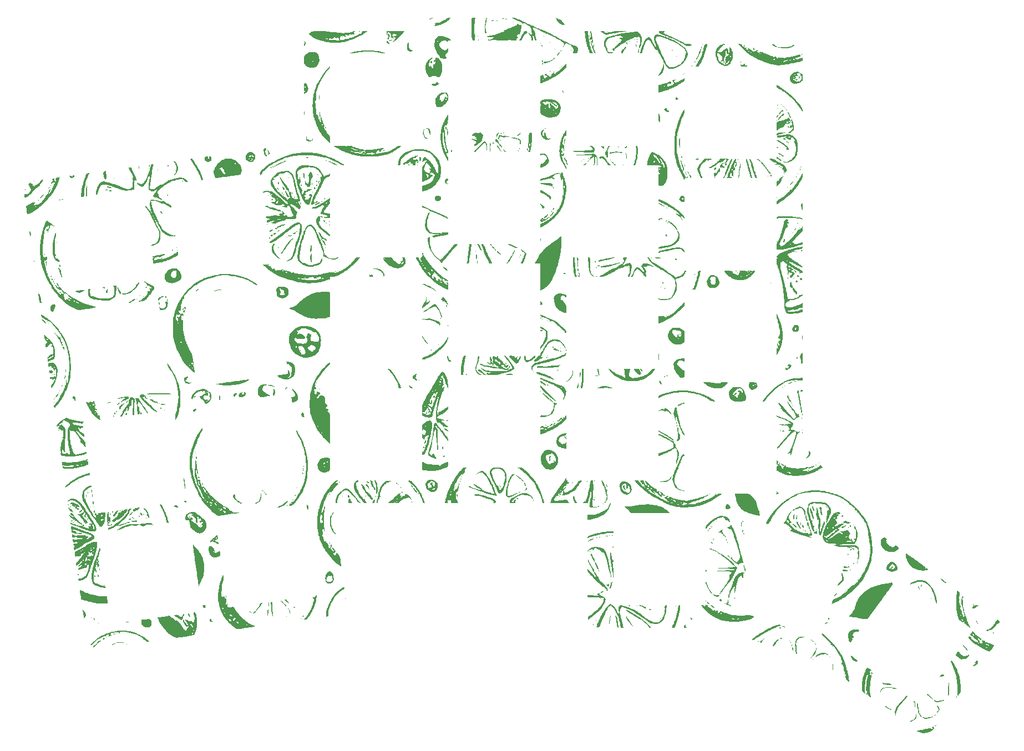
<source format=gbs>
G04 #@! TF.GenerationSoftware,KiCad,Pcbnew,8.0.7-8.0.7-0~ubuntu24.04.1*
G04 #@! TF.CreationDate,2025-01-02T00:13:43+01:00*
G04 #@! TF.ProjectId,plate-final-alternativ,706c6174-652d-4666-996e-616c2d616c74,0.0.2*
G04 #@! TF.SameCoordinates,Original*
G04 #@! TF.FileFunction,Soldermask,Bot*
G04 #@! TF.FilePolarity,Negative*
%FSLAX46Y46*%
G04 Gerber Fmt 4.6, Leading zero omitted, Abs format (unit mm)*
G04 Created by KiCad (PCBNEW 8.0.7-8.0.7-0~ubuntu24.04.1) date 2025-01-02 00:13:43*
%MOMM*%
%LPD*%
G01*
G04 APERTURE LIST*
%ADD10C,0.000000*%
G04 APERTURE END LIST*
D10*
G36*
X84054800Y-98348219D02*
G01*
X84029750Y-98373268D01*
X84004701Y-98348219D01*
X84029750Y-98323170D01*
X84054800Y-98348219D01*
G37*
G36*
X84956575Y-113027114D02*
G01*
X84931526Y-113052164D01*
X84906476Y-113027114D01*
X84931526Y-113002065D01*
X84956575Y-113027114D01*
G37*
G36*
X85056772Y-112576227D02*
G01*
X85031723Y-112601276D01*
X85006674Y-112576227D01*
X85031723Y-112551178D01*
X85056772Y-112576227D01*
G37*
G36*
X88563676Y-147745458D02*
G01*
X88538626Y-147770507D01*
X88513577Y-147745458D01*
X88538626Y-147720408D01*
X88563676Y-147745458D01*
G37*
G36*
X90918311Y-156963604D02*
G01*
X90893261Y-156988653D01*
X90868212Y-156963604D01*
X90893261Y-156938554D01*
X90918311Y-156963604D01*
G37*
G36*
X91369198Y-157514688D02*
G01*
X91344149Y-157539738D01*
X91319100Y-157514688D01*
X91344149Y-157489639D01*
X91369198Y-157514688D01*
G37*
G36*
X92020480Y-157815280D02*
G01*
X91995431Y-157840329D01*
X91970382Y-157815280D01*
X91995431Y-157790231D01*
X92020480Y-157815280D01*
G37*
G36*
X92120677Y-147945852D02*
G01*
X92095628Y-147970901D01*
X92070579Y-147945852D01*
X92095628Y-147920803D01*
X92120677Y-147945852D01*
G37*
G36*
X92872157Y-150601079D02*
G01*
X92847107Y-150626128D01*
X92822058Y-150601079D01*
X92847107Y-150576030D01*
X92872157Y-150601079D01*
G37*
G36*
X93974326Y-161221986D02*
G01*
X93949277Y-161247036D01*
X93924228Y-161221986D01*
X93949277Y-161196937D01*
X93974326Y-161221986D01*
G37*
G36*
X96829948Y-157564787D02*
G01*
X96804898Y-157589836D01*
X96779849Y-157564787D01*
X96804898Y-157539738D01*
X96829948Y-157564787D01*
G37*
G36*
X98182610Y-88629087D02*
G01*
X98157561Y-88654136D01*
X98132512Y-88629087D01*
X98157561Y-88604037D01*
X98182610Y-88629087D01*
G37*
G36*
X102090303Y-125301276D02*
G01*
X102065253Y-125326325D01*
X102040204Y-125301276D01*
X102065253Y-125276227D01*
X102090303Y-125301276D01*
G37*
G36*
X102791683Y-101153742D02*
G01*
X102766634Y-101178791D01*
X102741585Y-101153742D01*
X102766634Y-101128692D01*
X102791683Y-101153742D01*
G37*
G36*
X105446910Y-87076030D02*
G01*
X105421861Y-87101079D01*
X105396812Y-87076030D01*
X105421861Y-87050980D01*
X105446910Y-87076030D01*
G37*
G36*
X106098192Y-157163998D02*
G01*
X106073143Y-157189047D01*
X106048094Y-157163998D01*
X106073143Y-157138949D01*
X106098192Y-157163998D01*
G37*
G36*
X116719100Y-156663012D02*
G01*
X116694050Y-156688061D01*
X116669001Y-156663012D01*
X116694050Y-156637963D01*
X116719100Y-156663012D01*
G37*
G36*
X117169987Y-137675635D02*
G01*
X117144938Y-137700684D01*
X117119889Y-137675635D01*
X117144938Y-137650586D01*
X117169987Y-137675635D01*
G37*
G36*
X117771171Y-96945458D02*
G01*
X117746121Y-96970507D01*
X117721072Y-96945458D01*
X117746121Y-96920408D01*
X117771171Y-96945458D01*
G37*
G36*
X119975510Y-91083919D02*
G01*
X119950461Y-91108968D01*
X119925411Y-91083919D01*
X119950461Y-91058870D01*
X119975510Y-91083919D01*
G37*
G36*
X120877285Y-101654728D02*
G01*
X120852236Y-101679777D01*
X120827186Y-101654728D01*
X120852236Y-101629679D01*
X120877285Y-101654728D01*
G37*
G36*
X121227975Y-154909560D02*
G01*
X121202926Y-154934609D01*
X121177877Y-154909560D01*
X121202926Y-154884511D01*
X121227975Y-154909560D01*
G37*
G36*
X122079652Y-137725734D02*
G01*
X122054603Y-137750783D01*
X122029553Y-137725734D01*
X122054603Y-137700684D01*
X122079652Y-137725734D01*
G37*
G36*
X124734879Y-92035793D02*
G01*
X124709829Y-92060842D01*
X124684780Y-92035793D01*
X124709829Y-92010744D01*
X124734879Y-92035793D01*
G37*
G36*
X125536457Y-97897331D02*
G01*
X125511407Y-97922381D01*
X125486358Y-97897331D01*
X125511407Y-97872282D01*
X125536457Y-97897331D01*
G37*
G36*
X125636654Y-79461039D02*
G01*
X125611605Y-79486089D01*
X125586555Y-79461039D01*
X125611605Y-79435990D01*
X125636654Y-79461039D01*
G37*
G36*
X127340007Y-83018041D02*
G01*
X127314958Y-83043091D01*
X127289908Y-83018041D01*
X127314958Y-82992992D01*
X127340007Y-83018041D01*
G37*
G36*
X128392078Y-68639738D02*
G01*
X128367029Y-68664787D01*
X128341979Y-68639738D01*
X128367029Y-68614688D01*
X128392078Y-68639738D01*
G37*
G36*
X132199573Y-137775832D02*
G01*
X132174524Y-137800882D01*
X132149474Y-137775832D01*
X132174524Y-137750783D01*
X132199573Y-137775832D01*
G37*
G36*
X139564070Y-121143091D02*
G01*
X139539021Y-121168140D01*
X139513971Y-121143091D01*
X139539021Y-121118041D01*
X139564070Y-121143091D01*
G37*
G36*
X141417719Y-86675241D02*
G01*
X141392670Y-86700290D01*
X141367620Y-86675241D01*
X141392670Y-86650191D01*
X141417719Y-86675241D01*
G37*
G36*
X143772354Y-115431848D02*
G01*
X143747305Y-115456897D01*
X143722255Y-115431848D01*
X143747305Y-115406799D01*
X143772354Y-115431848D01*
G37*
G36*
X144072946Y-115131256D02*
G01*
X144047896Y-115156306D01*
X144022847Y-115131256D01*
X144047896Y-115106207D01*
X144072946Y-115131256D01*
G37*
G36*
X144123044Y-128808180D02*
G01*
X144097995Y-128833229D01*
X144072946Y-128808180D01*
X144097995Y-128783130D01*
X144123044Y-128808180D01*
G37*
G36*
X144223242Y-114980961D02*
G01*
X144198192Y-115006010D01*
X144173143Y-114980961D01*
X144198192Y-114955911D01*
X144223242Y-114980961D01*
G37*
G36*
X148080835Y-134469323D02*
G01*
X148055786Y-134494373D01*
X148030737Y-134469323D01*
X148055786Y-134444274D01*
X148080835Y-134469323D01*
G37*
G36*
X149583794Y-101003446D02*
G01*
X149558745Y-101028495D01*
X149533695Y-101003446D01*
X149558745Y-100978396D01*
X149583794Y-101003446D01*
G37*
G36*
X155345135Y-66034609D02*
G01*
X155320086Y-66059659D01*
X155295036Y-66034609D01*
X155320086Y-66009560D01*
X155345135Y-66034609D01*
G37*
G36*
X156447305Y-138577410D02*
G01*
X156422255Y-138602460D01*
X156397206Y-138577410D01*
X156422255Y-138552361D01*
X156447305Y-138577410D01*
G37*
G36*
X156797995Y-138377016D02*
G01*
X156772946Y-138402065D01*
X156747896Y-138377016D01*
X156772946Y-138351966D01*
X156797995Y-138377016D01*
G37*
G36*
X158501348Y-136523367D02*
G01*
X158476299Y-136548416D01*
X158451249Y-136523367D01*
X158476299Y-136498318D01*
X158501348Y-136523367D01*
G37*
G36*
X159503320Y-69341118D02*
G01*
X159478271Y-69366168D01*
X159453222Y-69341118D01*
X159478271Y-69316069D01*
X159503320Y-69341118D01*
G37*
G36*
X160104504Y-116734412D02*
G01*
X160079455Y-116759462D01*
X160054405Y-116734412D01*
X160079455Y-116709363D01*
X160104504Y-116734412D01*
G37*
G36*
X161156575Y-122044866D02*
G01*
X161131526Y-122069915D01*
X161106476Y-122044866D01*
X161131526Y-122019817D01*
X161156575Y-122044866D01*
G37*
G36*
X162709632Y-72797923D02*
G01*
X162684583Y-72822972D01*
X162659534Y-72797923D01*
X162684583Y-72772874D01*
X162709632Y-72797923D01*
G37*
G36*
X164362887Y-70142696D02*
G01*
X164337837Y-70167746D01*
X164312788Y-70142696D01*
X164337837Y-70117647D01*
X164362887Y-70142696D01*
G37*
G36*
X165615352Y-87476819D02*
G01*
X165590303Y-87501868D01*
X165565253Y-87476819D01*
X165590303Y-87451769D01*
X165615352Y-87476819D01*
G37*
G36*
X165615352Y-119239343D02*
G01*
X165590303Y-119264393D01*
X165565253Y-119239343D01*
X165590303Y-119214294D01*
X165615352Y-119239343D01*
G37*
G36*
X166366831Y-137324945D02*
G01*
X166341782Y-137349994D01*
X166316733Y-137324945D01*
X166341782Y-137299895D01*
X166366831Y-137324945D01*
G37*
G36*
X168220480Y-70844077D02*
G01*
X168195431Y-70869126D01*
X168170382Y-70844077D01*
X168195431Y-70819028D01*
X168220480Y-70844077D01*
G37*
G36*
X168521072Y-104009363D02*
G01*
X168496023Y-104034412D01*
X168470973Y-104009363D01*
X168496023Y-103984314D01*
X168521072Y-104009363D01*
G37*
G36*
X168971960Y-87176227D02*
G01*
X168946910Y-87201276D01*
X168921861Y-87176227D01*
X168946910Y-87151178D01*
X168971960Y-87176227D01*
G37*
G36*
X173130145Y-68990428D02*
G01*
X173105096Y-69015477D01*
X173080046Y-68990428D01*
X173105096Y-68965379D01*
X173130145Y-68990428D01*
G37*
G36*
X173781427Y-158516661D02*
G01*
X173756378Y-158541710D01*
X173731328Y-158516661D01*
X173756378Y-158491611D01*
X173781427Y-158516661D01*
G37*
G36*
X175885569Y-155661039D02*
G01*
X175860520Y-155686089D01*
X175835470Y-155661039D01*
X175860520Y-155635990D01*
X175885569Y-155661039D01*
G37*
G36*
X182749080Y-105562420D02*
G01*
X182724031Y-105587469D01*
X182698981Y-105562420D01*
X182724031Y-105537371D01*
X182749080Y-105562420D01*
G37*
G36*
X185354208Y-138076424D02*
G01*
X185329159Y-138101473D01*
X185304109Y-138076424D01*
X185329159Y-138051375D01*
X185354208Y-138076424D01*
G37*
G36*
X185504504Y-142986089D02*
G01*
X185479455Y-143011138D01*
X185454405Y-142986089D01*
X185479455Y-142961039D01*
X185504504Y-142986089D01*
G37*
G36*
X186105687Y-144589245D02*
G01*
X186080638Y-144614294D01*
X186055589Y-144589245D01*
X186080638Y-144564195D01*
X186105687Y-144589245D01*
G37*
G36*
X186957364Y-71595556D02*
G01*
X186932315Y-71620606D01*
X186907265Y-71595556D01*
X186932315Y-71570507D01*
X186957364Y-71595556D01*
G37*
G36*
X187608646Y-143436976D02*
G01*
X187583597Y-143462026D01*
X187558547Y-143436976D01*
X187583597Y-143411927D01*
X187608646Y-143436976D01*
G37*
G36*
X190664662Y-150100093D02*
G01*
X190639612Y-150125142D01*
X190614563Y-150100093D01*
X190639612Y-150075043D01*
X190664662Y-150100093D01*
G37*
G36*
X192618508Y-160470507D02*
G01*
X192593459Y-160495556D01*
X192568409Y-160470507D01*
X192593459Y-160445458D01*
X192618508Y-160470507D01*
G37*
G36*
X194221664Y-89580961D02*
G01*
X194196614Y-89606010D01*
X194171565Y-89580961D01*
X194196614Y-89555911D01*
X194221664Y-89580961D01*
G37*
G36*
X195574326Y-92636976D02*
G01*
X195549277Y-92662026D01*
X195524228Y-92636976D01*
X195549277Y-92611927D01*
X195574326Y-92636976D01*
G37*
G36*
X196275707Y-78659462D02*
G01*
X196250658Y-78684511D01*
X196225608Y-78659462D01*
X196250658Y-78634412D01*
X196275707Y-78659462D01*
G37*
G36*
X196576299Y-88979777D02*
G01*
X196551249Y-89004826D01*
X196526200Y-88979777D01*
X196551249Y-88954728D01*
X196576299Y-88979777D01*
G37*
G36*
X197427975Y-81815675D02*
G01*
X197402926Y-81840724D01*
X197377877Y-81815675D01*
X197402926Y-81790625D01*
X197427975Y-81815675D01*
G37*
G36*
X197478074Y-91033821D02*
G01*
X197453025Y-91058870D01*
X197427975Y-91033821D01*
X197453025Y-91008771D01*
X197478074Y-91033821D01*
G37*
G36*
X197578271Y-105412124D02*
G01*
X197553222Y-105437174D01*
X197528173Y-105412124D01*
X197553222Y-105387075D01*
X197578271Y-105412124D01*
G37*
G36*
X199482019Y-113478002D02*
G01*
X199456969Y-113503051D01*
X199431920Y-113478002D01*
X199456969Y-113452953D01*
X199482019Y-113478002D01*
G37*
G36*
X200183399Y-160069718D02*
G01*
X200158350Y-160094767D01*
X200133301Y-160069718D01*
X200158350Y-160044669D01*
X200183399Y-160069718D01*
G37*
G36*
X203289514Y-160570704D02*
G01*
X203264464Y-160595753D01*
X203239415Y-160570704D01*
X203264464Y-160545655D01*
X203289514Y-160570704D01*
G37*
G36*
X203690303Y-162975438D02*
G01*
X203665253Y-163000487D01*
X203640204Y-162975438D01*
X203665253Y-162950389D01*
X203690303Y-162975438D01*
G37*
G36*
X205644149Y-139429087D02*
G01*
X205619100Y-139454136D01*
X205594050Y-139429087D01*
X205619100Y-139404037D01*
X205644149Y-139429087D01*
G37*
G36*
X205694248Y-164528495D02*
G01*
X205669198Y-164553544D01*
X205644149Y-164528495D01*
X205669198Y-164503446D01*
X205694248Y-164528495D01*
G37*
G36*
X207698192Y-140731651D02*
G01*
X207673143Y-140756700D01*
X207648094Y-140731651D01*
X207673143Y-140706602D01*
X207698192Y-140731651D01*
G37*
G36*
X207998784Y-141032243D02*
G01*
X207973735Y-141057292D01*
X207948685Y-141032243D01*
X207973735Y-141007193D01*
X207998784Y-141032243D01*
G37*
G36*
X216565648Y-151853544D02*
G01*
X216540599Y-151878594D01*
X216515549Y-151853544D01*
X216540599Y-151828495D01*
X216565648Y-151853544D01*
G37*
G36*
X221625608Y-169187667D02*
G01*
X221600559Y-169212716D01*
X221575510Y-169187667D01*
X221600559Y-169162617D01*
X221625608Y-169187667D01*
G37*
G36*
X82210544Y-90323266D02*
G01*
X82233733Y-90341299D01*
X82180276Y-90353534D01*
X82129463Y-90349992D01*
X82114522Y-90327221D01*
X82132246Y-90317294D01*
X82210544Y-90323266D01*
G37*
G36*
X84355391Y-103984314D02*
G01*
X84351776Y-104010836D01*
X84321992Y-104017713D01*
X84315997Y-104010370D01*
X84321992Y-103950915D01*
X84337061Y-103943077D01*
X84355391Y-103984314D01*
G37*
G36*
X84438889Y-112016792D02*
G01*
X84446727Y-112031861D01*
X84405490Y-112050191D01*
X84378968Y-112046576D01*
X84372091Y-112016792D01*
X84379434Y-112010796D01*
X84438889Y-112016792D01*
G37*
G36*
X85090171Y-91025471D02*
G01*
X85098009Y-91040540D01*
X85056772Y-91058870D01*
X85030250Y-91055254D01*
X85023373Y-91025471D01*
X85030716Y-91019475D01*
X85090171Y-91025471D01*
G37*
G36*
X85357364Y-97271099D02*
G01*
X85353748Y-97297621D01*
X85323965Y-97304498D01*
X85317969Y-97297155D01*
X85323965Y-97237700D01*
X85339034Y-97229862D01*
X85357364Y-97271099D01*
G37*
G36*
X85357364Y-123973663D02*
G01*
X85353748Y-124000185D01*
X85323965Y-124007062D01*
X85317969Y-123999719D01*
X85323965Y-123940264D01*
X85339034Y-123932426D01*
X85357364Y-123973663D01*
G37*
G36*
X86251229Y-122019817D02*
G01*
X86244245Y-122088733D01*
X86225960Y-122082440D01*
X86219343Y-122059763D01*
X86225960Y-121957193D01*
X86243356Y-121948695D01*
X86251229Y-122019817D01*
G37*
G36*
X87561703Y-140906996D02*
G01*
X87558088Y-140933518D01*
X87528304Y-140940395D01*
X87522308Y-140933052D01*
X87528304Y-140873597D01*
X87543373Y-140865759D01*
X87561703Y-140906996D01*
G37*
G36*
X88864267Y-143862815D02*
G01*
X88860652Y-143889337D01*
X88830868Y-143896214D01*
X88824872Y-143888871D01*
X88830868Y-143829416D01*
X88845937Y-143821578D01*
X88864267Y-143862815D01*
G37*
G36*
X88997864Y-136214425D02*
G01*
X89005701Y-136229494D01*
X88964464Y-136247824D01*
X88937942Y-136244209D01*
X88931065Y-136214425D01*
X88938408Y-136208430D01*
X88997864Y-136214425D01*
G37*
G36*
X94408514Y-123990362D02*
G01*
X94416352Y-124005431D01*
X94375115Y-124023761D01*
X94348593Y-124020146D01*
X94341716Y-123990362D01*
X94349059Y-123984366D01*
X94408514Y-123990362D01*
G37*
G36*
X97214037Y-143128035D02*
G01*
X97221875Y-143143104D01*
X97180638Y-143161434D01*
X97154116Y-143157818D01*
X97147239Y-143128035D01*
X97154582Y-143122039D01*
X97214037Y-143128035D01*
G37*
G36*
X97627570Y-108764557D02*
G01*
X97624028Y-108815370D01*
X97601258Y-108830311D01*
X97591330Y-108812587D01*
X97597303Y-108734289D01*
X97615335Y-108711100D01*
X97627570Y-108764557D01*
G37*
G36*
X97915418Y-143178133D02*
G01*
X97923256Y-143193202D01*
X97882019Y-143211533D01*
X97855497Y-143207917D01*
X97848620Y-143178133D01*
X97855962Y-143172138D01*
X97915418Y-143178133D01*
G37*
G36*
X98232709Y-90407588D02*
G01*
X98229094Y-90434110D01*
X98199310Y-90440987D01*
X98193314Y-90433644D01*
X98199310Y-90374189D01*
X98214379Y-90366351D01*
X98232709Y-90407588D01*
G37*
G36*
X98883991Y-107942105D02*
G01*
X98880376Y-107968627D01*
X98850592Y-107975504D01*
X98844596Y-107968161D01*
X98850592Y-107908705D01*
X98865661Y-107900868D01*
X98883991Y-107942105D01*
G37*
G36*
X104945924Y-135245852D02*
G01*
X104942309Y-135272374D01*
X104912525Y-135279251D01*
X104906529Y-135271908D01*
X104912525Y-135212453D01*
X104927594Y-135204615D01*
X104945924Y-135245852D01*
G37*
G36*
X104996023Y-111298712D02*
G01*
X104992407Y-111325234D01*
X104962624Y-111332111D01*
X104956628Y-111324768D01*
X104962624Y-111265313D01*
X104977692Y-111257475D01*
X104996023Y-111298712D01*
G37*
G36*
X105042166Y-111018995D02*
G01*
X105038624Y-111069808D01*
X105015853Y-111084749D01*
X105005926Y-111067025D01*
X105011898Y-110988727D01*
X105029931Y-110965538D01*
X105042166Y-111018995D01*
G37*
G36*
X107196407Y-131709725D02*
G01*
X107192864Y-131760538D01*
X107170094Y-131775479D01*
X107160166Y-131757755D01*
X107166139Y-131679457D01*
X107184172Y-131656268D01*
X107196407Y-131709725D01*
G37*
G36*
X107543142Y-153732243D02*
G01*
X107536158Y-153801159D01*
X107517873Y-153794866D01*
X107511256Y-153772189D01*
X107517873Y-153669619D01*
X107535269Y-153661121D01*
X107543142Y-153732243D01*
G37*
G36*
X116769198Y-156437568D02*
G01*
X116765583Y-156464090D01*
X116735799Y-156470967D01*
X116729803Y-156463624D01*
X116735799Y-156404169D01*
X116750868Y-156396331D01*
X116769198Y-156437568D01*
G37*
G36*
X119737541Y-103600444D02*
G01*
X119746040Y-103617840D01*
X119674918Y-103625713D01*
X119606001Y-103618730D01*
X119612295Y-103600444D01*
X119634972Y-103593827D01*
X119737541Y-103600444D01*
G37*
G36*
X119808514Y-91877147D02*
G01*
X119816352Y-91892216D01*
X119775115Y-91910546D01*
X119748593Y-91906931D01*
X119741716Y-91877147D01*
X119749059Y-91871151D01*
X119808514Y-91877147D01*
G37*
G36*
X120109106Y-96686615D02*
G01*
X120116944Y-96701684D01*
X120075707Y-96720014D01*
X120049185Y-96716398D01*
X120042308Y-96686615D01*
X120049651Y-96680619D01*
X120109106Y-96686615D01*
G37*
G36*
X120259402Y-97387995D02*
G01*
X120267240Y-97403064D01*
X120226003Y-97421394D01*
X120199481Y-97417779D01*
X120192604Y-97387995D01*
X120199947Y-97382000D01*
X120259402Y-97387995D01*
G37*
G36*
X120259402Y-107507917D02*
G01*
X120267240Y-107522985D01*
X120226003Y-107541316D01*
X120199481Y-107537700D01*
X120192604Y-107507917D01*
X120199947Y-107501921D01*
X120259402Y-107507917D01*
G37*
G36*
X120610092Y-122787995D02*
G01*
X120617930Y-122803064D01*
X120576693Y-122821394D01*
X120550171Y-122817779D01*
X120543294Y-122787995D01*
X120550637Y-122782000D01*
X120610092Y-122787995D01*
G37*
G36*
X120710290Y-156804958D02*
G01*
X120718127Y-156820027D01*
X120676891Y-156838357D01*
X120650368Y-156834742D01*
X120643491Y-156804958D01*
X120650834Y-156798962D01*
X120710290Y-156804958D01*
G37*
G36*
X120810487Y-98890954D02*
G01*
X120818325Y-98906023D01*
X120777088Y-98924353D01*
X120750566Y-98920738D01*
X120743689Y-98890954D01*
X120751031Y-98884958D01*
X120810487Y-98890954D01*
G37*
G36*
X124183794Y-128733032D02*
G01*
X124180178Y-128759554D01*
X124150395Y-128766431D01*
X124144399Y-128759088D01*
X124150395Y-128699632D01*
X124165464Y-128691795D01*
X124183794Y-128733032D01*
G37*
G36*
X124417587Y-92177739D02*
G01*
X124425425Y-92192808D01*
X124384188Y-92211138D01*
X124357666Y-92207523D01*
X124350789Y-92177739D01*
X124358132Y-92171743D01*
X124417587Y-92177739D01*
G37*
G36*
X125486358Y-76780763D02*
G01*
X125482742Y-76807285D01*
X125452959Y-76814162D01*
X125446963Y-76806820D01*
X125452959Y-76747364D01*
X125468028Y-76739526D01*
X125486358Y-76780763D01*
G37*
G36*
X125486358Y-120917647D02*
G01*
X125482742Y-120944169D01*
X125452959Y-120951046D01*
X125446963Y-120943703D01*
X125452959Y-120884248D01*
X125468028Y-120876410D01*
X125486358Y-120917647D01*
G37*
G36*
X125682797Y-79005977D02*
G01*
X125679255Y-79056790D01*
X125656485Y-79071731D01*
X125646557Y-79054007D01*
X125652529Y-78975709D01*
X125670562Y-78952520D01*
X125682797Y-79005977D01*
G37*
G36*
X126638626Y-100477410D02*
G01*
X126635011Y-100503932D01*
X126605227Y-100510809D01*
X126599231Y-100503467D01*
X126605227Y-100444011D01*
X126620296Y-100436173D01*
X126638626Y-100477410D01*
G37*
G36*
X127289908Y-94064787D02*
G01*
X127286293Y-94091309D01*
X127256509Y-94098186D01*
X127250513Y-94090843D01*
X127256509Y-94031388D01*
X127271578Y-94023550D01*
X127289908Y-94064787D01*
G37*
G36*
X127373406Y-151143814D02*
G01*
X127381244Y-151158883D01*
X127340007Y-151177213D01*
X127313485Y-151173598D01*
X127306608Y-151143814D01*
X127313951Y-151137818D01*
X127373406Y-151143814D01*
G37*
G36*
X128041388Y-155235201D02*
G01*
X128037772Y-155261723D01*
X128007988Y-155268600D01*
X128001993Y-155261257D01*
X128007988Y-155201802D01*
X128023057Y-155193964D01*
X128041388Y-155235201D01*
G37*
G36*
X129627844Y-68531191D02*
G01*
X129635682Y-68546259D01*
X129594445Y-68564590D01*
X129567923Y-68560974D01*
X129561046Y-68531191D01*
X129568388Y-68525195D01*
X129627844Y-68531191D01*
G37*
G36*
X130596417Y-68213899D02*
G01*
X130592802Y-68240421D01*
X130563018Y-68247299D01*
X130557022Y-68239956D01*
X130563018Y-68180500D01*
X130578087Y-68172663D01*
X130596417Y-68213899D01*
G37*
G36*
X132345914Y-138272644D02*
G01*
X132342371Y-138323457D01*
X132319601Y-138338398D01*
X132309673Y-138320674D01*
X132315646Y-138242376D01*
X132333679Y-138219187D01*
X132345914Y-138272644D01*
G37*
G36*
X138357748Y-87673038D02*
G01*
X138354206Y-87723851D01*
X138331435Y-87738793D01*
X138321508Y-87721068D01*
X138327480Y-87642770D01*
X138345513Y-87619581D01*
X138357748Y-87673038D01*
G37*
G36*
X140699639Y-87869258D02*
G01*
X140707476Y-87884327D01*
X140666240Y-87902657D01*
X140639718Y-87899041D01*
X140632841Y-87869258D01*
X140640183Y-87863262D01*
X140699639Y-87869258D01*
G37*
G36*
X141651512Y-116776161D02*
G01*
X141659350Y-116791230D01*
X141618113Y-116809560D01*
X141591591Y-116805945D01*
X141584714Y-116776161D01*
X141592057Y-116770165D01*
X141651512Y-116776161D01*
G37*
G36*
X142069001Y-108142499D02*
G01*
X142065385Y-108169021D01*
X142035602Y-108175898D01*
X142029606Y-108168555D01*
X142035602Y-108109100D01*
X142050671Y-108101262D01*
X142069001Y-108142499D01*
G37*
G36*
X143718300Y-88224123D02*
G01*
X143714758Y-88274936D01*
X143691987Y-88289877D01*
X143682060Y-88272153D01*
X143688032Y-88193855D01*
X143706065Y-88170666D01*
X143718300Y-88224123D01*
G37*
G36*
X144356838Y-114822315D02*
G01*
X144364676Y-114837384D01*
X144323439Y-114855714D01*
X144296917Y-114852099D01*
X144290040Y-114822315D01*
X144297383Y-114816319D01*
X144356838Y-114822315D01*
G37*
G36*
X145676102Y-139303840D02*
G01*
X145672486Y-139330362D01*
X145642702Y-139337239D01*
X145636707Y-139329897D01*
X145642702Y-139270441D01*
X145657771Y-139262603D01*
X145676102Y-139303840D01*
G37*
G36*
X148431526Y-139454136D02*
G01*
X148427910Y-139480658D01*
X148398127Y-139487535D01*
X148392131Y-139480192D01*
X148398127Y-139420737D01*
X148413195Y-139412899D01*
X148431526Y-139454136D01*
G37*
G36*
X149583794Y-67612716D02*
G01*
X149580178Y-67639238D01*
X149550395Y-67646115D01*
X149544399Y-67638772D01*
X149550395Y-67579317D01*
X149565464Y-67571479D01*
X149583794Y-67612716D01*
G37*
G36*
X149834287Y-66510546D02*
G01*
X149830671Y-66537068D01*
X149800888Y-66543945D01*
X149794892Y-66536603D01*
X149800888Y-66477147D01*
X149815957Y-66469310D01*
X149834287Y-66510546D01*
G37*
G36*
X153901669Y-82958769D02*
G01*
X153924858Y-82976802D01*
X153871401Y-82989037D01*
X153820588Y-82985495D01*
X153805646Y-82962724D01*
X153823370Y-82952797D01*
X153901669Y-82958769D01*
G37*
G36*
X156597601Y-101379185D02*
G01*
X156593985Y-101405707D01*
X156564201Y-101412584D01*
X156558206Y-101405242D01*
X156564201Y-101345786D01*
X156579270Y-101337949D01*
X156597601Y-101379185D01*
G37*
G36*
X159499365Y-122391381D02*
G01*
X159495823Y-122442194D01*
X159473053Y-122457136D01*
X159463125Y-122439412D01*
X159469097Y-122361113D01*
X159487130Y-122337924D01*
X159499365Y-122391381D01*
G37*
G36*
X159813306Y-111414785D02*
G01*
X159836495Y-111432818D01*
X159783038Y-111445053D01*
X159732225Y-111441510D01*
X159717283Y-111418740D01*
X159735008Y-111408812D01*
X159813306Y-111414785D01*
G37*
G36*
X159987607Y-68230599D02*
G01*
X159995445Y-68245668D01*
X159954208Y-68263998D01*
X159927686Y-68260383D01*
X159920809Y-68230599D01*
X159928152Y-68224603D01*
X159987607Y-68230599D01*
G37*
G36*
X163411013Y-129284116D02*
G01*
X163407397Y-129310638D01*
X163377614Y-129317515D01*
X163371618Y-129310173D01*
X163377614Y-129250717D01*
X163392682Y-129242880D01*
X163411013Y-129284116D01*
G37*
G36*
X166801019Y-86867285D02*
G01*
X166808857Y-86882354D01*
X166767620Y-86900684D01*
X166741098Y-86897069D01*
X166734221Y-86867285D01*
X166741564Y-86861290D01*
X166801019Y-86867285D01*
G37*
G36*
X167051512Y-146885431D02*
G01*
X167059350Y-146900500D01*
X167018113Y-146918830D01*
X166991591Y-146915215D01*
X166984714Y-146885431D01*
X166992057Y-146879435D01*
X167051512Y-146885431D01*
G37*
G36*
X167552499Y-153247956D02*
G01*
X167560336Y-153263025D01*
X167519100Y-153281355D01*
X167492578Y-153277740D01*
X167485700Y-153247956D01*
X167493043Y-153241960D01*
X167552499Y-153247956D01*
G37*
G36*
X168129676Y-84962714D02*
G01*
X168152865Y-84980747D01*
X168099409Y-84992982D01*
X168048595Y-84989439D01*
X168033654Y-84966669D01*
X168051378Y-84956741D01*
X168129676Y-84962714D01*
G37*
G36*
X168103583Y-103850717D02*
G01*
X168111421Y-103865786D01*
X168070184Y-103884116D01*
X168043662Y-103880501D01*
X168036785Y-103850717D01*
X168044128Y-103844721D01*
X168103583Y-103850717D01*
G37*
G36*
X168754866Y-139821526D02*
G01*
X168762703Y-139836595D01*
X168721466Y-139854925D01*
X168694944Y-139851310D01*
X168688067Y-139821526D01*
X168695410Y-139815530D01*
X168754866Y-139821526D01*
G37*
G36*
X169332043Y-67428197D02*
G01*
X169355232Y-67446230D01*
X169301775Y-67458465D01*
X169250962Y-67454923D01*
X169236021Y-67432152D01*
X169253745Y-67422225D01*
X169332043Y-67428197D01*
G37*
G36*
X170124228Y-85798515D02*
G01*
X170120612Y-85825037D01*
X170090829Y-85831914D01*
X170084833Y-85824571D01*
X170090829Y-85765116D01*
X170105897Y-85757278D01*
X170124228Y-85798515D01*
G37*
G36*
X170157627Y-155402197D02*
G01*
X170165465Y-155417265D01*
X170124228Y-155435596D01*
X170097706Y-155431980D01*
X170090829Y-155402197D01*
X170098172Y-155396201D01*
X170157627Y-155402197D01*
G37*
G36*
X170174326Y-87151178D02*
G01*
X170170711Y-87177700D01*
X170140927Y-87184577D01*
X170134931Y-87177234D01*
X170140927Y-87117778D01*
X170155996Y-87109941D01*
X170174326Y-87151178D01*
G37*
G36*
X170307923Y-85614820D02*
G01*
X170315760Y-85629889D01*
X170274524Y-85648219D01*
X170248002Y-85644603D01*
X170241125Y-85614820D01*
X170248467Y-85608824D01*
X170307923Y-85614820D01*
G37*
G36*
X172328567Y-87602065D02*
G01*
X172324952Y-87628587D01*
X172295168Y-87635464D01*
X172289172Y-87628121D01*
X172295168Y-87568666D01*
X172310237Y-87560828D01*
X172328567Y-87602065D01*
G37*
G36*
X172428764Y-87451769D02*
G01*
X172425149Y-87478291D01*
X172395365Y-87485168D01*
X172389369Y-87477826D01*
X172395365Y-87418370D01*
X172410434Y-87410532D01*
X172428764Y-87451769D01*
G37*
G36*
X173915023Y-69984051D02*
G01*
X173922861Y-69999119D01*
X173881624Y-70017450D01*
X173855102Y-70013834D01*
X173848225Y-69984051D01*
X173855568Y-69978055D01*
X173915023Y-69984051D01*
G37*
G36*
X181388507Y-74325931D02*
G01*
X181381523Y-74394848D01*
X181363238Y-74388554D01*
X181356621Y-74365877D01*
X181363238Y-74263308D01*
X181380634Y-74254809D01*
X181388507Y-74325931D01*
G37*
G36*
X181446516Y-73925142D02*
G01*
X181442900Y-73951664D01*
X181413117Y-73958541D01*
X181407121Y-73951198D01*
X181413117Y-73891743D01*
X181428185Y-73883905D01*
X181446516Y-73925142D01*
G37*
G36*
X182849277Y-72422183D02*
G01*
X182845662Y-72448705D01*
X182815878Y-72455583D01*
X182809882Y-72448240D01*
X182815878Y-72388784D01*
X182830947Y-72380947D01*
X182849277Y-72422183D01*
G37*
G36*
X183246111Y-158412289D02*
G01*
X183242569Y-158463102D01*
X183219798Y-158478043D01*
X183209871Y-158460319D01*
X183215843Y-158382021D01*
X183233876Y-158358832D01*
X183246111Y-158412289D01*
G37*
G36*
X185588002Y-145933558D02*
G01*
X185595839Y-145948626D01*
X185554603Y-145966957D01*
X185528080Y-145963341D01*
X185521203Y-145933558D01*
X185528546Y-145927562D01*
X185588002Y-145933558D01*
G37*
G36*
X188560520Y-151778396D02*
G01*
X188556904Y-151804919D01*
X188527121Y-151811796D01*
X188521125Y-151804453D01*
X188527121Y-151744997D01*
X188542189Y-151737160D01*
X188560520Y-151778396D01*
G37*
G36*
X189261900Y-89806404D02*
G01*
X189258285Y-89832926D01*
X189228501Y-89839803D01*
X189222505Y-89832461D01*
X189228501Y-89773005D01*
X189243570Y-89765168D01*
X189261900Y-89806404D01*
G37*
G36*
X189545793Y-104301605D02*
G01*
X189553630Y-104316674D01*
X189512393Y-104335004D01*
X189485871Y-104331388D01*
X189478994Y-104301605D01*
X189486337Y-104295609D01*
X189545793Y-104301605D01*
G37*
G36*
X192117522Y-87201276D02*
G01*
X192113906Y-87227798D01*
X192084123Y-87234675D01*
X192078127Y-87227332D01*
X192084123Y-87167877D01*
X192099191Y-87160039D01*
X192117522Y-87201276D01*
G37*
G36*
X195570371Y-99546411D02*
G01*
X195566829Y-99597224D01*
X195544058Y-99612165D01*
X195534131Y-99594441D01*
X195540103Y-99516143D01*
X195558136Y-99492954D01*
X195570371Y-99546411D01*
G37*
G36*
X195574326Y-92912519D02*
G01*
X195570711Y-92939041D01*
X195540927Y-92945918D01*
X195534931Y-92938575D01*
X195540927Y-92879120D01*
X195555996Y-92871282D01*
X195574326Y-92912519D01*
G37*
G36*
X195758021Y-92478331D02*
G01*
X195765859Y-92493399D01*
X195724622Y-92511730D01*
X195698100Y-92508114D01*
X195691223Y-92478331D01*
X195698566Y-92472335D01*
X195758021Y-92478331D01*
G37*
G36*
X196008514Y-86616792D02*
G01*
X196016352Y-86631861D01*
X195975115Y-86650191D01*
X195948593Y-86646576D01*
X195941716Y-86616792D01*
X195949059Y-86610796D01*
X196008514Y-86616792D01*
G37*
G36*
X196158810Y-92227838D02*
G01*
X196166648Y-92242906D01*
X196125411Y-92261237D01*
X196098889Y-92257621D01*
X196092012Y-92227838D01*
X196099355Y-92221842D01*
X196158810Y-92227838D01*
G37*
G36*
X196409303Y-78751309D02*
G01*
X196417141Y-78766378D01*
X196375904Y-78784708D01*
X196349382Y-78781093D01*
X196342505Y-78751309D01*
X196349848Y-78745313D01*
X196409303Y-78751309D01*
G37*
G36*
X196585692Y-131855022D02*
G01*
X196608881Y-131873054D01*
X196555424Y-131885289D01*
X196504611Y-131881747D01*
X196489670Y-131858977D01*
X196507394Y-131849049D01*
X196585692Y-131855022D01*
G37*
G36*
X197036580Y-128498414D02*
G01*
X197059769Y-128516447D01*
X197006312Y-128528682D01*
X196955499Y-128525140D01*
X196940557Y-128502369D01*
X196958282Y-128492442D01*
X197036580Y-128498414D01*
G37*
G36*
X196977088Y-104234807D02*
G01*
X196973472Y-104261329D01*
X196943689Y-104268206D01*
X196937693Y-104260863D01*
X196943689Y-104201408D01*
X196958757Y-104193570D01*
X196977088Y-104234807D01*
G37*
G36*
X197027186Y-77181552D02*
G01*
X197023571Y-77208074D01*
X196993787Y-77214951D01*
X196987791Y-77207609D01*
X196993787Y-77148153D01*
X197008856Y-77140315D01*
X197027186Y-77181552D01*
G37*
G36*
X198025204Y-124595721D02*
G01*
X198021661Y-124646534D01*
X197998891Y-124661475D01*
X197988963Y-124643751D01*
X197994936Y-124565453D01*
X198012968Y-124542264D01*
X198025204Y-124595721D01*
G37*
G36*
X201085175Y-163301079D02*
G01*
X201081559Y-163327601D01*
X201051775Y-163334478D01*
X201045780Y-163327135D01*
X201051775Y-163267680D01*
X201066844Y-163259842D01*
X201085175Y-163301079D01*
G37*
G36*
X203836643Y-163221756D02*
G01*
X203833101Y-163272569D01*
X203810331Y-163287511D01*
X203800403Y-163269786D01*
X203806376Y-163191488D01*
X203824408Y-163168299D01*
X203836643Y-163221756D01*
G37*
G36*
X203990894Y-163551572D02*
G01*
X203987279Y-163578094D01*
X203957495Y-163584971D01*
X203951500Y-163577628D01*
X203957495Y-163518173D01*
X203972564Y-163510335D01*
X203990894Y-163551572D01*
G37*
G36*
X205827844Y-146434544D02*
G01*
X205835682Y-146449613D01*
X205794445Y-146467943D01*
X205767923Y-146464327D01*
X205761046Y-146434544D01*
X205768388Y-146428548D01*
X205827844Y-146434544D01*
G37*
G36*
X207130408Y-149490560D02*
G01*
X207138246Y-149505628D01*
X207097009Y-149523959D01*
X207070487Y-149520343D01*
X207063610Y-149490560D01*
X207070953Y-149484564D01*
X207130408Y-149490560D01*
G37*
G36*
X207197206Y-142560251D02*
G01*
X207193591Y-142586773D01*
X207163807Y-142593650D01*
X207157811Y-142586307D01*
X207163807Y-142526851D01*
X207178876Y-142519014D01*
X207197206Y-142560251D01*
G37*
G36*
X207380901Y-159460185D02*
G01*
X207388739Y-159475254D01*
X207347502Y-159493584D01*
X207320980Y-159489968D01*
X207314103Y-159460185D01*
X207321446Y-159454189D01*
X207380901Y-159460185D01*
G37*
G36*
X207648094Y-146417844D02*
G01*
X207644478Y-146444366D01*
X207614695Y-146451243D01*
X207608699Y-146443900D01*
X207614695Y-146384445D01*
X207629763Y-146376607D01*
X207648094Y-146417844D01*
G37*
G36*
X209698182Y-146589014D02*
G01*
X209694640Y-146639828D01*
X209671869Y-146654769D01*
X209661942Y-146637045D01*
X209667914Y-146558747D01*
X209685947Y-146535558D01*
X209698182Y-146589014D01*
G37*
G36*
X210186424Y-165121329D02*
G01*
X210194261Y-165136398D01*
X210153025Y-165154728D01*
X210126503Y-165151112D01*
X210119626Y-165121329D01*
X210126968Y-165115333D01*
X210186424Y-165121329D01*
G37*
G36*
X211655983Y-166858081D02*
G01*
X211652368Y-166884603D01*
X211622584Y-166891480D01*
X211616588Y-166884137D01*
X211622584Y-166824682D01*
X211637653Y-166816844D01*
X211655983Y-166858081D01*
G37*
G36*
X221625608Y-166457292D02*
G01*
X221621993Y-166483814D01*
X221592209Y-166490691D01*
X221586214Y-166483348D01*
X221592209Y-166423893D01*
X221607278Y-166416055D01*
X221625608Y-166457292D01*
G37*
G36*
X225926179Y-157088850D02*
G01*
X225919196Y-157157767D01*
X225900910Y-157151473D01*
X225894293Y-157128796D01*
X225900910Y-157026227D01*
X225918306Y-157017729D01*
X225926179Y-157088850D01*
G37*
G36*
X83793059Y-101453929D02*
G01*
X83842924Y-101520088D01*
X83841862Y-101550451D01*
X83783432Y-101579580D01*
X83744447Y-101569270D01*
X83704109Y-101500257D01*
X83733027Y-101445518D01*
X83793059Y-101453929D01*
G37*
G36*
X85237134Y-124087226D02*
G01*
X85246345Y-124107027D01*
X85227962Y-124180781D01*
X85195221Y-124218695D01*
X85167628Y-124180983D01*
X85161487Y-124134392D01*
X85187608Y-124078999D01*
X85237134Y-124087226D01*
G37*
G36*
X88187431Y-140906179D02*
G01*
X88192393Y-140932446D01*
X88140794Y-140957095D01*
X88115500Y-140956115D01*
X88064904Y-140932449D01*
X88109326Y-140884086D01*
X88127390Y-140877278D01*
X88187431Y-140906179D01*
G37*
G36*
X90367226Y-141929843D02*
G01*
X90356916Y-141968829D01*
X90287903Y-142009166D01*
X90250215Y-142000778D01*
X90228411Y-141949674D01*
X90277934Y-141883728D01*
X90338023Y-141874980D01*
X90367226Y-141929843D01*
G37*
G36*
X90380974Y-137844689D02*
G01*
X90414058Y-137897543D01*
X90368258Y-137950540D01*
X90317343Y-137975642D01*
X90270725Y-137961060D01*
X90287531Y-137869813D01*
X90324436Y-137814902D01*
X90380974Y-137844689D01*
G37*
G36*
X98414308Y-107704977D02*
G01*
X98382000Y-107767970D01*
X98341067Y-107807903D01*
X98295701Y-107821402D01*
X98287868Y-107785112D01*
X98326463Y-107722915D01*
X98392096Y-107691611D01*
X98414308Y-107704977D01*
G37*
G36*
X106829639Y-131802414D02*
G01*
X106838850Y-131822214D01*
X106820467Y-131895969D01*
X106787726Y-131933883D01*
X106760133Y-131896171D01*
X106753992Y-131849579D01*
X106780113Y-131794187D01*
X106829639Y-131802414D01*
G37*
G36*
X107614617Y-143007122D02*
G01*
X107615986Y-143012421D01*
X107625537Y-143085838D01*
X107592712Y-143072837D01*
X107572748Y-143044940D01*
X107561685Y-142954191D01*
X107584906Y-142939969D01*
X107614617Y-143007122D01*
G37*
G36*
X116899229Y-156179334D02*
G01*
X116892573Y-156189533D01*
X116843072Y-156235672D01*
X116819297Y-156215081D01*
X116823775Y-156203812D01*
X116877136Y-156157242D01*
X116905134Y-156145052D01*
X116899229Y-156179334D01*
G37*
G36*
X117341518Y-137817959D02*
G01*
X117383917Y-137897331D01*
X117388459Y-137961245D01*
X117339662Y-137967119D01*
X117310337Y-137949304D01*
X117270184Y-137870670D01*
X117293191Y-137806674D01*
X117341518Y-137817959D01*
G37*
G36*
X122383081Y-137107190D02*
G01*
X122422602Y-137177772D01*
X122422395Y-137224364D01*
X122372503Y-137238867D01*
X122319441Y-137196039D01*
X122308637Y-137131739D01*
X122355194Y-137096855D01*
X122383081Y-137107190D01*
G37*
G36*
X126559398Y-92925062D02*
G01*
X126588528Y-92983492D01*
X126578218Y-93022478D01*
X126509205Y-93062815D01*
X126454465Y-93033897D01*
X126462877Y-92973865D01*
X126529035Y-92924000D01*
X126559398Y-92925062D01*
G37*
G36*
X129762045Y-154055766D02*
G01*
X129763489Y-154110749D01*
X129688895Y-154133032D01*
X129630519Y-154120931D01*
X129605926Y-154073539D01*
X129635727Y-154022565D01*
X129704669Y-153998943D01*
X129762045Y-154055766D01*
G37*
G36*
X132818984Y-138377304D02*
G01*
X132827217Y-138415344D01*
X132802141Y-138452164D01*
X132761499Y-138440610D01*
X132722221Y-138385677D01*
X132744591Y-138330667D01*
X132771441Y-138326687D01*
X132818984Y-138377304D01*
G37*
G36*
X142449525Y-83736731D02*
G01*
X142434060Y-83758986D01*
X142391685Y-83794570D01*
X142384682Y-83794082D01*
X142373649Y-83765082D01*
X142427432Y-83714638D01*
X142455429Y-83702449D01*
X142449525Y-83736731D01*
G37*
G36*
X147509718Y-135409514D02*
G01*
X147518929Y-135429315D01*
X147500546Y-135503069D01*
X147467805Y-135540983D01*
X147440212Y-135503271D01*
X147434071Y-135456680D01*
X147460191Y-135401287D01*
X147509718Y-135409514D01*
G37*
G36*
X155814263Y-135233817D02*
G01*
X155846121Y-135297335D01*
X155835666Y-135316479D01*
X155771261Y-135314178D01*
X155737504Y-135293529D01*
X155724624Y-135239785D01*
X155752991Y-135218053D01*
X155814263Y-135233817D01*
G37*
G36*
X156476928Y-101542405D02*
G01*
X156486485Y-101588692D01*
X156466245Y-101688526D01*
X156425938Y-101805024D01*
X156407524Y-101688000D01*
X156403762Y-101598254D01*
X156428797Y-101532286D01*
X156476928Y-101542405D01*
G37*
G36*
X161216435Y-94876675D02*
G01*
X161256772Y-94945688D01*
X161248385Y-94983376D01*
X161197280Y-95005180D01*
X161131335Y-94955657D01*
X161122586Y-94895568D01*
X161177449Y-94866365D01*
X161216435Y-94876675D01*
G37*
G36*
X164042030Y-70560794D02*
G01*
X164026564Y-70583049D01*
X163984190Y-70618633D01*
X163977187Y-70618145D01*
X163966154Y-70589145D01*
X164019937Y-70538701D01*
X164047934Y-70526512D01*
X164042030Y-70560794D01*
G37*
G36*
X180260776Y-75116726D02*
G01*
X180267059Y-75181069D01*
X180253941Y-75200287D01*
X180210561Y-75221986D01*
X180194050Y-75149602D01*
X180201398Y-75113849D01*
X180244966Y-75102965D01*
X180260776Y-75116726D01*
G37*
G36*
X182645191Y-72658692D02*
G01*
X182631595Y-72745664D01*
X182610727Y-72782807D01*
X182548495Y-72822972D01*
X182521454Y-72802620D01*
X182550982Y-72718484D01*
X182609624Y-72647038D01*
X182645191Y-72658692D01*
G37*
G36*
X184883288Y-143926280D02*
G01*
X184892499Y-143946080D01*
X184874116Y-144019834D01*
X184841375Y-144057748D01*
X184813782Y-144020036D01*
X184807641Y-143973445D01*
X184833762Y-143918053D01*
X184883288Y-143926280D01*
G37*
G36*
X188089599Y-152543242D02*
G01*
X188098810Y-152563043D01*
X188080427Y-152636797D01*
X188047686Y-152674711D01*
X188020093Y-152636999D01*
X188013953Y-152590408D01*
X188040073Y-152535015D01*
X188089599Y-152543242D01*
G37*
G36*
X188041674Y-69640825D02*
G01*
X188081362Y-69702173D01*
X188084928Y-69711677D01*
X188095440Y-69761877D01*
X188053317Y-69730218D01*
X188024730Y-69693382D01*
X188019110Y-69640384D01*
X188041674Y-69640825D01*
G37*
G36*
X189779514Y-159582998D02*
G01*
X189785796Y-159647341D01*
X189772678Y-159666559D01*
X189729298Y-159688258D01*
X189712788Y-159615874D01*
X189720136Y-159580121D01*
X189763704Y-159569237D01*
X189779514Y-159582998D01*
G37*
G36*
X195755925Y-79198863D02*
G01*
X195723617Y-79261856D01*
X195682684Y-79301788D01*
X195637319Y-79315287D01*
X195629486Y-79278997D01*
X195668080Y-79216800D01*
X195733713Y-79185497D01*
X195755925Y-79198863D01*
G37*
G36*
X196457217Y-121791228D02*
G01*
X196403903Y-121846065D01*
X196312182Y-121908004D01*
X196283007Y-121908717D01*
X196325806Y-121844471D01*
X196368303Y-121804285D01*
X196444662Y-121770917D01*
X196457217Y-121791228D01*
G37*
G36*
X196726595Y-89227314D02*
G01*
X196725615Y-89252608D01*
X196701949Y-89303204D01*
X196653586Y-89258781D01*
X196646778Y-89240717D01*
X196675679Y-89180677D01*
X196701946Y-89175714D01*
X196726595Y-89227314D01*
G37*
G36*
X199629799Y-143535619D02*
G01*
X199648069Y-143552387D01*
X199651919Y-143621132D01*
X199628661Y-143642187D01*
X199578678Y-143606596D01*
X199560240Y-143570736D01*
X199563690Y-143518383D01*
X199629799Y-143535619D01*
G37*
G36*
X206133325Y-152806927D02*
G01*
X206121641Y-152878050D01*
X206104971Y-152896349D01*
X206037111Y-152900778D01*
X206015077Y-152878408D01*
X206039738Y-152815628D01*
X206084863Y-152787772D01*
X206133325Y-152806927D01*
G37*
G36*
X207519626Y-159758762D02*
G01*
X207494642Y-159805516D01*
X207457375Y-159820551D01*
X207452009Y-159796402D01*
X207491581Y-159730717D01*
X207498179Y-159724244D01*
X207534879Y-159700233D01*
X207519626Y-159758762D01*
G37*
G36*
X80847721Y-91622479D02*
G01*
X80834500Y-91717041D01*
X80798390Y-91760251D01*
X80762277Y-91742034D01*
X80753973Y-91665675D01*
X80798390Y-91559856D01*
X80814326Y-91537660D01*
X80840240Y-91535016D01*
X80847721Y-91622479D01*
G37*
G36*
X82200562Y-102514719D02*
G01*
X82242398Y-102598228D01*
X82239968Y-102644188D01*
X82179775Y-102681750D01*
X82132779Y-102663500D01*
X82100954Y-102577377D01*
X82103719Y-102547409D01*
X82142675Y-102496060D01*
X82200562Y-102514719D01*
G37*
G36*
X82873510Y-93217044D02*
G01*
X82877482Y-93263209D01*
X82867200Y-93278202D01*
X82824427Y-93313308D01*
X82819427Y-93312005D01*
X82802334Y-93263209D01*
X82804373Y-93249478D01*
X82855390Y-93213110D01*
X82873510Y-93217044D01*
G37*
G36*
X84765701Y-90964325D02*
G01*
X84806279Y-91008771D01*
X84797801Y-91031818D01*
X84731131Y-91058870D01*
X84696561Y-91053218D01*
X84655983Y-91008771D01*
X84664461Y-90985724D01*
X84731131Y-90958673D01*
X84765701Y-90964325D01*
G37*
G36*
X84814574Y-104774147D02*
G01*
X84838471Y-104815991D01*
X84836338Y-104916148D01*
X84802492Y-104968704D01*
X84747886Y-104947932D01*
X84723988Y-104906088D01*
X84726121Y-104805931D01*
X84759967Y-104753375D01*
X84814574Y-104774147D01*
G37*
G36*
X85068747Y-119816933D02*
G01*
X85106871Y-119865576D01*
X85105415Y-119877551D01*
X85056772Y-119915675D01*
X85044797Y-119914219D01*
X85006674Y-119865576D01*
X85008129Y-119853601D01*
X85056772Y-119815477D01*
X85068747Y-119816933D01*
G37*
G36*
X85190526Y-105522729D02*
G01*
X85207068Y-105637568D01*
X85191953Y-105749269D01*
X85144445Y-105775339D01*
X85105438Y-105736723D01*
X85081821Y-105637568D01*
X85095543Y-105560182D01*
X85144445Y-105499797D01*
X85190526Y-105522729D01*
G37*
G36*
X85362656Y-105941039D02*
G01*
X85396411Y-106042281D01*
X85402790Y-106109154D01*
X85389713Y-106131052D01*
X85333787Y-106066356D01*
X85272955Y-105971549D01*
X85263983Y-105906167D01*
X85319790Y-105900335D01*
X85362656Y-105941039D01*
G37*
G36*
X85340575Y-119747927D02*
G01*
X85357364Y-119843483D01*
X85344415Y-119922987D01*
X85307265Y-119940724D01*
X85280171Y-119908427D01*
X85257167Y-119812521D01*
X85266157Y-119757108D01*
X85307265Y-119715280D01*
X85340575Y-119747927D01*
G37*
G36*
X85318850Y-105288803D02*
G01*
X85357364Y-105336976D01*
X85356789Y-105348314D01*
X85335271Y-105387075D01*
X85327235Y-105384770D01*
X85282216Y-105336976D01*
X85274388Y-105317570D01*
X85304309Y-105286878D01*
X85318850Y-105288803D01*
G37*
G36*
X85507660Y-123820410D02*
G01*
X85505735Y-123834952D01*
X85457561Y-123873465D01*
X85446223Y-123872891D01*
X85407462Y-123851373D01*
X85409768Y-123843337D01*
X85457561Y-123798318D01*
X85476967Y-123790490D01*
X85507660Y-123820410D01*
G37*
G36*
X85669930Y-99677288D02*
G01*
X85708054Y-99725931D01*
X85706598Y-99737906D01*
X85657956Y-99776030D01*
X85645981Y-99774574D01*
X85607857Y-99725931D01*
X85609313Y-99713956D01*
X85657956Y-99675832D01*
X85669930Y-99677288D01*
G37*
G36*
X86128001Y-122280948D02*
G01*
X86126960Y-122345458D01*
X86110738Y-122381431D01*
X86078434Y-122420606D01*
X86069463Y-122412300D01*
X86058745Y-122345458D01*
X86064211Y-122310911D01*
X86107271Y-122270310D01*
X86128001Y-122280948D01*
G37*
G36*
X87000852Y-118788456D02*
G01*
X87000920Y-118800320D01*
X86994203Y-118878747D01*
X86977757Y-118877082D01*
X86968566Y-118835916D01*
X86975900Y-118726786D01*
X86978379Y-118718172D01*
X86993628Y-118710755D01*
X87000852Y-118788456D01*
G37*
G36*
X87416544Y-139663096D02*
G01*
X87479623Y-139729679D01*
X87481607Y-139780555D01*
X87409835Y-139804826D01*
X87352810Y-139790908D01*
X87311210Y-139729679D01*
X87319259Y-139694749D01*
X87380998Y-139654531D01*
X87416544Y-139663096D01*
G37*
G36*
X88575650Y-141459537D02*
G01*
X88613774Y-141508180D01*
X88612318Y-141520154D01*
X88563676Y-141558278D01*
X88551701Y-141556822D01*
X88513577Y-141508180D01*
X88515033Y-141496205D01*
X88563676Y-141458081D01*
X88575650Y-141459537D01*
G37*
G36*
X88694002Y-140859203D02*
G01*
X88739021Y-140906996D01*
X88746849Y-140926402D01*
X88716928Y-140957095D01*
X88702386Y-140955169D01*
X88663873Y-140906996D01*
X88664447Y-140895658D01*
X88685965Y-140856897D01*
X88694002Y-140859203D01*
G37*
G36*
X89033915Y-150332748D02*
G01*
X89011307Y-150431818D01*
X88965229Y-150489657D01*
X88898449Y-150512299D01*
X88837088Y-150457498D01*
X88831386Y-150370896D01*
X88891378Y-150306628D01*
X88979502Y-150290521D01*
X89033915Y-150332748D01*
G37*
G36*
X90576941Y-137857112D02*
G01*
X90617719Y-137901079D01*
X90616370Y-137912965D01*
X90570577Y-137951178D01*
X90556521Y-137949266D01*
X90492472Y-137901079D01*
X90487759Y-137875268D01*
X90539614Y-137850980D01*
X90576941Y-137857112D01*
G37*
G36*
X90791957Y-139964681D02*
G01*
X90818113Y-140033227D01*
X90810904Y-140069012D01*
X90768015Y-140080369D01*
X90754333Y-140070115D01*
X90717916Y-140002264D01*
X90719350Y-139991079D01*
X90768015Y-139955122D01*
X90791957Y-139964681D01*
G37*
G36*
X91343042Y-140014780D02*
G01*
X91369198Y-140083326D01*
X91361989Y-140119110D01*
X91319100Y-140130467D01*
X91305418Y-140120213D01*
X91269001Y-140052363D01*
X91270435Y-140041178D01*
X91319100Y-140005221D01*
X91343042Y-140014780D01*
G37*
G36*
X91581568Y-124826795D02*
G01*
X91619691Y-124875438D01*
X91618235Y-124887413D01*
X91569593Y-124925537D01*
X91557618Y-124924081D01*
X91519494Y-124875438D01*
X91520950Y-124863463D01*
X91569593Y-124825339D01*
X91581568Y-124826795D01*
G37*
G36*
X92980493Y-151988185D02*
G01*
X93022453Y-152028890D01*
X93003664Y-152058008D01*
X92922255Y-152078988D01*
X92864018Y-152069594D01*
X92822058Y-152028890D01*
X92840847Y-151999771D01*
X92922255Y-151978791D01*
X92980493Y-151988185D01*
G37*
G36*
X93236386Y-159929660D02*
G01*
X93272946Y-160000483D01*
X93269086Y-160017329D01*
X93222847Y-160019619D01*
X93209308Y-160009381D01*
X93172748Y-159938558D01*
X93176608Y-159921712D01*
X93222847Y-159919422D01*
X93236386Y-159929660D01*
G37*
G36*
X93845108Y-161351166D02*
G01*
X93849080Y-161397331D01*
X93838797Y-161412324D01*
X93796025Y-161447430D01*
X93791025Y-161446127D01*
X93773932Y-161397331D01*
X93775971Y-161383600D01*
X93826987Y-161347233D01*
X93845108Y-161351166D01*
G37*
G36*
X94387090Y-89908057D02*
G01*
X94425214Y-89956700D01*
X94423758Y-89968675D01*
X94375115Y-90006799D01*
X94363141Y-90005343D01*
X94325017Y-89956700D01*
X94326473Y-89944725D01*
X94375115Y-89906602D01*
X94387090Y-89908057D01*
G37*
G36*
X94435210Y-159402115D02*
G01*
X94475313Y-159468535D01*
X94466584Y-159503580D01*
X94400165Y-159543682D01*
X94365119Y-159534954D01*
X94325017Y-159468535D01*
X94333745Y-159433489D01*
X94400165Y-159393387D01*
X94435210Y-159402115D01*
G37*
G36*
X94685027Y-159399518D02*
G01*
X94725806Y-159443485D01*
X94724456Y-159455371D01*
X94678664Y-159493584D01*
X94664608Y-159491673D01*
X94600559Y-159443485D01*
X94595846Y-159417674D01*
X94647701Y-159393387D01*
X94685027Y-159399518D01*
G37*
G36*
X94988274Y-159344744D02*
G01*
X95026397Y-159393387D01*
X95024942Y-159405361D01*
X94976299Y-159443485D01*
X94964324Y-159442029D01*
X94926200Y-159393387D01*
X94927656Y-159381412D01*
X94976299Y-159343288D01*
X94988274Y-159344744D01*
G37*
G36*
X95360180Y-140580885D02*
G01*
X95371507Y-140655361D01*
X95316969Y-140746680D01*
X95260442Y-140796452D01*
X95232317Y-140782775D01*
X95226792Y-140681552D01*
X95241500Y-140599857D01*
X95301940Y-140556306D01*
X95360180Y-140580885D01*
G37*
G36*
X96357668Y-161020516D02*
G01*
X96395723Y-161050354D01*
X96422191Y-161086326D01*
X96369492Y-161095146D01*
X96325180Y-161089426D01*
X96251754Y-161043308D01*
X96231059Y-160985021D01*
X96268890Y-160971231D01*
X96357668Y-161020516D01*
G37*
G36*
X97843895Y-108294251D02*
G01*
X97882019Y-108342894D01*
X97880563Y-108354868D01*
X97831920Y-108392992D01*
X97819945Y-108391536D01*
X97781821Y-108342894D01*
X97783277Y-108330919D01*
X97831920Y-108292795D01*
X97843895Y-108294251D01*
G37*
G36*
X98303490Y-141424354D02*
G01*
X98333432Y-141493969D01*
X98300869Y-141573616D01*
X98269533Y-141590048D01*
X98210345Y-141562175D01*
X98182610Y-141480174D01*
X98191305Y-141446569D01*
X98257758Y-141407982D01*
X98303490Y-141424354D01*
G37*
G36*
X98978569Y-141177149D02*
G01*
X99011565Y-141227685D01*
X98971976Y-141274502D01*
X98923547Y-141292145D01*
X98852561Y-141294609D01*
X98833892Y-141232637D01*
X98842245Y-141197656D01*
X98906084Y-141157489D01*
X98978569Y-141177149D01*
G37*
G36*
X99293562Y-141760543D02*
G01*
X99359928Y-141808771D01*
X99367954Y-141828003D01*
X99340792Y-141858870D01*
X99326097Y-141856999D01*
X99259731Y-141808771D01*
X99251705Y-141789540D01*
X99278867Y-141758673D01*
X99293562Y-141760543D01*
G37*
G36*
X99986161Y-123222183D02*
G01*
X100008356Y-123238120D01*
X100011001Y-123264034D01*
X99923537Y-123271515D01*
X99828975Y-123258294D01*
X99785766Y-123222183D01*
X99803982Y-123186071D01*
X99880342Y-123177767D01*
X99986161Y-123222183D01*
G37*
G36*
X101137662Y-88566464D02*
G01*
X101124441Y-88661026D01*
X101088330Y-88704235D01*
X101052218Y-88686018D01*
X101043913Y-88609659D01*
X101088330Y-88503840D01*
X101104267Y-88481645D01*
X101130181Y-88479000D01*
X101137662Y-88566464D01*
G37*
G36*
X101350409Y-124226081D02*
G01*
X101388922Y-124274254D01*
X101388348Y-124285592D01*
X101366829Y-124324353D01*
X101358793Y-124322048D01*
X101313774Y-124274254D01*
X101305946Y-124254848D01*
X101335867Y-124224156D01*
X101350409Y-124226081D01*
G37*
G36*
X101565282Y-124944043D02*
G01*
X101603419Y-124968393D01*
X101614585Y-125025380D01*
X101608807Y-125034009D01*
X101534830Y-125073592D01*
X101462010Y-125022401D01*
X101445756Y-124981493D01*
X101474471Y-124934149D01*
X101565282Y-124944043D01*
G37*
G36*
X102351329Y-107955003D02*
G01*
X102390894Y-108047662D01*
X102374900Y-108123472D01*
X102317001Y-108130058D01*
X102220050Y-108047275D01*
X102173901Y-107976590D01*
X102182715Y-107921866D01*
X102262440Y-107907433D01*
X102351329Y-107955003D01*
G37*
G36*
X102567651Y-92367469D02*
G01*
X102622498Y-92428828D01*
X102616338Y-92511730D01*
X102576349Y-92553586D01*
X102517528Y-92546880D01*
X102491092Y-92461631D01*
X102499923Y-92403421D01*
X102538234Y-92361434D01*
X102567651Y-92367469D01*
G37*
G36*
X103352765Y-100836829D02*
G01*
X103392867Y-100903249D01*
X103384138Y-100938294D01*
X103317719Y-100978396D01*
X103282673Y-100969668D01*
X103242571Y-100903249D01*
X103251300Y-100868203D01*
X103317719Y-100828101D01*
X103352765Y-100836829D01*
G37*
G36*
X103994050Y-100474454D02*
G01*
X103992125Y-100488995D01*
X103943952Y-100527509D01*
X103932614Y-100526934D01*
X103893853Y-100505416D01*
X103896158Y-100497380D01*
X103943952Y-100452361D01*
X103963358Y-100444533D01*
X103994050Y-100474454D01*
G37*
G36*
X104057688Y-100913486D02*
G01*
X104094248Y-100984310D01*
X104090388Y-101001156D01*
X104044149Y-101003446D01*
X104030610Y-100993208D01*
X103994050Y-100922385D01*
X103997910Y-100905539D01*
X104044149Y-100903249D01*
X104057688Y-100913486D01*
G37*
G36*
X104855248Y-90262944D02*
G01*
X104895825Y-90307391D01*
X104887347Y-90330437D01*
X104820677Y-90357489D01*
X104786107Y-90351837D01*
X104745530Y-90307391D01*
X104754008Y-90284344D01*
X104820677Y-90257292D01*
X104855248Y-90262944D01*
G37*
G36*
X105950499Y-141556558D02*
G01*
X105989686Y-141655455D01*
X105988164Y-141731559D01*
X105939587Y-141747804D01*
X105895195Y-141710294D01*
X105856008Y-141611397D01*
X105857530Y-141535293D01*
X105906107Y-141519048D01*
X105950499Y-141556558D01*
G37*
G36*
X105961578Y-120351767D02*
G01*
X105997995Y-120419617D01*
X105996561Y-120430802D01*
X105947896Y-120466759D01*
X105923954Y-120457200D01*
X105897798Y-120388655D01*
X105905007Y-120352870D01*
X105947896Y-120341513D01*
X105961578Y-120351767D01*
G37*
G36*
X107062041Y-123073343D02*
G01*
X107100165Y-123121986D01*
X107098709Y-123133961D01*
X107050066Y-123172085D01*
X107038091Y-123170629D01*
X106999967Y-123121986D01*
X107001423Y-123110011D01*
X107050066Y-123071888D01*
X107062041Y-123073343D01*
G37*
G36*
X110919635Y-153433107D02*
G01*
X110957758Y-153481750D01*
X110956303Y-153493724D01*
X110907660Y-153531848D01*
X110895685Y-153530392D01*
X110857561Y-153481750D01*
X110859017Y-153469775D01*
X110907660Y-153431651D01*
X110919635Y-153433107D01*
G37*
G36*
X117031666Y-137501746D02*
G01*
X117069790Y-137550389D01*
X117068334Y-137562363D01*
X117019691Y-137600487D01*
X117007716Y-137599031D01*
X116969593Y-137550389D01*
X116971048Y-137538414D01*
X117019691Y-137500290D01*
X117031666Y-137501746D01*
G37*
G36*
X117942544Y-92465565D02*
G01*
X117946516Y-92511730D01*
X117936233Y-92526723D01*
X117893460Y-92561828D01*
X117888461Y-92560526D01*
X117871368Y-92511730D01*
X117873407Y-92497998D01*
X117924423Y-92461631D01*
X117942544Y-92465565D01*
G37*
G36*
X118179382Y-98938720D02*
G01*
X118223141Y-99006357D01*
X118188659Y-99091348D01*
X118137310Y-99122584D01*
X118057742Y-99107460D01*
X118021664Y-99024550D01*
X118038131Y-98959778D01*
X118121861Y-98924353D01*
X118179382Y-98938720D01*
G37*
G36*
X118385893Y-88238536D02*
G01*
X118422453Y-88309359D01*
X118418593Y-88326205D01*
X118372354Y-88328495D01*
X118358815Y-88318257D01*
X118322255Y-88247434D01*
X118326115Y-88230588D01*
X118372354Y-88228298D01*
X118385893Y-88238536D01*
G37*
G36*
X119345305Y-99579569D02*
G01*
X119349277Y-99625734D01*
X119338994Y-99640726D01*
X119296222Y-99675832D01*
X119291222Y-99674530D01*
X119274129Y-99625734D01*
X119276168Y-99612002D01*
X119327184Y-99575635D01*
X119345305Y-99579569D01*
G37*
G36*
X119486498Y-100428767D02*
G01*
X119524622Y-100477410D01*
X119523166Y-100489385D01*
X119474524Y-100527509D01*
X119462549Y-100526053D01*
X119424425Y-100477410D01*
X119425881Y-100465435D01*
X119474524Y-100427312D01*
X119486498Y-100428767D01*
G37*
G36*
X120095279Y-92104264D02*
G01*
X120125806Y-92189045D01*
X120124390Y-92211587D01*
X120085084Y-92258076D01*
X119990679Y-92221573D01*
X119965762Y-92195694D01*
X119972553Y-92115725D01*
X120029622Y-92076486D01*
X120095279Y-92104264D01*
G37*
G36*
X120314522Y-92388084D02*
G01*
X120303211Y-92458298D01*
X120297303Y-92467155D01*
X120222713Y-92509639D01*
X120150636Y-92461277D01*
X120146509Y-92429520D01*
X120199939Y-92379940D01*
X120252685Y-92366721D01*
X120314522Y-92388084D01*
G37*
G36*
X120791229Y-122672533D02*
G01*
X120827186Y-122721197D01*
X120817627Y-122745139D01*
X120749082Y-122771296D01*
X120713297Y-122764087D01*
X120701940Y-122721197D01*
X120712194Y-122707515D01*
X120780044Y-122671099D01*
X120791229Y-122672533D01*
G37*
G36*
X121039556Y-89757762D02*
G01*
X121077679Y-89806404D01*
X121076224Y-89818379D01*
X121027581Y-89856503D01*
X121015606Y-89855047D01*
X120977482Y-89806404D01*
X120978938Y-89794430D01*
X121027581Y-89756306D01*
X121039556Y-89757762D01*
G37*
G36*
X121164399Y-87166558D02*
G01*
X121173012Y-87169037D01*
X121180429Y-87184285D01*
X121102729Y-87191509D01*
X121090865Y-87191578D01*
X121012437Y-87184861D01*
X121014103Y-87168415D01*
X121055268Y-87159224D01*
X121164399Y-87166558D01*
G37*
G36*
X121624532Y-92100065D02*
G01*
X121668680Y-92170212D01*
X121659110Y-92228666D01*
X121581583Y-92226417D01*
X121520568Y-92196219D01*
X121478468Y-92126474D01*
X121492085Y-92086606D01*
X121552268Y-92069115D01*
X121624532Y-92100065D01*
G37*
G36*
X121651523Y-96323085D02*
G01*
X121653814Y-96369323D01*
X121643576Y-96382862D01*
X121572752Y-96419422D01*
X121555906Y-96415562D01*
X121553616Y-96369323D01*
X121563854Y-96355784D01*
X121634678Y-96319225D01*
X121651523Y-96323085D01*
G37*
G36*
X121728962Y-139000292D02*
G01*
X121727036Y-139014834D01*
X121678863Y-139053347D01*
X121667525Y-139052773D01*
X121628764Y-139031255D01*
X121631070Y-139023218D01*
X121678863Y-138978199D01*
X121698269Y-138970371D01*
X121728962Y-139000292D01*
G37*
G36*
X121873253Y-155362932D02*
G01*
X121979455Y-155415180D01*
X122104701Y-155491411D01*
X121954405Y-155459958D01*
X121836975Y-155425125D01*
X121756516Y-155381952D01*
X121738278Y-155344535D01*
X121784309Y-155338109D01*
X121873253Y-155362932D01*
G37*
G36*
X121979455Y-92784316D02*
G01*
X121973323Y-92821642D01*
X121929356Y-92862420D01*
X121917470Y-92861071D01*
X121879257Y-92815278D01*
X121881168Y-92801223D01*
X121929356Y-92737174D01*
X121955167Y-92732461D01*
X121979455Y-92784316D01*
G37*
G36*
X122292021Y-97973935D02*
G01*
X122330145Y-98022578D01*
X122328689Y-98034553D01*
X122280046Y-98072677D01*
X122268071Y-98071221D01*
X122229948Y-98022578D01*
X122231404Y-98010603D01*
X122280046Y-97972479D01*
X122292021Y-97973935D01*
G37*
G36*
X122940849Y-157094502D02*
G01*
X122981427Y-157138949D01*
X122972949Y-157161996D01*
X122906279Y-157189047D01*
X122871709Y-157183395D01*
X122831131Y-157138949D01*
X122839609Y-157115902D01*
X122906279Y-157088850D01*
X122940849Y-157094502D01*
G37*
G36*
X123348874Y-133800070D02*
G01*
X123346620Y-133893239D01*
X123346570Y-133893432D01*
X123313824Y-133981380D01*
X123290749Y-133971287D01*
X123282019Y-133865183D01*
X123294159Y-133785645D01*
X123327414Y-133765036D01*
X123348874Y-133800070D01*
G37*
G36*
X124615647Y-90676840D02*
G01*
X124634681Y-90758278D01*
X124631107Y-90816316D01*
X124615475Y-90858475D01*
X124599150Y-90839214D01*
X124570067Y-90758278D01*
X124563503Y-90697978D01*
X124589273Y-90658081D01*
X124615647Y-90676840D01*
G37*
G36*
X125369461Y-121084642D02*
G01*
X125376701Y-121097339D01*
X125363171Y-121164807D01*
X125330769Y-121199524D01*
X125267387Y-121215203D01*
X125235865Y-121171097D01*
X125250978Y-121128622D01*
X125310865Y-121080865D01*
X125369461Y-121084642D01*
G37*
G36*
X125345670Y-90256862D02*
G01*
X125377120Y-90344965D01*
X125373022Y-90423105D01*
X125311013Y-90457686D01*
X125257051Y-90436827D01*
X125244905Y-90344965D01*
X125265805Y-90274852D01*
X125311013Y-90232243D01*
X125345670Y-90256862D01*
G37*
G36*
X125798049Y-122071826D02*
G01*
X125862098Y-122120014D01*
X125866811Y-122145825D01*
X125814956Y-122170112D01*
X125777629Y-122163981D01*
X125736851Y-122120014D01*
X125738200Y-122108128D01*
X125783993Y-122069915D01*
X125798049Y-122071826D01*
G37*
G36*
X126097276Y-93418669D02*
G01*
X126137640Y-93463604D01*
X126117487Y-93493262D01*
X126034486Y-93513702D01*
X125977634Y-93503036D01*
X125962295Y-93463604D01*
X125980153Y-93444038D01*
X126065449Y-93413505D01*
X126097276Y-93418669D01*
G37*
G36*
X126688136Y-82124581D02*
G01*
X126729972Y-82208090D01*
X126727542Y-82254050D01*
X126667349Y-82291611D01*
X126620353Y-82273362D01*
X126588528Y-82187239D01*
X126591293Y-82157271D01*
X126630249Y-82105922D01*
X126688136Y-82124581D01*
G37*
G36*
X126795847Y-87165124D02*
G01*
X126864070Y-87201276D01*
X126860187Y-87240806D01*
X126786561Y-87241317D01*
X126663676Y-87201276D01*
X126615246Y-87178695D01*
X126610494Y-87160770D01*
X126698293Y-87154699D01*
X126795847Y-87165124D01*
G37*
G36*
X127101489Y-94467032D02*
G01*
X127139612Y-94515675D01*
X127138157Y-94527649D01*
X127089514Y-94565773D01*
X127077539Y-94564317D01*
X127039415Y-94515675D01*
X127040871Y-94503700D01*
X127089514Y-94465576D01*
X127101489Y-94467032D01*
G37*
G36*
X127101489Y-138203126D02*
G01*
X127139612Y-138251769D01*
X127138157Y-138263744D01*
X127089514Y-138301868D01*
X127077539Y-138300412D01*
X127039415Y-138251769D01*
X127040871Y-138239794D01*
X127089514Y-138201671D01*
X127101489Y-138203126D01*
G37*
G36*
X127201686Y-146018511D02*
G01*
X127239810Y-146067154D01*
X127238354Y-146079129D01*
X127189711Y-146117252D01*
X127177736Y-146115797D01*
X127139612Y-146067154D01*
X127141068Y-146055179D01*
X127189711Y-146017055D01*
X127201686Y-146018511D01*
G37*
G36*
X127250909Y-96972418D02*
G01*
X127314958Y-97020606D01*
X127319671Y-97046417D01*
X127267816Y-97070704D01*
X127230489Y-97064573D01*
X127189711Y-97020606D01*
X127191060Y-97008719D01*
X127236853Y-96970507D01*
X127250909Y-96972418D01*
G37*
G36*
X127299905Y-96428151D02*
G01*
X127340007Y-96494570D01*
X127331278Y-96529616D01*
X127264859Y-96569718D01*
X127229813Y-96560989D01*
X127189711Y-96494570D01*
X127198440Y-96459524D01*
X127264859Y-96419422D01*
X127299905Y-96428151D01*
G37*
G36*
X127316369Y-145472006D02*
G01*
X127371216Y-145533364D01*
X127365056Y-145616266D01*
X127325067Y-145658122D01*
X127266246Y-145651417D01*
X127239810Y-145566168D01*
X127248641Y-145507957D01*
X127286952Y-145465970D01*
X127316369Y-145472006D01*
G37*
G36*
X129293853Y-138399108D02*
G01*
X129291928Y-138413650D01*
X129243754Y-138452164D01*
X129232417Y-138451589D01*
X129193656Y-138430071D01*
X129195961Y-138422035D01*
X129243754Y-138377016D01*
X129263161Y-138369188D01*
X129293853Y-138399108D01*
G37*
G36*
X130057307Y-103033896D02*
G01*
X130095431Y-103082538D01*
X130093975Y-103094513D01*
X130045332Y-103132637D01*
X130033357Y-103131181D01*
X129995234Y-103082538D01*
X129996690Y-103070564D01*
X130045332Y-103032440D01*
X130057307Y-103033896D01*
G37*
G36*
X131888448Y-67425354D02*
G01*
X131848883Y-67487469D01*
X131796696Y-67536779D01*
X131728074Y-67560695D01*
X131698587Y-67517879D01*
X131709034Y-67491735D01*
X131777832Y-67442731D01*
X131851487Y-67418085D01*
X131888448Y-67425354D01*
G37*
G36*
X134387124Y-138384614D02*
G01*
X134403912Y-138480170D01*
X134390963Y-138559673D01*
X134353814Y-138577410D01*
X134326720Y-138545113D01*
X134303715Y-138449207D01*
X134312706Y-138393794D01*
X134353814Y-138351966D01*
X134387124Y-138384614D01*
G37*
G36*
X135615800Y-85603772D02*
G01*
X135656378Y-85648219D01*
X135647899Y-85671266D01*
X135581230Y-85698318D01*
X135546660Y-85692665D01*
X135506082Y-85648219D01*
X135514560Y-85625172D01*
X135581230Y-85598120D01*
X135615800Y-85603772D01*
G37*
G36*
X139817440Y-121322941D02*
G01*
X139889711Y-121368535D01*
X139895059Y-121393577D01*
X139845526Y-121418633D01*
X139811687Y-121414128D01*
X139739415Y-121368535D01*
X139734067Y-121343492D01*
X139783600Y-121318436D01*
X139817440Y-121322941D01*
G37*
G36*
X139897085Y-139283641D02*
G01*
X139911239Y-139394470D01*
X139908160Y-139461970D01*
X139895641Y-139489349D01*
X139864662Y-139429087D01*
X139825132Y-139308782D01*
X139824621Y-139233652D01*
X139864662Y-139228692D01*
X139897085Y-139283641D01*
G37*
G36*
X142305092Y-125312711D02*
G01*
X142289435Y-125396464D01*
X142267266Y-125439021D01*
X142231968Y-125455893D01*
X142223679Y-125430117D01*
X142239336Y-125346365D01*
X142261505Y-125303808D01*
X142296803Y-125286935D01*
X142305092Y-125312711D01*
G37*
G36*
X143641216Y-115818226D02*
G01*
X143640175Y-115882736D01*
X143623953Y-115918709D01*
X143591649Y-115957884D01*
X143582678Y-115949578D01*
X143571960Y-115882736D01*
X143577426Y-115848189D01*
X143620486Y-115807588D01*
X143641216Y-115818226D01*
G37*
G36*
X143922650Y-115303645D02*
G01*
X143920725Y-115318187D01*
X143872551Y-115356700D01*
X143861214Y-115356126D01*
X143822453Y-115334608D01*
X143824758Y-115326571D01*
X143872551Y-115281552D01*
X143891958Y-115273724D01*
X143922650Y-115303645D01*
G37*
G36*
X144302459Y-111217303D02*
G01*
X144323439Y-111298712D01*
X144314045Y-111356949D01*
X144273340Y-111398909D01*
X144244222Y-111380121D01*
X144223242Y-111298712D01*
X144232636Y-111240475D01*
X144273340Y-111198515D01*
X144302459Y-111217303D01*
G37*
G36*
X145204562Y-109266148D02*
G01*
X145225214Y-109369915D01*
X145210282Y-109451520D01*
X145153023Y-109495162D01*
X145089848Y-109480952D01*
X145042556Y-109412355D01*
X145076739Y-109317622D01*
X145147173Y-109255013D01*
X145204562Y-109266148D01*
G37*
G36*
X145358664Y-112309736D02*
G01*
X145363887Y-112400882D01*
X145363402Y-112434873D01*
X145355497Y-112504146D01*
X145340976Y-112488554D01*
X145333184Y-112440271D01*
X145340976Y-112313209D01*
X145345659Y-112298995D01*
X145358664Y-112309736D01*
G37*
G36*
X146489654Y-136950661D02*
G01*
X146527778Y-136999304D01*
X146526322Y-137011279D01*
X146477679Y-137049402D01*
X146465705Y-137047947D01*
X146427581Y-136999304D01*
X146429037Y-136987329D01*
X146477679Y-136949205D01*
X146489654Y-136950661D01*
G37*
G36*
X147229159Y-136179356D02*
G01*
X147222846Y-136242063D01*
X147191585Y-136319117D01*
X147167913Y-136325802D01*
X147136788Y-136272047D01*
X147135234Y-136225004D01*
X147174362Y-136132286D01*
X147215751Y-136112599D01*
X147229159Y-136179356D01*
G37*
G36*
X147378687Y-135759363D02*
G01*
X147365467Y-135853925D01*
X147329356Y-135897134D01*
X147293244Y-135878918D01*
X147284939Y-135802559D01*
X147329356Y-135696740D01*
X147345293Y-135674544D01*
X147371207Y-135671899D01*
X147378687Y-135759363D01*
G37*
G36*
X149553261Y-100019332D02*
G01*
X149583794Y-100104627D01*
X149578630Y-100136455D01*
X149533695Y-100176819D01*
X149504037Y-100156665D01*
X149483597Y-100073665D01*
X149494263Y-100016813D01*
X149533695Y-100001473D01*
X149553261Y-100019332D01*
G37*
G36*
X149734090Y-135092600D02*
G01*
X149732165Y-135107141D01*
X149683991Y-135145655D01*
X149672653Y-135145080D01*
X149633892Y-135123562D01*
X149636198Y-135115526D01*
X149683991Y-135070507D01*
X149703397Y-135062679D01*
X149734090Y-135092600D01*
G37*
G36*
X149934484Y-68235992D02*
G01*
X149928353Y-68273318D01*
X149884386Y-68314097D01*
X149872499Y-68312747D01*
X149834287Y-68266955D01*
X149836198Y-68252899D01*
X149884386Y-68188850D01*
X149910197Y-68184137D01*
X149934484Y-68235992D01*
G37*
G36*
X150017239Y-68724116D02*
G01*
X150052798Y-68790034D01*
X150060674Y-68828459D01*
X150033109Y-68865181D01*
X150010801Y-68856716D01*
X149984583Y-68790034D01*
X149986759Y-68755795D01*
X150004272Y-68714886D01*
X150017239Y-68724116D01*
G37*
G36*
X152188922Y-139300884D02*
G01*
X152186997Y-139315425D01*
X152138823Y-139353939D01*
X152127486Y-139353364D01*
X152088725Y-139331846D01*
X152091030Y-139323810D01*
X152138823Y-139278791D01*
X152158230Y-139270963D01*
X152188922Y-139300884D01*
G37*
G36*
X152857795Y-65838285D02*
G01*
X152897647Y-65862408D01*
X152912108Y-65914613D01*
X152906965Y-65922248D01*
X152834949Y-65957202D01*
X152762996Y-65906030D01*
X152746694Y-65870417D01*
X152767571Y-65824995D01*
X152857795Y-65838285D01*
G37*
G36*
X152952376Y-65409833D02*
G01*
X152990500Y-65458475D01*
X152989044Y-65470450D01*
X152940401Y-65508574D01*
X152928427Y-65507118D01*
X152890303Y-65458475D01*
X152891759Y-65446501D01*
X152940401Y-65408377D01*
X152952376Y-65409833D01*
G37*
G36*
X153374344Y-84026550D02*
G01*
X153432837Y-84112811D01*
X153428313Y-84176081D01*
X153358840Y-84186809D01*
X153308037Y-84163773D01*
X153249543Y-84077512D01*
X153254068Y-84014242D01*
X153323541Y-84003515D01*
X153374344Y-84026550D01*
G37*
G36*
X154054156Y-83245410D02*
G01*
X154092670Y-83293584D01*
X154092095Y-83304922D01*
X154070577Y-83343682D01*
X154062541Y-83341377D01*
X154017522Y-83293584D01*
X154009694Y-83274178D01*
X154039614Y-83243485D01*
X154054156Y-83245410D01*
G37*
G36*
X154276975Y-65580228D02*
G01*
X154288456Y-65584737D01*
X154336178Y-65618086D01*
X154292079Y-65659479D01*
X154252295Y-65676421D01*
X154171576Y-65657619D01*
X154144885Y-65603444D01*
X154184916Y-65568119D01*
X154276975Y-65580228D01*
G37*
G36*
X154252486Y-118117776D02*
G01*
X154293064Y-118162223D01*
X154284586Y-118185270D01*
X154217916Y-118212322D01*
X154183346Y-118206669D01*
X154142768Y-118162223D01*
X154151246Y-118139176D01*
X154217916Y-118112124D01*
X154252486Y-118117776D01*
G37*
G36*
X156146713Y-85654899D02*
G01*
X156143427Y-85689935D01*
X156110183Y-85768247D01*
X156094235Y-85777951D01*
X156054448Y-85747164D01*
X156051769Y-85715596D01*
X156090978Y-85633816D01*
X156130818Y-85607193D01*
X156146713Y-85654899D01*
G37*
G36*
X156297009Y-85329258D02*
G01*
X156290696Y-85391964D01*
X156259435Y-85469018D01*
X156235763Y-85475703D01*
X156204638Y-85421948D01*
X156203084Y-85374906D01*
X156242212Y-85282187D01*
X156283601Y-85262500D01*
X156297009Y-85329258D01*
G37*
G36*
X156347107Y-101902264D02*
G01*
X156340976Y-101939590D01*
X156297009Y-101980369D01*
X156285123Y-101979020D01*
X156246910Y-101933227D01*
X156248821Y-101919171D01*
X156297009Y-101855122D01*
X156322820Y-101850409D01*
X156347107Y-101902264D01*
G37*
G36*
X158434461Y-138985797D02*
G01*
X158451249Y-139081353D01*
X158438300Y-139160857D01*
X158401151Y-139178594D01*
X158374057Y-139146297D01*
X158351052Y-139050390D01*
X158360043Y-138994978D01*
X158401151Y-138953150D01*
X158434461Y-138985797D01*
G37*
G36*
X159528111Y-111203687D02*
G01*
X159578889Y-111254323D01*
X159568757Y-111316774D01*
X159553158Y-111330376D01*
X159483989Y-111342756D01*
X159453222Y-111273663D01*
X159458526Y-111239137D01*
X159500364Y-111198515D01*
X159528111Y-111203687D01*
G37*
G36*
X160314608Y-82252179D02*
G01*
X160329948Y-82291611D01*
X160312089Y-82311177D01*
X160226794Y-82341710D01*
X160194966Y-82336546D01*
X160154603Y-82291611D01*
X160174756Y-82261953D01*
X160257756Y-82241513D01*
X160314608Y-82252179D01*
G37*
G36*
X160411757Y-127537361D02*
G01*
X160439433Y-127550003D01*
X160380046Y-127580763D01*
X160298685Y-127612611D01*
X160224868Y-127622399D01*
X160204701Y-127580763D01*
X160242578Y-127547318D01*
X160342472Y-127534186D01*
X160411757Y-127537361D01*
G37*
G36*
X160605566Y-121446007D02*
G01*
X160682114Y-121490477D01*
X160692431Y-121512234D01*
X160620971Y-121517055D01*
X160549740Y-121507724D01*
X160478184Y-121465399D01*
X160456596Y-121411885D01*
X160495060Y-121397366D01*
X160605566Y-121446007D01*
G37*
G36*
X160605490Y-111699501D02*
G01*
X160615572Y-111706091D01*
X160651989Y-111740725D01*
X160595922Y-111748832D01*
X160551740Y-111743092D01*
X160480244Y-111699501D01*
X160469890Y-111662601D01*
X160513700Y-111655245D01*
X160605490Y-111699501D01*
G37*
G36*
X160530342Y-117260448D02*
G01*
X160446681Y-117285622D01*
X160304898Y-117302031D01*
X160179652Y-117300559D01*
X160304898Y-117260448D01*
X160403135Y-117235490D01*
X160530342Y-117218864D01*
X160630539Y-117217392D01*
X160530342Y-117260448D01*
G37*
G36*
X160610446Y-116974330D02*
G01*
X160698083Y-117032751D01*
X160745812Y-117085274D01*
X160731110Y-117092426D01*
X160637382Y-117052985D01*
X160623665Y-117046612D01*
X160551357Y-116998917D01*
X160554630Y-116968460D01*
X160610446Y-116974330D01*
G37*
G36*
X160938738Y-69124904D02*
G01*
X160974297Y-69190822D01*
X160982173Y-69229248D01*
X160954608Y-69265970D01*
X160932300Y-69257505D01*
X160906082Y-69190822D01*
X160908258Y-69156584D01*
X160925771Y-69115675D01*
X160938738Y-69124904D01*
G37*
G36*
X161019971Y-73531562D02*
G01*
X161031328Y-73574452D01*
X161021074Y-73588134D01*
X160953224Y-73624550D01*
X160942039Y-73623116D01*
X160906082Y-73574452D01*
X160915641Y-73550510D01*
X160984186Y-73524353D01*
X161019971Y-73531562D01*
G37*
G36*
X161442098Y-115650628D02*
G01*
X161496025Y-115698720D01*
X161482204Y-115745114D01*
X161385921Y-115748819D01*
X161297151Y-115724593D01*
X161255215Y-115682341D01*
X161276495Y-115649200D01*
X161353227Y-115633054D01*
X161442098Y-115650628D01*
G37*
G36*
X161419043Y-127031134D02*
G01*
X161457167Y-127079777D01*
X161455711Y-127091752D01*
X161407068Y-127129876D01*
X161395093Y-127128420D01*
X161356969Y-127079777D01*
X161358425Y-127067802D01*
X161407068Y-127029679D01*
X161419043Y-127031134D01*
G37*
G36*
X161637591Y-70119952D02*
G01*
X161682610Y-70167746D01*
X161690438Y-70187152D01*
X161660518Y-70217844D01*
X161645976Y-70215919D01*
X161607462Y-70167746D01*
X161608037Y-70156408D01*
X161629555Y-70117647D01*
X161637591Y-70119952D01*
G37*
G36*
X161979230Y-138556295D02*
G01*
X161983202Y-138602460D01*
X161972920Y-138617452D01*
X161930147Y-138652558D01*
X161925147Y-138651256D01*
X161908054Y-138602460D01*
X161910093Y-138588728D01*
X161961110Y-138552361D01*
X161979230Y-138556295D01*
G37*
G36*
X162367723Y-138353837D02*
G01*
X162434090Y-138402065D01*
X162442116Y-138421296D01*
X162414954Y-138452164D01*
X162400259Y-138450293D01*
X162333892Y-138402065D01*
X162325867Y-138382834D01*
X162353028Y-138351966D01*
X162367723Y-138353837D01*
G37*
G36*
X162459139Y-73004997D02*
G01*
X162458770Y-73013039D01*
X162425740Y-73090165D01*
X162418800Y-73096129D01*
X162366457Y-73097680D01*
X162361578Y-73076281D01*
X162399856Y-73012512D01*
X162433721Y-72986370D01*
X162459139Y-73004997D01*
G37*
G36*
X162615745Y-116222893D02*
G01*
X162660581Y-116290464D01*
X162625091Y-116376416D01*
X162589642Y-116397150D01*
X162515457Y-116376868D01*
X162467990Y-116291898D01*
X162475255Y-116236226D01*
X162555663Y-116208377D01*
X162615745Y-116222893D01*
G37*
G36*
X162568657Y-115813719D02*
G01*
X162609435Y-115857686D01*
X162608086Y-115869573D01*
X162562293Y-115907785D01*
X162548237Y-115905874D01*
X162484188Y-115857686D01*
X162479475Y-115831875D01*
X162531330Y-115807588D01*
X162568657Y-115813719D01*
G37*
G36*
X162592589Y-91468711D02*
G01*
X162597812Y-91559856D01*
X162597327Y-91593847D01*
X162589422Y-91663121D01*
X162574901Y-91647529D01*
X162567109Y-91599245D01*
X162574901Y-91472183D01*
X162579584Y-91457969D01*
X162592589Y-91468711D01*
G37*
G36*
X163310816Y-121014888D02*
G01*
X163308890Y-121029429D01*
X163260717Y-121067943D01*
X163249379Y-121067368D01*
X163210618Y-121045850D01*
X163212924Y-121037814D01*
X163260717Y-120992795D01*
X163280123Y-120984967D01*
X163310816Y-121014888D01*
G37*
G36*
X163393446Y-116036209D02*
G01*
X163398379Y-116133229D01*
X163397732Y-116186301D01*
X163390133Y-116258246D01*
X163376591Y-116246535D01*
X163367514Y-116176679D01*
X163375580Y-116046140D01*
X163382131Y-116021489D01*
X163393446Y-116036209D01*
G37*
G36*
X164212591Y-70340134D02*
G01*
X164206459Y-70377460D01*
X164162492Y-70418239D01*
X164150606Y-70416889D01*
X164112393Y-70371097D01*
X164114304Y-70357041D01*
X164162492Y-70292992D01*
X164188303Y-70288279D01*
X164212591Y-70340134D01*
G37*
G36*
X164392336Y-136288325D02*
G01*
X164410385Y-136347524D01*
X164354867Y-136436199D01*
X164321239Y-136461169D01*
X164254669Y-136468312D01*
X164214859Y-136416667D01*
X164231482Y-136337869D01*
X164312788Y-136283407D01*
X164392336Y-136288325D01*
G37*
G36*
X165816698Y-87275277D02*
G01*
X165790012Y-87306010D01*
X165733016Y-87348837D01*
X165715549Y-87306833D01*
X165727209Y-87279466D01*
X165797783Y-87230539D01*
X165813669Y-87224637D01*
X165853251Y-87220963D01*
X165816698Y-87275277D01*
G37*
G36*
X166168888Y-87004377D02*
G01*
X166241585Y-87050980D01*
X166228451Y-87085497D01*
X166141388Y-87101079D01*
X166059159Y-87087914D01*
X166041190Y-87050980D01*
X166057353Y-87032644D01*
X166141388Y-87000882D01*
X166168888Y-87004377D01*
G37*
G36*
X166648563Y-136061969D02*
G01*
X166659310Y-136094709D01*
X166640810Y-136183041D01*
X166626141Y-136215987D01*
X166600799Y-136245588D01*
X166580093Y-136181280D01*
X166573980Y-136110945D01*
X166599030Y-136050836D01*
X166648563Y-136061969D01*
G37*
G36*
X166947035Y-68132491D02*
G01*
X166968015Y-68213899D01*
X166958620Y-68272137D01*
X166917916Y-68314097D01*
X166888798Y-68295308D01*
X166867818Y-68213899D01*
X166877212Y-68155662D01*
X166917916Y-68113702D01*
X166947035Y-68132491D01*
G37*
G36*
X167549103Y-157963514D02*
G01*
X167569198Y-158064201D01*
X167554502Y-158148131D01*
X167499587Y-158161163D01*
X167464108Y-158130155D01*
X167455331Y-158037488D01*
X167459454Y-158022961D01*
X167504620Y-157947914D01*
X167549103Y-157963514D01*
G37*
G36*
X167840769Y-138556295D02*
G01*
X167844741Y-138602460D01*
X167834458Y-138617452D01*
X167791685Y-138652558D01*
X167786686Y-138651256D01*
X167769593Y-138602460D01*
X167771631Y-138588728D01*
X167822648Y-138552361D01*
X167840769Y-138556295D01*
G37*
G36*
X167931863Y-157340799D02*
G01*
X167969987Y-157389442D01*
X167968531Y-157401417D01*
X167919889Y-157439540D01*
X167907914Y-157438085D01*
X167869790Y-157389442D01*
X167871246Y-157377467D01*
X167919889Y-157339343D01*
X167931863Y-157340799D01*
G37*
G36*
X168010317Y-103470803D02*
G01*
X168060826Y-103536350D01*
X168047891Y-103595282D01*
X167994240Y-103625241D01*
X167937077Y-103611504D01*
X167919889Y-103508377D01*
X167921862Y-103440218D01*
X167943719Y-103414297D01*
X168010317Y-103470803D01*
G37*
G36*
X168034227Y-104837424D02*
G01*
X168070184Y-104886089D01*
X168060625Y-104910031D01*
X167992080Y-104936187D01*
X167956295Y-104928978D01*
X167944938Y-104886089D01*
X167955192Y-104872407D01*
X168023042Y-104835990D01*
X168034227Y-104837424D01*
G37*
G36*
X168681364Y-154041563D02*
G01*
X168721466Y-154107982D01*
X168712738Y-154143028D01*
X168646319Y-154183130D01*
X168611273Y-154174401D01*
X168571171Y-154107982D01*
X168579899Y-154072937D01*
X168646319Y-154032834D01*
X168681364Y-154041563D01*
G37*
G36*
X169084132Y-139555789D02*
G01*
X169122255Y-139604432D01*
X169120800Y-139616407D01*
X169072157Y-139654531D01*
X169060182Y-139653075D01*
X169022058Y-139604432D01*
X169023514Y-139592457D01*
X169072157Y-139554333D01*
X169084132Y-139555789D01*
G37*
G36*
X169748488Y-67512519D02*
G01*
X169795480Y-67533325D01*
X169815679Y-67553245D01*
X169738920Y-67559096D01*
X169667809Y-67551373D01*
X169598192Y-67512519D01*
X169586482Y-67483109D01*
X169626401Y-67470022D01*
X169748488Y-67512519D01*
G37*
G36*
X169998722Y-144368973D02*
G01*
X170049500Y-144419609D01*
X170039368Y-144482060D01*
X170023769Y-144495662D01*
X169954600Y-144508042D01*
X169923833Y-144438949D01*
X169929137Y-144404423D01*
X169970975Y-144363801D01*
X169998722Y-144368973D01*
G37*
G36*
X170562591Y-144429464D02*
G01*
X170576805Y-144434147D01*
X170566063Y-144447152D01*
X170474918Y-144452375D01*
X170440927Y-144451891D01*
X170371654Y-144443985D01*
X170387246Y-144429464D01*
X170435529Y-144421672D01*
X170562591Y-144429464D01*
G37*
G36*
X171239550Y-68922935D02*
G01*
X171251447Y-68965379D01*
X171241179Y-68980536D01*
X171201348Y-69015477D01*
X171194102Y-69013120D01*
X171151249Y-68965379D01*
X171147237Y-68938845D01*
X171201348Y-68915280D01*
X171239550Y-68922935D01*
G37*
G36*
X172685972Y-69115593D02*
G01*
X172720159Y-69232260D01*
X172714750Y-69332947D01*
X172657536Y-69366168D01*
X172598812Y-69330652D01*
X172579060Y-69211697D01*
X172592520Y-69118765D01*
X172635605Y-69076621D01*
X172685972Y-69115593D01*
G37*
G36*
X172752403Y-137809360D02*
G01*
X172779455Y-137876030D01*
X172773802Y-137910600D01*
X172729356Y-137951178D01*
X172706309Y-137942699D01*
X172679257Y-137876030D01*
X172684910Y-137841459D01*
X172729356Y-137800882D01*
X172752403Y-137809360D01*
G37*
G36*
X172759485Y-69468670D02*
G01*
X172804504Y-69516464D01*
X172812332Y-69535870D01*
X172782411Y-69566562D01*
X172767869Y-69564637D01*
X172729356Y-69516464D01*
X172729930Y-69505126D01*
X172751449Y-69466365D01*
X172759485Y-69468670D01*
G37*
G36*
X172902699Y-103491806D02*
G01*
X172929750Y-103558475D01*
X172924098Y-103593046D01*
X172879652Y-103633623D01*
X172856605Y-103625145D01*
X172829553Y-103558475D01*
X172835205Y-103523905D01*
X172879652Y-103483327D01*
X172902699Y-103491806D01*
G37*
G36*
X173893209Y-68666712D02*
G01*
X173931723Y-68714886D01*
X173931148Y-68726223D01*
X173909630Y-68764984D01*
X173901594Y-68762679D01*
X173856575Y-68714886D01*
X173848747Y-68695479D01*
X173878668Y-68664787D01*
X173893209Y-68666712D01*
G37*
G36*
X174240327Y-155194890D02*
G01*
X174282413Y-155235201D01*
X174274972Y-155257289D01*
X174210222Y-155285300D01*
X174179555Y-155281298D01*
X174107068Y-155235201D01*
X174109987Y-155204388D01*
X174179259Y-155185103D01*
X174240327Y-155194890D01*
G37*
G36*
X174234917Y-68963658D02*
G01*
X174274104Y-69062556D01*
X174272582Y-69138660D01*
X174224006Y-69154905D01*
X174179613Y-69117395D01*
X174140426Y-69018498D01*
X174141949Y-68942393D01*
X174190525Y-68926149D01*
X174234917Y-68963658D01*
G37*
G36*
X174245997Y-68649992D02*
G01*
X174282413Y-68717842D01*
X174280979Y-68729027D01*
X174232315Y-68764984D01*
X174208372Y-68755425D01*
X174182216Y-68686880D01*
X174189425Y-68651095D01*
X174232315Y-68639738D01*
X174245997Y-68649992D01*
G37*
G36*
X176449806Y-101988024D02*
G01*
X176461703Y-102030467D01*
X176451435Y-102045624D01*
X176411605Y-102080566D01*
X176404358Y-102078209D01*
X176361506Y-102030467D01*
X176357493Y-102003933D01*
X176411605Y-101980369D01*
X176449806Y-101988024D01*
G37*
G36*
X177768877Y-157058905D02*
G01*
X177789317Y-157141905D01*
X177778650Y-157198757D01*
X177739218Y-157214097D01*
X177719652Y-157196238D01*
X177689119Y-157110943D01*
X177694283Y-157079115D01*
X177739218Y-157038751D01*
X177768877Y-157058905D01*
G37*
G36*
X177863357Y-106448705D02*
G01*
X177889514Y-106517251D01*
X177882305Y-106553035D01*
X177839415Y-106564393D01*
X177825733Y-106554138D01*
X177789317Y-106486288D01*
X177790751Y-106475103D01*
X177839415Y-106439146D01*
X177863357Y-106448705D01*
G37*
G36*
X178475170Y-120133941D02*
G01*
X178484926Y-120157047D01*
X178473409Y-120239155D01*
X178427337Y-120302030D01*
X178368592Y-120308592D01*
X178340401Y-120244272D01*
X178358226Y-120181893D01*
X178415544Y-120127459D01*
X178475170Y-120133941D01*
G37*
G36*
X178463645Y-106648019D02*
G01*
X178490697Y-106714688D01*
X178485045Y-106749259D01*
X178440599Y-106789836D01*
X178417552Y-106781358D01*
X178390500Y-106714688D01*
X178396152Y-106680118D01*
X178440599Y-106639540D01*
X178463645Y-106648019D01*
G37*
G36*
X179603668Y-70276653D02*
G01*
X179642965Y-70343091D01*
X179637942Y-70377582D01*
X179598227Y-70418239D01*
X179573827Y-70409385D01*
X179524651Y-70343091D01*
X179518848Y-70301137D01*
X179569390Y-70267943D01*
X179603668Y-70276653D01*
G37*
G36*
X180167894Y-155094464D02*
G01*
X180194050Y-155163010D01*
X180186841Y-155198795D01*
X180143952Y-155210152D01*
X180130270Y-155199898D01*
X180093853Y-155132047D01*
X180095287Y-155120863D01*
X180143952Y-155084905D01*
X180167894Y-155094464D01*
G37*
G36*
X180224179Y-71222122D02*
G01*
X180269198Y-71269915D01*
X180277026Y-71289322D01*
X180247106Y-71320014D01*
X180232564Y-71318089D01*
X180194050Y-71269915D01*
X180194625Y-71258577D01*
X180216143Y-71219817D01*
X180224179Y-71222122D01*
G37*
G36*
X180326780Y-127558891D02*
G01*
X180331712Y-127655911D01*
X180331065Y-127708984D01*
X180323466Y-127780928D01*
X180309924Y-127769217D01*
X180300847Y-127699361D01*
X180308913Y-127568823D01*
X180315464Y-127544172D01*
X180326780Y-127558891D01*
G37*
G36*
X180816678Y-113620072D02*
G01*
X180845652Y-113690006D01*
X180811933Y-113770244D01*
X180782485Y-113793564D01*
X180720108Y-113790724D01*
X180695036Y-113703446D01*
X180708984Y-113645016D01*
X180770184Y-113603249D01*
X180816678Y-113620072D01*
G37*
G36*
X181228568Y-87193118D02*
G01*
X181232476Y-87301473D01*
X181231015Y-87374993D01*
X181223154Y-87437936D01*
X181210765Y-87414195D01*
X181202477Y-87334738D01*
X181210765Y-87188751D01*
X181218576Y-87163373D01*
X181228568Y-87193118D01*
G37*
G36*
X184223017Y-69420200D02*
G01*
X184226989Y-69466365D01*
X184216707Y-69481358D01*
X184173934Y-69516464D01*
X184168934Y-69515161D01*
X184151841Y-69466365D01*
X184153880Y-69452633D01*
X184204896Y-69416266D01*
X184223017Y-69420200D01*
G37*
G36*
X184776071Y-154392003D02*
G01*
X184803123Y-154458673D01*
X184797471Y-154493243D01*
X184753025Y-154533821D01*
X184729978Y-154525342D01*
X184702926Y-154458673D01*
X184708578Y-154424102D01*
X184753025Y-154383525D01*
X184776071Y-154392003D01*
G37*
G36*
X185672972Y-143063312D02*
G01*
X185686524Y-143089149D01*
X185629473Y-143161741D01*
X185550675Y-143233491D01*
X185514951Y-143228947D01*
X185533734Y-143143555D01*
X185560299Y-143102063D01*
X185642875Y-143061237D01*
X185672972Y-143063312D01*
G37*
G36*
X186245265Y-138059681D02*
G01*
X186255983Y-138126523D01*
X186250517Y-138161069D01*
X186207457Y-138201671D01*
X186186726Y-138191033D01*
X186187768Y-138126523D01*
X186203990Y-138090550D01*
X186236294Y-138051375D01*
X186245265Y-138059681D01*
G37*
G36*
X186618259Y-87804385D02*
G01*
X186656772Y-87852558D01*
X186656198Y-87863896D01*
X186634680Y-87902657D01*
X186626643Y-87900351D01*
X186581624Y-87852558D01*
X186573796Y-87833152D01*
X186603717Y-87802460D01*
X186618259Y-87804385D01*
G37*
G36*
X188041480Y-145389690D02*
G01*
X188059534Y-145496933D01*
X188046806Y-145573716D01*
X188009435Y-145591217D01*
X187977390Y-145542251D01*
X187959336Y-145435008D01*
X187972064Y-145358225D01*
X188009435Y-145340724D01*
X188041480Y-145389690D01*
G37*
G36*
X189638485Y-87009319D02*
G01*
X189662689Y-87076030D01*
X189654161Y-87111040D01*
X189589114Y-87151178D01*
X189552073Y-87140662D01*
X189544375Y-87076030D01*
X189563184Y-87040751D01*
X189617951Y-87000882D01*
X189638485Y-87009319D01*
G37*
G36*
X189812985Y-87448813D02*
G01*
X189811060Y-87463354D01*
X189762887Y-87501868D01*
X189751549Y-87501293D01*
X189712788Y-87479775D01*
X189715093Y-87471739D01*
X189762887Y-87426720D01*
X189782293Y-87418892D01*
X189812985Y-87448813D01*
G37*
G36*
X190408549Y-142229220D02*
G01*
X190441545Y-142279756D01*
X190401956Y-142326573D01*
X190353527Y-142344216D01*
X190282542Y-142346680D01*
X190263873Y-142284708D01*
X190272225Y-142249727D01*
X190336064Y-142209560D01*
X190408549Y-142229220D01*
G37*
G36*
X192729804Y-160547566D02*
G01*
X192793853Y-160595753D01*
X192798566Y-160621565D01*
X192746711Y-160645852D01*
X192709385Y-160639721D01*
X192668606Y-160595753D01*
X192669956Y-160583867D01*
X192715748Y-160545655D01*
X192729804Y-160547566D01*
G37*
G36*
X193793535Y-159998430D02*
G01*
X193795825Y-160044669D01*
X193785587Y-160058208D01*
X193714764Y-160094767D01*
X193697918Y-160090907D01*
X193695628Y-160044669D01*
X193705866Y-160031130D01*
X193776689Y-159994570D01*
X193793535Y-159998430D01*
G37*
G36*
X195593485Y-81049784D02*
G01*
X195592443Y-81114294D01*
X195576221Y-81150267D01*
X195543917Y-81189442D01*
X195534946Y-81181136D01*
X195524228Y-81114294D01*
X195529694Y-81079748D01*
X195572754Y-81039146D01*
X195593485Y-81049784D01*
G37*
G36*
X195707269Y-78327106D02*
G01*
X195752340Y-78356533D01*
X195746973Y-78376937D01*
X195651979Y-78382396D01*
X195619570Y-78382185D01*
X195546033Y-78368061D01*
X195559478Y-78328629D01*
X195609174Y-78299943D01*
X195707269Y-78327106D01*
G37*
G36*
X195729108Y-78692523D02*
G01*
X195799770Y-78734609D01*
X195787767Y-78768805D01*
X195702530Y-78784708D01*
X195617288Y-78771950D01*
X195574326Y-78734609D01*
X195591778Y-78706061D01*
X195671567Y-78684511D01*
X195729108Y-78692523D01*
G37*
G36*
X195983128Y-88062741D02*
G01*
X196025214Y-88103051D01*
X196017773Y-88125139D01*
X195953023Y-88153150D01*
X195922355Y-88149148D01*
X195849869Y-88103051D01*
X195852788Y-88072239D01*
X195922060Y-88052953D01*
X195983128Y-88062741D01*
G37*
G36*
X196168277Y-128386792D02*
G01*
X196224351Y-128428489D01*
X196191166Y-128500282D01*
X196172820Y-128513783D01*
X196094996Y-128511172D01*
X196036695Y-128441833D01*
X196045991Y-128405398D01*
X196121236Y-128382341D01*
X196168277Y-128386792D01*
G37*
G36*
X196266635Y-88182193D02*
G01*
X196252718Y-88250014D01*
X196247226Y-88258262D01*
X196173488Y-88301605D01*
X196103606Y-88258597D01*
X196101705Y-88229387D01*
X196157919Y-88182270D01*
X196204909Y-88168586D01*
X196266635Y-88182193D01*
G37*
G36*
X196506230Y-78837112D02*
G01*
X196551249Y-78884905D01*
X196559078Y-78904312D01*
X196529157Y-78935004D01*
X196514615Y-78933079D01*
X196476102Y-78884905D01*
X196476676Y-78873568D01*
X196498194Y-78834807D01*
X196506230Y-78837112D01*
G37*
G36*
X196654342Y-78987357D02*
G01*
X196701545Y-79035201D01*
X196710877Y-79052939D01*
X196707459Y-79085300D01*
X196698650Y-79083046D01*
X196651447Y-79035201D01*
X196642115Y-79017464D01*
X196645533Y-78985103D01*
X196654342Y-78987357D01*
G37*
G36*
X196838377Y-79187422D02*
G01*
X196876891Y-79235596D01*
X196876316Y-79246933D01*
X196854798Y-79285694D01*
X196846762Y-79283389D01*
X196801743Y-79235596D01*
X196793915Y-79216189D01*
X196823835Y-79185497D01*
X196838377Y-79187422D01*
G37*
G36*
X197198559Y-91313296D02*
G01*
X197202532Y-91359462D01*
X197192249Y-91374454D01*
X197149476Y-91409560D01*
X197144476Y-91408258D01*
X197127384Y-91359462D01*
X197129422Y-91345730D01*
X197180439Y-91309363D01*
X197198559Y-91313296D01*
G37*
G36*
X197309725Y-105110400D02*
G01*
X197327778Y-105217643D01*
X197315050Y-105294426D01*
X197277679Y-105311927D01*
X197245634Y-105262961D01*
X197227581Y-105155718D01*
X197240308Y-105078935D01*
X197277679Y-105061434D01*
X197309725Y-105110400D01*
G37*
G36*
X197540147Y-143363284D02*
G01*
X197578271Y-143411927D01*
X197576815Y-143423902D01*
X197528173Y-143462026D01*
X197516198Y-143460570D01*
X197478074Y-143411927D01*
X197479530Y-143399952D01*
X197528173Y-143361828D01*
X197540147Y-143363284D01*
G37*
G36*
X197506018Y-160447712D02*
G01*
X197553222Y-160495556D01*
X197562553Y-160513294D01*
X197559135Y-160545655D01*
X197550327Y-160543401D01*
X197503123Y-160495556D01*
X197493792Y-160477819D01*
X197497210Y-160445458D01*
X197506018Y-160447712D01*
G37*
G36*
X197940936Y-98124231D02*
G01*
X197979060Y-98172874D01*
X197977604Y-98184849D01*
X197928962Y-98222972D01*
X197916987Y-98221517D01*
X197878863Y-98172874D01*
X197880319Y-98160899D01*
X197928962Y-98122775D01*
X197940936Y-98124231D01*
G37*
G36*
X198190554Y-105138493D02*
G01*
X198254603Y-105186680D01*
X198259316Y-105212492D01*
X198207461Y-105236779D01*
X198170134Y-105230648D01*
X198129356Y-105186680D01*
X198130705Y-105174794D01*
X198176498Y-105136582D01*
X198190554Y-105138493D01*
G37*
G36*
X198491632Y-101130618D02*
G01*
X198530145Y-101178791D01*
X198529571Y-101190129D01*
X198508052Y-101228890D01*
X198500016Y-101226584D01*
X198454997Y-101178791D01*
X198447169Y-101159385D01*
X198477090Y-101128692D01*
X198491632Y-101130618D01*
G37*
G36*
X198561383Y-89620549D02*
G01*
X198572130Y-89653289D01*
X198553630Y-89741620D01*
X198538961Y-89774567D01*
X198513619Y-89804168D01*
X198492914Y-89739860D01*
X198486801Y-89669525D01*
X198511850Y-89609416D01*
X198561383Y-89620549D01*
G37*
G36*
X199011161Y-97373601D02*
G01*
X199056180Y-97421394D01*
X199064008Y-97440801D01*
X199034088Y-97471493D01*
X199019546Y-97469568D01*
X198981033Y-97421394D01*
X198981607Y-97410057D01*
X199003125Y-97371296D01*
X199011161Y-97373601D01*
G37*
G36*
X199142427Y-106240663D02*
G01*
X199206476Y-106288850D01*
X199211189Y-106314661D01*
X199159334Y-106338949D01*
X199122008Y-106332817D01*
X199081230Y-106288850D01*
X199082579Y-106276964D01*
X199128372Y-106238751D01*
X199142427Y-106240663D01*
G37*
G36*
X199280089Y-88120087D02*
G01*
X199245530Y-88236725D01*
X199231216Y-88272237D01*
X199208592Y-88301173D01*
X199190734Y-88235501D01*
X199189042Y-88179193D01*
X199226827Y-88087710D01*
X199272923Y-88065562D01*
X199280089Y-88120087D01*
G37*
G36*
X199403749Y-70910112D02*
G01*
X199431920Y-70997329D01*
X199412145Y-71039927D01*
X199329960Y-71069521D01*
X199299042Y-71068559D01*
X199254336Y-71044676D01*
X199282375Y-70967920D01*
X199340551Y-70903683D01*
X199403749Y-70910112D01*
G37*
G36*
X199402504Y-126444867D02*
G01*
X199432446Y-126514482D01*
X199399883Y-126594128D01*
X199368547Y-126610561D01*
X199309359Y-126582688D01*
X199281624Y-126500686D01*
X199290318Y-126467082D01*
X199356772Y-126428495D01*
X199402504Y-126444867D01*
G37*
G36*
X199482019Y-128379385D02*
G01*
X199480094Y-128393926D01*
X199431920Y-128432440D01*
X199420582Y-128431865D01*
X199381821Y-128410347D01*
X199384127Y-128402311D01*
X199431920Y-128357292D01*
X199451326Y-128349464D01*
X199482019Y-128379385D01*
G37*
G36*
X199472252Y-128758081D02*
G01*
X199472321Y-128769945D01*
X199465604Y-128848372D01*
X199449157Y-128846707D01*
X199439967Y-128805541D01*
X199447301Y-128696411D01*
X199449780Y-128687797D01*
X199465028Y-128680380D01*
X199472252Y-128758081D01*
G37*
G36*
X200396331Y-134405457D02*
G01*
X200433892Y-134465650D01*
X200415643Y-134512646D01*
X200329520Y-134544471D01*
X200299552Y-134541706D01*
X200248203Y-134502750D01*
X200266862Y-134444863D01*
X200350371Y-134403027D01*
X200396331Y-134405457D01*
G37*
G36*
X201578928Y-133647147D02*
G01*
X201635002Y-133688844D01*
X201601817Y-133760637D01*
X201583471Y-133774138D01*
X201505647Y-133771527D01*
X201447346Y-133702188D01*
X201456642Y-133665753D01*
X201531887Y-133642696D01*
X201578928Y-133647147D01*
G37*
G36*
X201998925Y-133343560D02*
G01*
X202037048Y-133392203D01*
X202035592Y-133404178D01*
X201986950Y-133442302D01*
X201974975Y-133440846D01*
X201936851Y-133392203D01*
X201938307Y-133380228D01*
X201986950Y-133342105D01*
X201998925Y-133343560D01*
G37*
G36*
X204692275Y-156534809D02*
G01*
X204690350Y-156549350D01*
X204642176Y-156587864D01*
X204630839Y-156587290D01*
X204592078Y-156565771D01*
X204594383Y-156557735D01*
X204642176Y-156512716D01*
X204661583Y-156504888D01*
X204692275Y-156534809D01*
G37*
G36*
X205912048Y-153019739D02*
G01*
X205917047Y-153085239D01*
X205905765Y-153098366D01*
X205840264Y-153103365D01*
X205827138Y-153092083D01*
X205822139Y-153026583D01*
X205833421Y-153013456D01*
X205898921Y-153008457D01*
X205912048Y-153019739D01*
G37*
G36*
X206465906Y-147275614D02*
G01*
X206491841Y-147324777D01*
X206435707Y-147409797D01*
X206375940Y-147458051D01*
X206327270Y-147455232D01*
X206331014Y-147369718D01*
X206359228Y-147311494D01*
X206426521Y-147269521D01*
X206465906Y-147275614D01*
G37*
G36*
X206505822Y-143170163D02*
G01*
X206545924Y-143236582D01*
X206537195Y-143271628D01*
X206470776Y-143311730D01*
X206435730Y-143303001D01*
X206395628Y-143236582D01*
X206404357Y-143201536D01*
X206470776Y-143161434D01*
X206505822Y-143170163D01*
G37*
G36*
X206909323Y-146525227D02*
G01*
X206969924Y-146571105D01*
X206941018Y-146650150D01*
X206886715Y-146688131D01*
X206789753Y-146664771D01*
X206725690Y-146603209D01*
X206743587Y-146543905D01*
X206841123Y-146518041D01*
X206909323Y-146525227D01*
G37*
G36*
X206887651Y-149636826D02*
G01*
X206849124Y-149696161D01*
X206788585Y-149747298D01*
X206718796Y-149756146D01*
X206690478Y-149698051D01*
X206715907Y-149664023D01*
X206804560Y-149631869D01*
X206846129Y-149626375D01*
X206887651Y-149636826D01*
G37*
G36*
X207211348Y-144766024D02*
G01*
X207247305Y-144814688D01*
X207237746Y-144838631D01*
X207169200Y-144864787D01*
X207133415Y-144857578D01*
X207122058Y-144814688D01*
X207132312Y-144801006D01*
X207200163Y-144764590D01*
X207211348Y-144766024D01*
G37*
G36*
X207320450Y-142769123D02*
G01*
X207347502Y-142835793D01*
X207341850Y-142870363D01*
X207297403Y-142910941D01*
X207274357Y-142902463D01*
X207247305Y-142835793D01*
X207252957Y-142801223D01*
X207297403Y-142760645D01*
X207320450Y-142769123D01*
G37*
G36*
X207648094Y-149004603D02*
G01*
X207647725Y-149012645D01*
X207614695Y-149089771D01*
X207607754Y-149095735D01*
X207555411Y-149097285D01*
X207550533Y-149075887D01*
X207588810Y-149012118D01*
X207622676Y-148985976D01*
X207648094Y-149004603D01*
G37*
G36*
X217467423Y-151828495D02*
G01*
X217467057Y-151852608D01*
X217452171Y-151913274D01*
X217407305Y-151888613D01*
X217372982Y-151836550D01*
X217407305Y-151768377D01*
X217419544Y-151756869D01*
X217457320Y-151748865D01*
X217467423Y-151828495D01*
G37*
G36*
X219082554Y-154034290D02*
G01*
X219120677Y-154082933D01*
X219119222Y-154094908D01*
X219070579Y-154133032D01*
X219058604Y-154131576D01*
X219020480Y-154082933D01*
X219021936Y-154070958D01*
X219070579Y-154032834D01*
X219082554Y-154034290D01*
G37*
G36*
X84962472Y-105217130D02*
G01*
X84998026Y-105307661D01*
X84987338Y-105415300D01*
X84964107Y-105451638D01*
X84906830Y-105462442D01*
X84873376Y-105413470D01*
X84857652Y-105318215D01*
X84869277Y-105227249D01*
X84908049Y-105186680D01*
X84962472Y-105217130D01*
G37*
G36*
X86025985Y-128328578D02*
G01*
X86033914Y-128381987D01*
X86001583Y-128412845D01*
X85910350Y-128429407D01*
X85835440Y-128385803D01*
X85828577Y-128366170D01*
X85859932Y-128306216D01*
X85877761Y-128297584D01*
X85959917Y-128294339D01*
X86025985Y-128328578D01*
G37*
G36*
X86235656Y-107217658D02*
G01*
X86259139Y-107315872D01*
X86255367Y-107403338D01*
X86224626Y-107436470D01*
X86137990Y-107410709D01*
X86095944Y-107384508D01*
X86058524Y-107305319D01*
X86080881Y-107226430D01*
X86158942Y-107190625D01*
X86235656Y-107217658D01*
G37*
G36*
X92219346Y-149533759D02*
G01*
X92242085Y-149618402D01*
X92233491Y-149712141D01*
X92220330Y-149735944D01*
X92166497Y-149746758D01*
X92127385Y-149676496D01*
X92126428Y-149574309D01*
X92165080Y-149502429D01*
X92178284Y-149498090D01*
X92219346Y-149533759D01*
G37*
G36*
X93907729Y-141176917D02*
G01*
X93901876Y-141253321D01*
X93888284Y-141271291D01*
X93824031Y-141307785D01*
X93776769Y-141291937D01*
X93740228Y-141222104D01*
X93768277Y-141143104D01*
X93782020Y-141131846D01*
X93854723Y-141125657D01*
X93907729Y-141176917D01*
G37*
G36*
X94250684Y-140766562D02*
G01*
X94221294Y-140863485D01*
X94178089Y-140925919D01*
X94110490Y-140950448D01*
X94054834Y-140877849D01*
X94032525Y-140815737D01*
X94041283Y-140769775D01*
X94121721Y-140742943D01*
X94201348Y-140731542D01*
X94250684Y-140766562D01*
G37*
G36*
X94297411Y-126134650D02*
G01*
X94351271Y-126154263D01*
X94412713Y-126215576D01*
X94414923Y-126222830D01*
X94404489Y-126273059D01*
X94346965Y-126263351D01*
X94270123Y-126197273D01*
X94251273Y-126173847D01*
X94233605Y-126130932D01*
X94297411Y-126134650D01*
G37*
G36*
X101801365Y-102072181D02*
G01*
X101819457Y-102095779D01*
X101796602Y-102121933D01*
X101687009Y-102127274D01*
X101674198Y-102127014D01*
X101572639Y-102121705D01*
X101560676Y-102105559D01*
X101628525Y-102068790D01*
X101723894Y-102039063D01*
X101801365Y-102072181D01*
G37*
G36*
X107900129Y-136447355D02*
G01*
X107969264Y-136512377D01*
X108002826Y-136620792D01*
X107967706Y-136716247D01*
X107933666Y-136731299D01*
X107879926Y-136677944D01*
X107831449Y-136533265D01*
X107815532Y-136452885D01*
X107830603Y-136418428D01*
X107900129Y-136447355D01*
G37*
G36*
X117914961Y-102982349D02*
G01*
X118034484Y-103001405D01*
X118071762Y-103060865D01*
X118047232Y-103114130D01*
X117959040Y-103105333D01*
X117884732Y-103079405D01*
X117804707Y-103031952D01*
X117812360Y-102996362D01*
X117911447Y-102982341D01*
X117914961Y-102982349D01*
G37*
G36*
X119577512Y-97942588D02*
G01*
X119539151Y-97970492D01*
X119402000Y-98050275D01*
X119308618Y-98071113D01*
X119274129Y-98028712D01*
X119293597Y-97976783D01*
X119396634Y-97903279D01*
X119574721Y-97848175D01*
X119750066Y-97812498D01*
X119577512Y-97942588D01*
G37*
G36*
X122856180Y-93613899D02*
G01*
X122895006Y-93659513D01*
X122931328Y-93768757D01*
X122918848Y-93823968D01*
X122856180Y-93832411D01*
X122807725Y-93783929D01*
X122781033Y-93677553D01*
X122782256Y-93631374D01*
X122801104Y-93583120D01*
X122856180Y-93613899D01*
G37*
G36*
X122854086Y-116153314D02*
G01*
X122881230Y-116236383D01*
X122880126Y-116253025D01*
X122839369Y-116306950D01*
X122767785Y-116278627D01*
X122763537Y-116273727D01*
X122755047Y-116209586D01*
X122787203Y-116147517D01*
X122836381Y-116136473D01*
X122854086Y-116153314D01*
G37*
G36*
X123001334Y-90898552D02*
G01*
X123031526Y-90992072D01*
X123012608Y-91031016D01*
X122931328Y-91058870D01*
X122925824Y-91058770D01*
X122847697Y-91022791D01*
X122836882Y-90952479D01*
X122901381Y-90892337D01*
X122916700Y-90887136D01*
X123001334Y-90898552D01*
G37*
G36*
X123358322Y-156646118D02*
G01*
X123375927Y-156689300D01*
X123330355Y-156791552D01*
X123284923Y-156857243D01*
X123217431Y-156881680D01*
X123161970Y-156808787D01*
X123148492Y-156757916D01*
X123176358Y-156669436D01*
X123284975Y-156637963D01*
X123358322Y-156646118D01*
G37*
G36*
X123452445Y-79798876D02*
G01*
X123455688Y-79814818D01*
X123469370Y-79980807D01*
X123452622Y-80124517D01*
X123411804Y-80262617D01*
X123393836Y-80099797D01*
X123386420Y-79950198D01*
X123393658Y-79774156D01*
X123411449Y-79611335D01*
X123452445Y-79798876D01*
G37*
G36*
X125486358Y-89255320D02*
G01*
X125509261Y-89298355D01*
X125535689Y-89396047D01*
X125530800Y-89421900D01*
X125486358Y-89430665D01*
X125456882Y-89390963D01*
X125437026Y-89289937D01*
X125437525Y-89264758D01*
X125449565Y-89215259D01*
X125486358Y-89255320D01*
G37*
G36*
X126798455Y-96680091D02*
G01*
X126839021Y-96745063D01*
X126836931Y-96779297D01*
X126820106Y-96820211D01*
X126798854Y-96807326D01*
X126738823Y-96745063D01*
X126732855Y-96737780D01*
X126704577Y-96683092D01*
X126757738Y-96669915D01*
X126798455Y-96680091D01*
G37*
G36*
X129268804Y-68314097D02*
G01*
X129310752Y-68352154D01*
X129343952Y-68395379D01*
X129335648Y-68403996D01*
X129268804Y-68414294D01*
X129231160Y-68403287D01*
X129193656Y-68333012D01*
X129193726Y-68325193D01*
X129209544Y-68279167D01*
X129268804Y-68314097D01*
G37*
G36*
X138145734Y-136971788D02*
G01*
X138191146Y-137055365D01*
X138211407Y-137156654D01*
X138209112Y-137170797D01*
X138167356Y-137178386D01*
X138139149Y-137148858D01*
X138102684Y-137067880D01*
X138089437Y-136986359D01*
X138110540Y-136949205D01*
X138145734Y-136971788D01*
G37*
G36*
X140944610Y-120679323D02*
G01*
X141016930Y-120742302D01*
X141030804Y-120759721D01*
X141045339Y-120806481D01*
X140972966Y-120817450D01*
X140908963Y-120803350D01*
X140866634Y-120742302D01*
X140871567Y-120707821D01*
X140910598Y-120667154D01*
X140944610Y-120679323D01*
G37*
G36*
X144831964Y-132227434D02*
G01*
X144863903Y-132283007D01*
X144826187Y-132363058D01*
X144800245Y-132391718D01*
X144715047Y-132437269D01*
X144646109Y-132385423D01*
X144637943Y-132328637D01*
X144683433Y-132254669D01*
X144760148Y-132210699D01*
X144831964Y-132227434D01*
G37*
G36*
X152356635Y-84482230D02*
G01*
X152383417Y-84487770D01*
X152453496Y-84516137D01*
X152431497Y-84552003D01*
X152357316Y-84583691D01*
X152242155Y-84590722D01*
X152166012Y-84549511D01*
X152156441Y-84501253D01*
X152218923Y-84471198D01*
X152356635Y-84482230D01*
G37*
G36*
X153557255Y-83006640D02*
G01*
X153621300Y-83051748D01*
X153607021Y-83111251D01*
X153571286Y-83133383D01*
X153474735Y-83144939D01*
X153382396Y-83120655D01*
X153341190Y-83068140D01*
X153364965Y-83019654D01*
X153463480Y-82992992D01*
X153557255Y-83006640D01*
G37*
G36*
X156017623Y-138724678D02*
G01*
X156046516Y-138802854D01*
X156032616Y-138861354D01*
X155973130Y-138903051D01*
X155917960Y-138882649D01*
X155846121Y-138802854D01*
X155825278Y-138759452D01*
X155831717Y-138712728D01*
X155919507Y-138702657D01*
X156017623Y-138724678D01*
G37*
G36*
X158421440Y-119428319D02*
G01*
X158471298Y-119494869D01*
X158476275Y-119508817D01*
X158470744Y-119542787D01*
X158400023Y-119514282D01*
X158339974Y-119472512D01*
X158300954Y-119414498D01*
X158306168Y-119395682D01*
X158353939Y-119389379D01*
X158421440Y-119428319D01*
G37*
G36*
X162146662Y-119170139D02*
G01*
X162207748Y-119209725D01*
X162180696Y-119275643D01*
X162166238Y-119284416D01*
X162086599Y-119284836D01*
X161999255Y-119254085D01*
X161958153Y-119208451D01*
X161989219Y-119179356D01*
X162083399Y-119164195D01*
X162146662Y-119170139D01*
G37*
G36*
X162463915Y-138051502D02*
G01*
X162559804Y-138081103D01*
X162595670Y-138142513D01*
X162553230Y-138206505D01*
X162477867Y-138242550D01*
X162391035Y-138235434D01*
X162358942Y-138151572D01*
X162374559Y-138088232D01*
X162456182Y-138051375D01*
X162463915Y-138051502D01*
G37*
G36*
X162973904Y-69669085D02*
G01*
X163004961Y-69723622D01*
X163005919Y-69812899D01*
X162974219Y-69886459D01*
X162947002Y-69890396D01*
X162905340Y-69832185D01*
X162896599Y-69804854D01*
X162896859Y-69704052D01*
X162963082Y-69666759D01*
X162973904Y-69669085D01*
G37*
G36*
X167707382Y-136047693D02*
G01*
X167747435Y-136070578D01*
X167719494Y-136147627D01*
X167681396Y-136209474D01*
X167642583Y-136247824D01*
X167629091Y-136229167D01*
X167619297Y-136147627D01*
X167633060Y-136089294D01*
X167696207Y-136047430D01*
X167707382Y-136047693D01*
G37*
G36*
X167703207Y-138876621D02*
G01*
X167719494Y-138981156D01*
X167704832Y-139063698D01*
X167657541Y-139104787D01*
X167599621Y-139062041D01*
X167587610Y-139013538D01*
X167599802Y-138924160D01*
X167633630Y-138849191D01*
X167675091Y-138831424D01*
X167703207Y-138876621D01*
G37*
G36*
X167850591Y-102536309D02*
G01*
X167884597Y-102573472D01*
X167919889Y-102662835D01*
X167900951Y-102703089D01*
X167819691Y-102731848D01*
X167758898Y-102724261D01*
X167722101Y-102673560D01*
X167750394Y-102559322D01*
X167786274Y-102508652D01*
X167850591Y-102536309D01*
G37*
G36*
X168687507Y-144625827D02*
G01*
X168696417Y-144664393D01*
X168641572Y-144697484D01*
X168530640Y-144713724D01*
X168488772Y-144712681D01*
X168436490Y-144699308D01*
X168470973Y-144664393D01*
X168524016Y-144638029D01*
X168618262Y-144617039D01*
X168687507Y-144625827D01*
G37*
G36*
X171326595Y-84996937D02*
G01*
X171349650Y-85039963D01*
X171375926Y-85134708D01*
X171372644Y-85157850D01*
X171326595Y-85197331D01*
X171292419Y-85159526D01*
X171277263Y-85059560D01*
X171278376Y-85015721D01*
X171291872Y-84963048D01*
X171326595Y-84996937D01*
G37*
G36*
X172178271Y-87821375D02*
G01*
X172168095Y-87862091D01*
X172103123Y-87902657D01*
X172068890Y-87900567D01*
X172027975Y-87883742D01*
X172040860Y-87862490D01*
X172103123Y-87802460D01*
X172110406Y-87796491D01*
X172165094Y-87768213D01*
X172178271Y-87821375D01*
G37*
G36*
X173038143Y-155108095D02*
G01*
X173155194Y-155185103D01*
X173161030Y-155191657D01*
X173204468Y-155263519D01*
X173175320Y-155286381D01*
X173087469Y-155260242D01*
X172954800Y-155185103D01*
X172804504Y-155085566D01*
X172934510Y-155085235D01*
X173038143Y-155108095D01*
G37*
G36*
X176207292Y-155654806D02*
G01*
X176343431Y-155734521D01*
X176461703Y-155833051D01*
X176279968Y-155834718D01*
X176187092Y-155826261D01*
X176073034Y-155786779D01*
X176008984Y-155729111D01*
X176019600Y-155668955D01*
X176082823Y-155638626D01*
X176207292Y-155654806D01*
G37*
G36*
X178764646Y-94343279D02*
G01*
X178811268Y-94412864D01*
X178839794Y-94478101D01*
X178820703Y-94515256D01*
X178768685Y-94499951D01*
X178721501Y-94436429D01*
X178717790Y-94426580D01*
X178691430Y-94323355D01*
X178708819Y-94291767D01*
X178764646Y-94343279D01*
G37*
G36*
X181296220Y-74069304D02*
G01*
X181282121Y-74133306D01*
X181221072Y-74175635D01*
X181186591Y-74170702D01*
X181145924Y-74131671D01*
X181158093Y-74097659D01*
X181221072Y-74025339D01*
X181238491Y-74011466D01*
X181285251Y-73996930D01*
X181296220Y-74069304D01*
G37*
G36*
X183067749Y-104510246D02*
G01*
X183083243Y-104556406D01*
X183099770Y-104639693D01*
X183084828Y-104677609D01*
X183033003Y-104676713D01*
X182984519Y-104618528D01*
X182977643Y-104588448D01*
X182997236Y-104489081D01*
X183031579Y-104458398D01*
X183067749Y-104510246D01*
G37*
G36*
X185153814Y-143601188D02*
G01*
X185133969Y-143660193D01*
X185066141Y-143752180D01*
X185002798Y-143800600D01*
X184960029Y-143797060D01*
X184977823Y-143734806D01*
X185047702Y-143646068D01*
X185053679Y-143640184D01*
X185124852Y-143587880D01*
X185153814Y-143601188D01*
G37*
G36*
X185440776Y-143317088D02*
G01*
X185379535Y-143411620D01*
X185289045Y-143493003D01*
X185225499Y-143499197D01*
X185203912Y-143415303D01*
X185223648Y-143351843D01*
X185307885Y-143285482D01*
X185313233Y-143283814D01*
X185417098Y-143271708D01*
X185440776Y-143317088D01*
G37*
G36*
X185906443Y-144984727D02*
G01*
X185860449Y-145098922D01*
X185822986Y-145176962D01*
X185802271Y-145194452D01*
X185738640Y-145169061D01*
X185725188Y-145150714D01*
X185734392Y-145081512D01*
X185822096Y-144976826D01*
X185960700Y-144839738D01*
X185906443Y-144984727D01*
G37*
G36*
X190500186Y-144097192D02*
G01*
X190559726Y-144175931D01*
X190577799Y-144200306D01*
X190598855Y-144252023D01*
X190545549Y-144263604D01*
X190495740Y-144244971D01*
X190464267Y-144155057D01*
X190467377Y-144091988D01*
X190478444Y-144067384D01*
X190500186Y-144097192D01*
G37*
G36*
X190639392Y-69627189D02*
G01*
X190664662Y-69719815D01*
X190656287Y-69775196D01*
X190617939Y-69817055D01*
X190597366Y-69808770D01*
X190550686Y-69741159D01*
X190522288Y-69648374D01*
X190531508Y-69582819D01*
X190583439Y-69573160D01*
X190639392Y-69627189D01*
G37*
G36*
X194695440Y-89372805D02*
G01*
X194739134Y-89407506D01*
X194772748Y-89504240D01*
X194768093Y-89543659D01*
X194721246Y-89600103D01*
X194652207Y-89586082D01*
X194596205Y-89502037D01*
X194580702Y-89430963D01*
X194605433Y-89364145D01*
X194695440Y-89372805D01*
G37*
G36*
X194674532Y-105858696D02*
G01*
X194654854Y-105927221D01*
X194593825Y-106009729D01*
X194575408Y-106027789D01*
X194505434Y-106083430D01*
X194496721Y-106060925D01*
X194551912Y-105963209D01*
X194615347Y-105874986D01*
X194653264Y-105837963D01*
X194674532Y-105858696D01*
G37*
G36*
X195800415Y-80256984D02*
G01*
X195780515Y-80347661D01*
X195689123Y-80474169D01*
X195549277Y-80627696D01*
X195533016Y-80503548D01*
X195527443Y-80396893D01*
X195566605Y-80282442D01*
X195673348Y-80223359D01*
X195749677Y-80215737D01*
X195800415Y-80256984D01*
G37*
G36*
X196104241Y-158493086D02*
G01*
X196159542Y-158516016D01*
X196207500Y-158554627D01*
X196173812Y-158593918D01*
X196124060Y-158620499D01*
X196011521Y-158633965D01*
X195942305Y-158564599D01*
X195928254Y-158485300D01*
X195978562Y-158459125D01*
X196104241Y-158493086D01*
G37*
G36*
X197087864Y-79433787D02*
G01*
X197127384Y-79483099D01*
X197127265Y-79486313D01*
X197094419Y-79552452D01*
X197082770Y-79560024D01*
X197019727Y-79546812D01*
X196962475Y-79491992D01*
X196954194Y-79432502D01*
X197009544Y-79411883D01*
X197087864Y-79433787D01*
G37*
G36*
X197678468Y-160645852D02*
G01*
X197701371Y-160688887D01*
X197727800Y-160786580D01*
X197722911Y-160812432D01*
X197678468Y-160821197D01*
X197648992Y-160781495D01*
X197629137Y-160680469D01*
X197629635Y-160655291D01*
X197641676Y-160605791D01*
X197678468Y-160645852D01*
G37*
G36*
X198830737Y-89161802D02*
G01*
X198822002Y-89251798D01*
X198793163Y-89326874D01*
X198765137Y-89325405D01*
X198738822Y-89254297D01*
X198739432Y-89178653D01*
X198776396Y-89089226D01*
X198780933Y-89084859D01*
X198819225Y-89078123D01*
X198830737Y-89161802D01*
G37*
G36*
X199465604Y-125867384D02*
G01*
X199482019Y-125983742D01*
X199479737Y-126054032D01*
X199460437Y-126105379D01*
X199412043Y-126082097D01*
X199377421Y-126032885D01*
X199367787Y-125925667D01*
X199383477Y-125878698D01*
X199427291Y-125829590D01*
X199465604Y-125867384D01*
G37*
G36*
X203517602Y-157019628D02*
G01*
X203540007Y-157138949D01*
X203539053Y-157170282D01*
X203514830Y-157267271D01*
X203469849Y-157283673D01*
X203420120Y-157209999D01*
X203396905Y-157132873D01*
X203400617Y-157027191D01*
X203464859Y-156988653D01*
X203517602Y-157019628D01*
G37*
G36*
X206819937Y-142914995D02*
G01*
X206846516Y-143014095D01*
X206830424Y-143075566D01*
X206746319Y-143111335D01*
X206685358Y-143098577D01*
X206648753Y-143030775D01*
X206691386Y-142917047D01*
X206694985Y-142911645D01*
X206759685Y-142874751D01*
X206819937Y-142914995D01*
G37*
G36*
X207350766Y-148599151D02*
G01*
X207370248Y-148639307D01*
X207317952Y-148727354D01*
X207314512Y-148731135D01*
X207224380Y-148809823D01*
X207178059Y-148806540D01*
X207182894Y-148721600D01*
X207198800Y-148673221D01*
X207264473Y-148590181D01*
X207350766Y-148599151D01*
G37*
G36*
X211605885Y-169914097D02*
G01*
X211630042Y-169956679D01*
X211655216Y-170029775D01*
X211651854Y-170042665D01*
X211605885Y-170039343D01*
X211582082Y-170014249D01*
X211556553Y-169923665D01*
X211556723Y-169912272D01*
X211566977Y-169867149D01*
X211605885Y-169914097D01*
G37*
G36*
X219917715Y-173366256D02*
G01*
X219873162Y-173444839D01*
X219824351Y-173485185D01*
X219708970Y-173521197D01*
X219651890Y-173515466D01*
X219659371Y-173485922D01*
X219742792Y-173415289D01*
X219810963Y-173368622D01*
X219891322Y-173339568D01*
X219917715Y-173366256D01*
G37*
G36*
X223034125Y-168947939D02*
G01*
X223058593Y-169001878D01*
X223019958Y-169108298D01*
X222999202Y-169140480D01*
X222958040Y-169179974D01*
X222936460Y-169136327D01*
X222931175Y-169100421D01*
X222941186Y-168998109D01*
X222980553Y-168937540D01*
X223034125Y-168947939D01*
G37*
G36*
X226065117Y-157465721D02*
G01*
X226106587Y-157577312D01*
X226117890Y-157650102D01*
X226091138Y-157690034D01*
X226069367Y-157682041D01*
X226020771Y-157614494D01*
X225992885Y-157520613D01*
X226004663Y-157452465D01*
X226029252Y-157436624D01*
X226065117Y-157465721D01*
G37*
G36*
X226214059Y-157804883D02*
G01*
X226233914Y-157905909D01*
X226233416Y-157931088D01*
X226221375Y-157980587D01*
X226184583Y-157940527D01*
X226174751Y-157924313D01*
X226140000Y-157832710D01*
X226143278Y-157768838D01*
X226184583Y-157765181D01*
X226214059Y-157804883D01*
G37*
G36*
X88240217Y-142441041D02*
G01*
X88318870Y-142508817D01*
X88337752Y-142561027D01*
X88326926Y-142571336D01*
X88249911Y-142579952D01*
X88151792Y-142553696D01*
X88084001Y-142504105D01*
X88073887Y-142485178D01*
X88075655Y-142419740D01*
X88139820Y-142401507D01*
X88240217Y-142441041D01*
G37*
G36*
X91501605Y-150551209D02*
G01*
X91519494Y-150654134D01*
X91508807Y-150733607D01*
X91475239Y-150776424D01*
X91474247Y-150776407D01*
X91426520Y-150732914D01*
X91399454Y-150637703D01*
X91406680Y-150538143D01*
X91418439Y-150512815D01*
X91461259Y-150497254D01*
X91501605Y-150551209D01*
G37*
G36*
X94862070Y-125398065D02*
G01*
X94874430Y-125470452D01*
X94842702Y-125543419D01*
X94826639Y-125555118D01*
X94740743Y-125576819D01*
X94736263Y-125576761D01*
X94697661Y-125554428D01*
X94725806Y-125476621D01*
X94768606Y-125415514D01*
X94827766Y-125376424D01*
X94862070Y-125398065D01*
G37*
G36*
X99384977Y-106452413D02*
G01*
X99378338Y-106489516D01*
X99324859Y-106579422D01*
X99280899Y-106616571D01*
X99211086Y-106632955D01*
X99184583Y-106566155D01*
X99204985Y-106510985D01*
X99284780Y-106439146D01*
X99289374Y-106436707D01*
X99364655Y-106411213D01*
X99384977Y-106452413D01*
G37*
G36*
X102649490Y-87911271D02*
G01*
X102691486Y-87948658D01*
X102694862Y-87978459D01*
X102721895Y-88073905D01*
X102729694Y-88140946D01*
X102680060Y-88141086D01*
X102582709Y-88070237D01*
X102508675Y-87986920D01*
X102504923Y-87924217D01*
X102591289Y-87902657D01*
X102649490Y-87911271D01*
G37*
G36*
X105387895Y-139198793D02*
G01*
X105423220Y-139316468D01*
X105437776Y-139399861D01*
X105416509Y-139445360D01*
X105340060Y-139426496D01*
X105196417Y-139344766D01*
X105021072Y-139235770D01*
X105184749Y-139187164D01*
X105244952Y-139169747D01*
X105339962Y-139156116D01*
X105387895Y-139198793D01*
G37*
G36*
X106824485Y-123121764D02*
G01*
X106826896Y-123126824D01*
X106810979Y-123200150D01*
X106740806Y-123296581D01*
X106657205Y-123366734D01*
X106611396Y-123369410D01*
X106620486Y-123307799D01*
X106691367Y-123195937D01*
X106694927Y-123191453D01*
X106774595Y-123117016D01*
X106824485Y-123121764D01*
G37*
G36*
X107334527Y-135460025D02*
G01*
X107385614Y-135536330D01*
X107417705Y-135638077D01*
X107411941Y-135717397D01*
X107411610Y-135717934D01*
X107365288Y-135716054D01*
X107292845Y-135649555D01*
X107239338Y-135561614D01*
X107236354Y-135478458D01*
X107305130Y-135446247D01*
X107334527Y-135460025D01*
G37*
G36*
X111500981Y-153618707D02*
G01*
X111508076Y-153719718D01*
X111507990Y-153732086D01*
X111492633Y-153838749D01*
X111458745Y-153882538D01*
X111450534Y-153881632D01*
X111414583Y-153832186D01*
X111417319Y-153735729D01*
X111458745Y-153632045D01*
X111477543Y-153607796D01*
X111500981Y-153618707D01*
G37*
G36*
X117526542Y-138002287D02*
G01*
X117605671Y-138047903D01*
X117684986Y-138130029D01*
X117721072Y-138205249D01*
X117690053Y-138249679D01*
X117618763Y-138233503D01*
X117540318Y-138164097D01*
X117508847Y-138119273D01*
X117474511Y-138031808D01*
X117517099Y-138001276D01*
X117526542Y-138002287D01*
G37*
G36*
X118715386Y-88106620D02*
G01*
X118771793Y-88148155D01*
X118739744Y-88219948D01*
X118718807Y-88239820D01*
X118680862Y-88249829D01*
X118602183Y-88223048D01*
X118595537Y-88220348D01*
X118547647Y-88172150D01*
X118579647Y-88124568D01*
X118675902Y-88103051D01*
X118715386Y-88106620D01*
G37*
G36*
X122129750Y-138291848D02*
G01*
X122122377Y-138318394D01*
X122069632Y-138392045D01*
X122068820Y-138392850D01*
X121995932Y-138419392D01*
X121943679Y-138380903D01*
X121951707Y-138306233D01*
X121954056Y-138302667D01*
X122018178Y-138260327D01*
X122093486Y-138255368D01*
X122129750Y-138291848D01*
G37*
G36*
X125421550Y-90937846D02*
G01*
X125419435Y-91030453D01*
X125397923Y-91068759D01*
X125336062Y-91108968D01*
X125332155Y-91108852D01*
X125269545Y-91065386D01*
X125247526Y-90977576D01*
X125279311Y-90895187D01*
X125299941Y-90879167D01*
X125371726Y-90877771D01*
X125421550Y-90937846D01*
G37*
G36*
X126511361Y-96336195D02*
G01*
X126568136Y-96431005D01*
X126560600Y-96524276D01*
X126551509Y-96533138D01*
X126481017Y-96533923D01*
X126388684Y-96493462D01*
X126319081Y-96429285D01*
X126313269Y-96362202D01*
X126367532Y-96302618D01*
X126450888Y-96296352D01*
X126511361Y-96336195D01*
G37*
G36*
X127348484Y-138003052D02*
G01*
X127383290Y-138055908D01*
X127387106Y-138144869D01*
X127355871Y-138219205D01*
X127337890Y-138228974D01*
X127274071Y-138205873D01*
X127273807Y-138205608D01*
X127249267Y-138127502D01*
X127276380Y-138041685D01*
X127338435Y-138001276D01*
X127348484Y-138003052D01*
G37*
G36*
X128315675Y-104034477D02*
G01*
X128308118Y-104114458D01*
X128303132Y-104125155D01*
X128244688Y-104174341D01*
X128175186Y-104182008D01*
X128141585Y-104140744D01*
X128142223Y-104132857D01*
X128181394Y-104066911D01*
X128250335Y-104016382D01*
X128305563Y-104014696D01*
X128315675Y-104034477D01*
G37*
G36*
X128842965Y-136258390D02*
G01*
X128840335Y-136289312D01*
X128809566Y-136364721D01*
X128794305Y-136377695D01*
X128726299Y-136395693D01*
X128692670Y-136354156D01*
X128704839Y-136320145D01*
X128767818Y-136247824D01*
X128772402Y-136244047D01*
X128829088Y-136212106D01*
X128842965Y-136258390D01*
G37*
G36*
X139489891Y-87824468D02*
G01*
X139509701Y-87839640D01*
X139549775Y-87880287D01*
X139516747Y-87897037D01*
X139397075Y-87901064D01*
X139363118Y-87900859D01*
X139249463Y-87884221D01*
X139225881Y-87840034D01*
X139268087Y-87783846D01*
X139367923Y-87767972D01*
X139489891Y-87824468D01*
G37*
G36*
X141690912Y-130860057D02*
G01*
X141718311Y-130962420D01*
X141705872Y-131044793D01*
X141668212Y-131087667D01*
X141656359Y-131086357D01*
X141618113Y-131041665D01*
X141614737Y-131011865D01*
X141587704Y-130916419D01*
X141581220Y-130867052D01*
X141637803Y-130837174D01*
X141690912Y-130860057D01*
G37*
G36*
X142931978Y-116011839D02*
G01*
X142947492Y-116038929D01*
X142877553Y-116109846D01*
X142788699Y-116174320D01*
X142702721Y-116207933D01*
X142670184Y-116176326D01*
X142673811Y-116161387D01*
X142732607Y-116097270D01*
X142829572Y-116037550D01*
X142920677Y-116011242D01*
X142931978Y-116011839D01*
G37*
G36*
X145351247Y-126844913D02*
G01*
X145375510Y-126904432D01*
X145368662Y-126930277D01*
X145301309Y-126971939D01*
X145193223Y-126975117D01*
X145083208Y-126935665D01*
X145075518Y-126930543D01*
X145058228Y-126893816D01*
X145133306Y-126861968D01*
X145267460Y-126834065D01*
X145351247Y-126844913D01*
G37*
G36*
X148220682Y-119786347D02*
G01*
X148281230Y-119865576D01*
X148306453Y-119923855D01*
X148283877Y-119958563D01*
X148181033Y-119965773D01*
X148093643Y-119961887D01*
X148054706Y-119935081D01*
X148080835Y-119865576D01*
X148123312Y-119804418D01*
X148181033Y-119765379D01*
X148220682Y-119786347D01*
G37*
G36*
X152330158Y-65770990D02*
G01*
X152285730Y-65865598D01*
X152238522Y-65921901D01*
X152122909Y-65949977D01*
X152047337Y-65924960D01*
X152015349Y-65866610D01*
X152060535Y-65802034D01*
X152176397Y-65754924D01*
X152220119Y-65746200D01*
X152313597Y-65736565D01*
X152330158Y-65770990D01*
G37*
G36*
X153881345Y-65468881D02*
G01*
X153941332Y-65508938D01*
X153906675Y-65577672D01*
X153874410Y-65595429D01*
X153772174Y-65600791D01*
X153664569Y-65572756D01*
X153603897Y-65521099D01*
X153602552Y-65516158D01*
X153635947Y-65472722D01*
X153762854Y-65458475D01*
X153881345Y-65468881D01*
G37*
G36*
X156378868Y-137783490D02*
G01*
X156397715Y-137821234D01*
X156334583Y-137867900D01*
X156270830Y-137884123D01*
X156149218Y-137897124D01*
X156082707Y-137890837D01*
X156072303Y-137862021D01*
X156135152Y-137821386D01*
X156259435Y-137781346D01*
X156295615Y-137774909D01*
X156378868Y-137783490D01*
G37*
G36*
X159478227Y-99066120D02*
G01*
X159499890Y-99149797D01*
X159518119Y-99271726D01*
X159513652Y-99362716D01*
X159504811Y-99386955D01*
X159476629Y-99422972D01*
X159460996Y-99363657D01*
X159459149Y-99212420D01*
X159460927Y-99154281D01*
X159466834Y-99065162D01*
X159478227Y-99066120D01*
G37*
G36*
X159768054Y-71887079D02*
G01*
X159821982Y-71968165D01*
X159846018Y-72079257D01*
X159826031Y-72176432D01*
X159783654Y-72202773D01*
X159721117Y-72144655D01*
X159702779Y-72117097D01*
X159658983Y-72001544D01*
X159667584Y-71908988D01*
X159727810Y-71871099D01*
X159768054Y-71887079D01*
G37*
G36*
X159855691Y-72374951D02*
G01*
X159863324Y-72379924D01*
X159903555Y-72424224D01*
X159854011Y-72471515D01*
X159832883Y-72484882D01*
X159739890Y-72519076D01*
X159682174Y-72477959D01*
X159673854Y-72456781D01*
X159699088Y-72395001D01*
X159772803Y-72359945D01*
X159855691Y-72374951D01*
G37*
G36*
X161466199Y-91212255D02*
G01*
X161495193Y-91276268D01*
X161506498Y-91397036D01*
X161504129Y-91475115D01*
X161489213Y-91535054D01*
X161457167Y-91509757D01*
X161431776Y-91456653D01*
X161410039Y-91346187D01*
X161418502Y-91250178D01*
X161457167Y-91209166D01*
X161466199Y-91212255D01*
G37*
G36*
X162649305Y-70375513D02*
G01*
X162601393Y-70491029D01*
X162589417Y-70515897D01*
X162526583Y-70602814D01*
X162478386Y-70605226D01*
X162459139Y-70520199D01*
X162479071Y-70450787D01*
X162559336Y-70368140D01*
X162587008Y-70353731D01*
X162646152Y-70334545D01*
X162649305Y-70375513D01*
G37*
G36*
X166866522Y-87219666D02*
G01*
X166831168Y-87292394D01*
X166755096Y-87365034D01*
X166674296Y-87412551D01*
X166626378Y-87426122D01*
X166628352Y-87390708D01*
X166673431Y-87311267D01*
X166741013Y-87228103D01*
X166804117Y-87178767D01*
X166853707Y-87175161D01*
X166866522Y-87219666D01*
G37*
G36*
X168182750Y-144778402D02*
G01*
X168195431Y-144814688D01*
X168194535Y-144816043D01*
X168124890Y-144850283D01*
X168004604Y-144864020D01*
X167945888Y-144862365D01*
X167890098Y-144848111D01*
X167919889Y-144814688D01*
X168008328Y-144779080D01*
X168108510Y-144766533D01*
X168182750Y-144778402D01*
G37*
G36*
X168480060Y-139966556D02*
G01*
X168521072Y-140005221D01*
X168517983Y-140014253D01*
X168453969Y-140043247D01*
X168333202Y-140054552D01*
X168255122Y-140052183D01*
X168195183Y-140037268D01*
X168220480Y-140005221D01*
X168273584Y-139979831D01*
X168384051Y-139958093D01*
X168480060Y-139966556D01*
G37*
G36*
X170625214Y-146127818D02*
G01*
X170622584Y-146158740D01*
X170591815Y-146234149D01*
X170576554Y-146247123D01*
X170508548Y-146265121D01*
X170474918Y-146223584D01*
X170487087Y-146189573D01*
X170550066Y-146117252D01*
X170554651Y-146113475D01*
X170611337Y-146081534D01*
X170625214Y-146127818D01*
G37*
G36*
X174106830Y-69537296D02*
G01*
X174159053Y-69679284D01*
X174165229Y-69706187D01*
X174167341Y-69793060D01*
X174116480Y-69817055D01*
X174053197Y-69775628D01*
X174006084Y-69663177D01*
X173992310Y-69569367D01*
X174006145Y-69480515D01*
X174050090Y-69470432D01*
X174106830Y-69537296D01*
G37*
G36*
X178193997Y-105712716D02*
G01*
X178216359Y-105779027D01*
X178236683Y-105875537D01*
X178234572Y-105898907D01*
X178193062Y-105938160D01*
X178150849Y-105926959D01*
X178106105Y-105850628D01*
X178119137Y-105724792D01*
X178138825Y-105666494D01*
X178162183Y-105644578D01*
X178193997Y-105712716D01*
G37*
G36*
X178854995Y-119975836D02*
G01*
X178923985Y-120033390D01*
X178915276Y-120118107D01*
X178910581Y-120123753D01*
X178838294Y-120141829D01*
X178733496Y-120127995D01*
X178648501Y-120088129D01*
X178647439Y-120040174D01*
X178706482Y-119989338D01*
X178791289Y-119965773D01*
X178854995Y-119975836D01*
G37*
G36*
X180088711Y-102135043D02*
G01*
X180200163Y-102189087D01*
X180244149Y-102286321D01*
X180237293Y-102341499D01*
X180186998Y-102378671D01*
X180072901Y-102350749D01*
X180035958Y-102323322D01*
X179998719Y-102245784D01*
X179997724Y-102166818D01*
X180039657Y-102130665D01*
X180088711Y-102135043D01*
G37*
G36*
X180228998Y-127169288D02*
G01*
X180244149Y-127286085D01*
X180244140Y-127289184D01*
X180229712Y-127386045D01*
X180194050Y-127405418D01*
X180159102Y-127340957D01*
X180143952Y-127224160D01*
X180143960Y-127221061D01*
X180158389Y-127124200D01*
X180194050Y-127104826D01*
X180228998Y-127169288D01*
G37*
G36*
X184778074Y-149674254D02*
G01*
X184807067Y-149701754D01*
X184849953Y-149807022D01*
X184793104Y-149914728D01*
X184764856Y-149942170D01*
X184722747Y-149966822D01*
X184705955Y-149922405D01*
X184702926Y-149793367D01*
X184707197Y-149687266D01*
X184728649Y-149646869D01*
X184778074Y-149674254D01*
G37*
G36*
X189114908Y-153807391D02*
G01*
X189125781Y-153944877D01*
X189129333Y-154081852D01*
X189121392Y-154151990D01*
X189100828Y-154176725D01*
X189068828Y-154155263D01*
X189046877Y-154067133D01*
X189039095Y-153933859D01*
X189049602Y-153776969D01*
X189084770Y-153506799D01*
X189114908Y-153807391D01*
G37*
G36*
X189431167Y-103987572D02*
G01*
X189489427Y-104001880D01*
X189462295Y-104034412D01*
X189420370Y-104059220D01*
X189362098Y-104082977D01*
X189338687Y-104076117D01*
X189261900Y-104034412D01*
X189237382Y-104014544D01*
X189254583Y-103992276D01*
X189362098Y-103985848D01*
X189431167Y-103987572D01*
G37*
G36*
X196730387Y-83824429D02*
G01*
X196829956Y-83909555D01*
X196875297Y-84011664D01*
X196874980Y-84018807D01*
X196839317Y-84035106D01*
X196788228Y-84009872D01*
X196611282Y-83913064D01*
X196527490Y-83846072D01*
X196535359Y-83807155D01*
X196633399Y-83794570D01*
X196730387Y-83824429D01*
G37*
G36*
X196769236Y-121518869D02*
G01*
X196812376Y-121534505D01*
X196776693Y-121593978D01*
X196732550Y-121633524D01*
X196639178Y-121669126D01*
X196633855Y-121669088D01*
X196590715Y-121653451D01*
X196626397Y-121593978D01*
X196670540Y-121554433D01*
X196763913Y-121518830D01*
X196769236Y-121518869D01*
G37*
G36*
X197837784Y-160999672D02*
G01*
X197865297Y-161063727D01*
X197873869Y-161184412D01*
X197873417Y-161200774D01*
X197867588Y-161304161D01*
X197854746Y-161316745D01*
X197828764Y-161247036D01*
X197795660Y-161128545D01*
X197788659Y-161027707D01*
X197828764Y-160996542D01*
X197837784Y-160999672D01*
G37*
G36*
X198416019Y-120839834D02*
G01*
X198426630Y-120843993D01*
X198473824Y-120877090D01*
X198428544Y-120919575D01*
X198404608Y-120933547D01*
X198285020Y-120964457D01*
X198204285Y-120917293D01*
X198197237Y-120897751D01*
X198229554Y-120849109D01*
X198314338Y-120825466D01*
X198416019Y-120839834D01*
G37*
G36*
X198716226Y-96671466D02*
G01*
X198795359Y-96711278D01*
X198850413Y-96778041D01*
X198848764Y-96835583D01*
X198829169Y-96844586D01*
X198750708Y-96828408D01*
X198668433Y-96777702D01*
X198630342Y-96718251D01*
X198636707Y-96698034D01*
X198699356Y-96669915D01*
X198716226Y-96671466D01*
G37*
G36*
X198715953Y-117193225D02*
G01*
X198727063Y-117281635D01*
X198678678Y-117414037D01*
X198654421Y-117454077D01*
X198589750Y-117507739D01*
X198546644Y-117470299D01*
X198539495Y-117348531D01*
X198568271Y-117232603D01*
X198642867Y-117169512D01*
X198648247Y-117168608D01*
X198715953Y-117193225D01*
G37*
G36*
X199429405Y-100889710D02*
G01*
X199482462Y-100927671D01*
X199446320Y-100997396D01*
X199416071Y-101013858D01*
X199319882Y-101020215D01*
X199219757Y-100997327D01*
X199167345Y-100953347D01*
X199167002Y-100949000D01*
X199211854Y-100911498D01*
X199319198Y-100887550D01*
X199429405Y-100889710D01*
G37*
G36*
X199894558Y-143617093D02*
G01*
X199935395Y-143678786D01*
X199956588Y-143769721D01*
X199942964Y-143836057D01*
X199912719Y-143843968D01*
X199852932Y-143804150D01*
X199806576Y-143732605D01*
X199804689Y-143667228D01*
X199818575Y-143648698D01*
X199879921Y-143612322D01*
X199894558Y-143617093D01*
G37*
G36*
X205596979Y-141357886D02*
G01*
X205643773Y-141368779D01*
X205630547Y-141413369D01*
X205551956Y-141510301D01*
X205485748Y-141581002D01*
X205427762Y-141617792D01*
X205402044Y-141583043D01*
X205409613Y-141496598D01*
X205482258Y-141399072D01*
X205595664Y-141357884D01*
X205596979Y-141357886D01*
G37*
G36*
X217691959Y-151991310D02*
G01*
X217639316Y-152120954D01*
X217598833Y-152198483D01*
X217548998Y-152267667D01*
X217524225Y-152243885D01*
X217517522Y-152127514D01*
X217535788Y-152017041D01*
X217594830Y-151945980D01*
X217605216Y-151942136D01*
X217681156Y-151933920D01*
X217691959Y-151991310D01*
G37*
G36*
X228642204Y-159227382D02*
G01*
X228709415Y-159296191D01*
X228739612Y-159378646D01*
X228732430Y-159411130D01*
X228680568Y-159432154D01*
X228666823Y-159426491D01*
X228593713Y-159363070D01*
X228547129Y-159277656D01*
X228552304Y-159213305D01*
X228573049Y-159203176D01*
X228642204Y-159227382D01*
G37*
G36*
X85395775Y-123459690D02*
G01*
X85355150Y-123534255D01*
X85274585Y-123644561D01*
X85227210Y-123699745D01*
X85151625Y-123766852D01*
X85113879Y-123769239D01*
X85130913Y-123712988D01*
X85192544Y-123622532D01*
X85274118Y-123528329D01*
X85350405Y-123459382D01*
X85396179Y-123444694D01*
X85395775Y-123459690D01*
G37*
G36*
X86127957Y-103048124D02*
G01*
X86187669Y-103143153D01*
X86209040Y-103312080D01*
X86199429Y-103392989D01*
X86152981Y-103429439D01*
X86068764Y-103373110D01*
X86068280Y-103372623D01*
X86022200Y-103283585D01*
X86009286Y-103170635D01*
X86028408Y-103073632D01*
X86078434Y-103032440D01*
X86127957Y-103048124D01*
G37*
G36*
X86555789Y-121361897D02*
G01*
X86532677Y-121462702D01*
X86477040Y-121608112D01*
X86454378Y-121655895D01*
X86403782Y-121730787D01*
X86375446Y-121718519D01*
X86373924Y-121692622D01*
X86398970Y-121581753D01*
X86456140Y-121442976D01*
X86511251Y-121347906D01*
X86548080Y-121319149D01*
X86555789Y-121361897D01*
G37*
G36*
X87033524Y-119057244D02*
G01*
X87041855Y-119095763D01*
X87047892Y-119239937D01*
X87032184Y-119407112D01*
X86993758Y-119640132D01*
X86955535Y-119397215D01*
X86946038Y-119320896D01*
X86940853Y-119159886D01*
X86956875Y-119047347D01*
X86981046Y-118985941D01*
X87003737Y-118975301D01*
X87033524Y-119057244D01*
G37*
G36*
X87862295Y-140051145D02*
G01*
X87857693Y-140070234D01*
X87799672Y-140122337D01*
X87779245Y-140129614D01*
X87668291Y-140151562D01*
X87664903Y-140151738D01*
X87625386Y-140139223D01*
X87661900Y-140080369D01*
X87668844Y-140072445D01*
X87750178Y-140017575D01*
X87827731Y-140008569D01*
X87862295Y-140051145D01*
G37*
G36*
X88098720Y-142066136D02*
G01*
X88084084Y-142097605D01*
X88053136Y-142127482D01*
X87997984Y-142222085D01*
X87951092Y-142283792D01*
X87863487Y-142308476D01*
X87789265Y-142263087D01*
X87797751Y-142213878D01*
X87866117Y-142144456D01*
X87965096Y-142084870D01*
X88061312Y-142060031D01*
X88098720Y-142066136D01*
G37*
G36*
X90192169Y-138173777D02*
G01*
X90210725Y-138263255D01*
X90216502Y-138385096D01*
X90208294Y-138499758D01*
X90184893Y-138567698D01*
X90137536Y-138586090D01*
X90087518Y-138537270D01*
X90066634Y-138428255D01*
X90076580Y-138312485D01*
X90115072Y-138196665D01*
X90172191Y-138151572D01*
X90192169Y-138173777D01*
G37*
G36*
X91109274Y-138131954D02*
G01*
X91115868Y-138226720D01*
X91125368Y-138354502D01*
X91148157Y-138502262D01*
X91162752Y-138573403D01*
X91153466Y-138594102D01*
X91097374Y-138530261D01*
X91062743Y-138481203D01*
X91025170Y-138344085D01*
X91068606Y-138176621D01*
X91091957Y-138128520D01*
X91109274Y-138131954D01*
G37*
G36*
X91342874Y-157010532D02*
G01*
X91398690Y-157094003D01*
X91448101Y-157201539D01*
X91469395Y-157291602D01*
X91451432Y-157336148D01*
X91403005Y-157320012D01*
X91343613Y-157257133D01*
X91292921Y-157168806D01*
X91270594Y-157076325D01*
X91276142Y-157030013D01*
X91311058Y-156988653D01*
X91342874Y-157010532D01*
G37*
G36*
X92011011Y-150461381D02*
G01*
X92044645Y-150555654D01*
X92039990Y-150647548D01*
X92016502Y-150685767D01*
X91939972Y-150726325D01*
X91933184Y-150725638D01*
X91889138Y-150675150D01*
X91869903Y-150575449D01*
X91878454Y-150469993D01*
X91917769Y-150402238D01*
X91957744Y-150402173D01*
X92011011Y-150461381D01*
G37*
G36*
X92920428Y-160061855D02*
G01*
X92950877Y-160130400D01*
X92911902Y-160243025D01*
X92849159Y-160305483D01*
X92734859Y-160345260D01*
X92724161Y-160345172D01*
X92640276Y-160327747D01*
X92633037Y-160269696D01*
X92699652Y-160156013D01*
X92750727Y-160097785D01*
X92845421Y-160047585D01*
X92920428Y-160061855D01*
G37*
G36*
X93355799Y-91611238D02*
G01*
X93403833Y-91630176D01*
X93373143Y-91685103D01*
X93346264Y-91709655D01*
X93240628Y-91752358D01*
X93125998Y-91755789D01*
X93050746Y-91715401D01*
X93048872Y-91712071D01*
X93066994Y-91661566D01*
X93161047Y-91624414D01*
X93308227Y-91609955D01*
X93355799Y-91611238D01*
G37*
G36*
X93831898Y-124086574D02*
G01*
X93874129Y-124114034D01*
X93836384Y-124156358D01*
X93736358Y-124188272D01*
X93639320Y-124202046D01*
X93473986Y-124217020D01*
X93398320Y-124206467D01*
X93407156Y-124170104D01*
X93479723Y-124130428D01*
X93599533Y-124098993D01*
X93728645Y-124082968D01*
X93831898Y-124086574D01*
G37*
G36*
X93824063Y-91710185D02*
G01*
X93957956Y-91734435D01*
X94009371Y-91797474D01*
X93970499Y-91890109D01*
X93942018Y-91917632D01*
X93836345Y-91952795D01*
X93736546Y-91918082D01*
X93682775Y-91822874D01*
X93679499Y-91771454D01*
X93712295Y-91721795D01*
X93817589Y-91710152D01*
X93824063Y-91710185D01*
G37*
G36*
X96307079Y-125692932D02*
G01*
X96326694Y-125798760D01*
X96323567Y-125916302D01*
X96295562Y-125994307D01*
X96243539Y-126025890D01*
X96164284Y-126009547D01*
X96128567Y-125924215D01*
X96134188Y-125861805D01*
X96170604Y-125746634D01*
X96225645Y-125666613D01*
X96281377Y-125653520D01*
X96307079Y-125692932D01*
G37*
G36*
X96911914Y-141879603D02*
G01*
X96945079Y-141901405D01*
X96953668Y-141961537D01*
X96940436Y-141974714D01*
X96857780Y-141997945D01*
X96745655Y-141996653D01*
X96646938Y-141974217D01*
X96604504Y-141934018D01*
X96615367Y-141910740D01*
X96691163Y-141875032D01*
X96804034Y-141862172D01*
X96911914Y-141879603D01*
G37*
G36*
X98263981Y-88155690D02*
G01*
X98251273Y-88298300D01*
X98249834Y-88305275D01*
X98215324Y-88410367D01*
X98176348Y-88453742D01*
X98158220Y-88440945D01*
X98137544Y-88362996D01*
X98134345Y-88249435D01*
X98148317Y-88141427D01*
X98179149Y-88080141D01*
X98237570Y-88078173D01*
X98263981Y-88155690D01*
G37*
G36*
X99861911Y-87814316D02*
G01*
X99862511Y-87876452D01*
X99848971Y-87992503D01*
X99837155Y-88045451D01*
X99790104Y-88125606D01*
X99735528Y-88126976D01*
X99695591Y-88042357D01*
X99710266Y-87974031D01*
X99759644Y-87888516D01*
X99818409Y-87822839D01*
X99860940Y-87812599D01*
X99861911Y-87814316D01*
G37*
G36*
X106973164Y-132370572D02*
G01*
X107026320Y-132437942D01*
X107048238Y-132551898D01*
X107028952Y-132673583D01*
X106994863Y-132726103D01*
X106940286Y-132727134D01*
X106894154Y-132658470D01*
X106874721Y-132536352D01*
X106874763Y-132527702D01*
X106893662Y-132404197D01*
X106949869Y-132365181D01*
X106973164Y-132370572D01*
G37*
G36*
X118526421Y-98554717D02*
G01*
X118581284Y-98583671D01*
X118595588Y-98628505D01*
X118543934Y-98714189D01*
X118515007Y-98749828D01*
X118416417Y-98808836D01*
X118329422Y-98786460D01*
X118281168Y-98685649D01*
X118280535Y-98680809D01*
X118305681Y-98576656D01*
X118395654Y-98530349D01*
X118526421Y-98554717D01*
G37*
G36*
X118528441Y-93062830D02*
G01*
X118623192Y-93091454D01*
X118658738Y-93153590D01*
X118616741Y-93217945D01*
X118566352Y-93242271D01*
X118445918Y-93260894D01*
X118356089Y-93230245D01*
X118346367Y-93215099D01*
X118363373Y-93150891D01*
X118433531Y-93089932D01*
X118525828Y-93062815D01*
X118528441Y-93062830D01*
G37*
G36*
X122062788Y-98197149D02*
G01*
X122069189Y-98271417D01*
X121996739Y-98381848D01*
X121902160Y-98443436D01*
X121765161Y-98473465D01*
X121683298Y-98470308D01*
X121647561Y-98447056D01*
X121682794Y-98385793D01*
X121692977Y-98372521D01*
X121844705Y-98222807D01*
X121989030Y-98172874D01*
X122062788Y-98197149D01*
G37*
G36*
X124041037Y-86698774D02*
G01*
X124083597Y-86755749D01*
X124082089Y-86761607D01*
X124024168Y-86789246D01*
X123908251Y-86800487D01*
X123835959Y-86796149D01*
X123748551Y-86767351D01*
X123742177Y-86723202D01*
X123826046Y-86677481D01*
X123828112Y-86676836D01*
X123941703Y-86668163D01*
X124041037Y-86698774D01*
G37*
G36*
X138392787Y-137721723D02*
G01*
X138410625Y-137785311D01*
X138395756Y-137865111D01*
X138349178Y-137917998D01*
X138326216Y-137926656D01*
X138250596Y-137947222D01*
X138248424Y-137947354D01*
X138233818Y-137913666D01*
X138257774Y-137837540D01*
X138303439Y-137757387D01*
X138353963Y-137711614D01*
X138392787Y-137721723D01*
G37*
G36*
X142145045Y-125539418D02*
G01*
X142166130Y-125617774D01*
X142164595Y-125733899D01*
X142138789Y-125848264D01*
X142099998Y-125905795D01*
X142045537Y-125926795D01*
X142018902Y-125883673D01*
X142025903Y-125800344D01*
X142053047Y-125674015D01*
X142090030Y-125569965D01*
X142125362Y-125526720D01*
X142145045Y-125539418D01*
G37*
G36*
X145874311Y-85605065D02*
G01*
X145940094Y-85735892D01*
X145949875Y-85756123D01*
X145991146Y-85853155D01*
X145983055Y-85891776D01*
X145922755Y-85898712D01*
X145877587Y-85891904D01*
X145836942Y-85839985D01*
X145826397Y-85715017D01*
X145828112Y-85607597D01*
X145840532Y-85562952D01*
X145874311Y-85605065D01*
G37*
G36*
X149815343Y-67345288D02*
G01*
X149817848Y-67487469D01*
X149817761Y-67526683D01*
X149814533Y-67657129D01*
X149807578Y-67710987D01*
X149798129Y-67676457D01*
X149797439Y-67670697D01*
X149789709Y-67502686D01*
X149797725Y-67325766D01*
X149800220Y-67304692D01*
X149809058Y-67281074D01*
X149815343Y-67345288D01*
G37*
G36*
X153285314Y-136748811D02*
G01*
X153358046Y-136868422D01*
X153390175Y-136986779D01*
X153386794Y-137039598D01*
X153357223Y-137095521D01*
X153314265Y-137067998D01*
X153278814Y-136961730D01*
X153255478Y-136851744D01*
X153218366Y-136723761D01*
X153204685Y-136679741D01*
X153219716Y-136675484D01*
X153285314Y-136748811D01*
G37*
G36*
X157504050Y-85298701D02*
G01*
X157535761Y-85352753D01*
X157560636Y-85454936D01*
X157570591Y-85560190D01*
X157557539Y-85623455D01*
X157512729Y-85648991D01*
X157435475Y-85630808D01*
X157399178Y-85552119D01*
X157409971Y-85448578D01*
X157447773Y-85341458D01*
X157499050Y-85297529D01*
X157504050Y-85298701D01*
G37*
G36*
X159611488Y-69518938D02*
G01*
X159688643Y-69576643D01*
X159766427Y-69683865D01*
X159817206Y-69804531D01*
X159827253Y-69896052D01*
X159798129Y-69910316D01*
X159738854Y-69848722D01*
X159659479Y-69716858D01*
X159629043Y-69654493D01*
X159592352Y-69555505D01*
X159596557Y-69516464D01*
X159611488Y-69518938D01*
G37*
G36*
X161552649Y-94457522D02*
G01*
X161540885Y-94527274D01*
X161474451Y-94624452D01*
X161412230Y-94682726D01*
X161350279Y-94716069D01*
X161340507Y-94713258D01*
X161337627Y-94663865D01*
X161373295Y-94579442D01*
X161429693Y-94494827D01*
X161489002Y-94444855D01*
X161507802Y-94439177D01*
X161552649Y-94457522D01*
G37*
G36*
X168484206Y-103174267D02*
G01*
X168521072Y-103256311D01*
X168520019Y-103269079D01*
X168471818Y-103318052D01*
X168341552Y-103333032D01*
X168329787Y-103332956D01*
X168210801Y-103316706D01*
X168181713Y-103273987D01*
X168206421Y-103226614D01*
X168292481Y-103161210D01*
X168396543Y-103143163D01*
X168484206Y-103174267D01*
G37*
G36*
X169602399Y-136689436D02*
G01*
X169640414Y-136836483D01*
X169648308Y-136885003D01*
X169644887Y-136974322D01*
X169596940Y-136999304D01*
X169573084Y-136994352D01*
X169534653Y-136932862D01*
X169523044Y-136788890D01*
X169523068Y-136781376D01*
X169535396Y-136658505D01*
X169564616Y-136628984D01*
X169602399Y-136689436D01*
G37*
G36*
X169748080Y-144464199D02*
G01*
X169748488Y-144514097D01*
X169735395Y-144525680D01*
X169645005Y-144551302D01*
X169507563Y-144559067D01*
X169414380Y-144556574D01*
X169356713Y-144551111D01*
X169370866Y-144537736D01*
X169465253Y-144510806D01*
X169648291Y-144464673D01*
X169669997Y-144459897D01*
X169748080Y-144464199D01*
G37*
G36*
X178770020Y-96282935D02*
G01*
X178782175Y-96354602D01*
X178741403Y-96418447D01*
X178640730Y-96474855D01*
X178554873Y-96499042D01*
X178502067Y-96514626D01*
X178501795Y-96514703D01*
X178516995Y-96480514D01*
X178570452Y-96394373D01*
X178628151Y-96325360D01*
X178710153Y-96274789D01*
X178770020Y-96282935D01*
G37*
G36*
X187828897Y-144972066D02*
G01*
X187859139Y-145036035D01*
X187863050Y-145079660D01*
X187892172Y-145193167D01*
X187902365Y-145249568D01*
X187854598Y-145256024D01*
X187844455Y-145251428D01*
X187795661Y-145188037D01*
X187768317Y-145091642D01*
X187769356Y-145003530D01*
X187805713Y-144964984D01*
X187828897Y-144972066D01*
G37*
G36*
X190444379Y-143661650D02*
G01*
X190435297Y-143770676D01*
X190383293Y-143958865D01*
X190382386Y-143961651D01*
X190346062Y-144005170D01*
X190305957Y-143974201D01*
X190276589Y-143891963D01*
X190272481Y-143781674D01*
X190301400Y-143683270D01*
X190378566Y-143621221D01*
X190410376Y-143620337D01*
X190444379Y-143661650D01*
G37*
G36*
X192086869Y-70081502D02*
G01*
X192152459Y-70145680D01*
X192170335Y-70203353D01*
X192122032Y-70271783D01*
X192090610Y-70305229D01*
X192020811Y-70355568D01*
X191981300Y-70319952D01*
X191957539Y-70191264D01*
X191948329Y-70097913D01*
X191954123Y-70012366D01*
X191996556Y-70010075D01*
X192086869Y-70081502D01*
G37*
G36*
X195659608Y-85169709D02*
G01*
X195799770Y-85267215D01*
X195855514Y-85311811D01*
X195868825Y-85340284D01*
X195803715Y-85346034D01*
X195769466Y-85342234D01*
X195660535Y-85294525D01*
X195565132Y-85216170D01*
X195524228Y-85137705D01*
X195524317Y-85135489D01*
X195562572Y-85123348D01*
X195659608Y-85169709D01*
G37*
G36*
X196355658Y-133519715D02*
G01*
X196482149Y-133588813D01*
X196584079Y-133675466D01*
X196626081Y-133755418D01*
X196619208Y-133804544D01*
X196567157Y-133838755D01*
X196469492Y-133792503D01*
X196332759Y-133667746D01*
X196280815Y-133609977D01*
X196221794Y-133522024D01*
X196242528Y-133492400D01*
X196355658Y-133519715D01*
G37*
G36*
X196537262Y-128438266D02*
G01*
X196656211Y-128466250D01*
X196686469Y-128478283D01*
X196715823Y-128503677D01*
X196651227Y-128532714D01*
X196590897Y-128546279D01*
X196470726Y-128546009D01*
X196368811Y-128520483D01*
X196325806Y-128476698D01*
X196339227Y-128455922D01*
X196418858Y-128435226D01*
X196537262Y-128438266D01*
G37*
G36*
X198827486Y-104714070D02*
G01*
X198924923Y-104784553D01*
X198972477Y-104872406D01*
X198947633Y-104952887D01*
X198905533Y-104972787D01*
X198802238Y-104986286D01*
X198706114Y-104952814D01*
X198637849Y-104835990D01*
X198609643Y-104740307D01*
X198625584Y-104694455D01*
X198704518Y-104685694D01*
X198827486Y-104714070D01*
G37*
G36*
X199064236Y-74396886D02*
G01*
X199070254Y-74470439D01*
X199000320Y-74603236D01*
X198939417Y-74689865D01*
X198905081Y-74726720D01*
X198903253Y-74725221D01*
X198896038Y-74667316D01*
X198895723Y-74551375D01*
X198898996Y-74495129D01*
X198926493Y-74402030D01*
X198990961Y-74376030D01*
X199064236Y-74396886D01*
G37*
G36*
X199457825Y-113899620D02*
G01*
X199462085Y-114001616D01*
X199463721Y-114179383D01*
X199462619Y-114339483D01*
X199458750Y-114458460D01*
X199452741Y-114496542D01*
X199445263Y-114444080D01*
X199440985Y-114372289D01*
X199437671Y-114154176D01*
X199445026Y-113943094D01*
X199451610Y-113881863D01*
X199457825Y-113899620D01*
G37*
G36*
X201532107Y-143332834D02*
G01*
X201551615Y-143410124D01*
X201618975Y-143520704D01*
X201657776Y-143565266D01*
X201673862Y-143604782D01*
X201619929Y-143612322D01*
X201585952Y-143602147D01*
X201524363Y-143526712D01*
X201491157Y-143412513D01*
X201502166Y-143301355D01*
X201519655Y-143279859D01*
X201532107Y-143332834D01*
G37*
G36*
X203161801Y-140033008D02*
G01*
X203250972Y-140120733D01*
X203289514Y-140230043D01*
X203281766Y-140268756D01*
X203239415Y-140280763D01*
X203226067Y-140270550D01*
X203189317Y-140195657D01*
X203172306Y-140150790D01*
X203101644Y-140074961D01*
X203053124Y-140027378D01*
X203080173Y-140006814D01*
X203161801Y-140033008D01*
G37*
G36*
X203259059Y-157708237D02*
G01*
X203259791Y-157759296D01*
X203205711Y-157822635D01*
X203097335Y-157883734D01*
X203029263Y-157908001D01*
X202937473Y-157930869D01*
X202911600Y-157906220D01*
X202933318Y-157827805D01*
X202993618Y-157744480D01*
X203131734Y-157699411D01*
X203188274Y-157695385D01*
X203259059Y-157708237D01*
G37*
G36*
X210101142Y-165283631D02*
G01*
X210130326Y-165371701D01*
X210143306Y-165467717D01*
X210129735Y-165552669D01*
X210102448Y-165585663D01*
X210029553Y-165595647D01*
X209956005Y-165511724D01*
X209955007Y-165509844D01*
X209936990Y-165418548D01*
X210001975Y-165330755D01*
X210059187Y-165282913D01*
X210101142Y-165283631D01*
G37*
G36*
X86484583Y-93184795D02*
G01*
X86293370Y-93218493D01*
X86120804Y-93244274D01*
X86008646Y-93255748D01*
X85952393Y-93256667D01*
X85919702Y-93245443D01*
X85973911Y-93207509D01*
X85981405Y-93203679D01*
X86084965Y-93176019D01*
X86251897Y-93152037D01*
X86449848Y-93136556D01*
X86835273Y-93118256D01*
X86484583Y-93184795D01*
G37*
G36*
X89949172Y-149707808D02*
G01*
X90009130Y-149803255D01*
X90038776Y-149906262D01*
X90029697Y-149991125D01*
X89997534Y-149997213D01*
X89975634Y-149912223D01*
X89951970Y-149817778D01*
X89913011Y-149774452D01*
X89901924Y-149773020D01*
X89866240Y-149724353D01*
X89866804Y-149711596D01*
X89894653Y-149673347D01*
X89949172Y-149707808D01*
G37*
G36*
X92956978Y-106530934D02*
G01*
X92982569Y-106636331D01*
X92991468Y-106723586D01*
X92971448Y-106769875D01*
X92901150Y-106760063D01*
X92854693Y-106742446D01*
X92755059Y-106683261D01*
X92685039Y-106617191D01*
X92674847Y-106569658D01*
X92723345Y-106546410D01*
X92828433Y-106514504D01*
X92904206Y-106501432D01*
X92956978Y-106530934D01*
G37*
G36*
X94591315Y-125627851D02*
G01*
X94620324Y-125680128D01*
X94621486Y-125784662D01*
X94593598Y-125902534D01*
X94572302Y-125944919D01*
X94532519Y-125947449D01*
X94455827Y-125878693D01*
X94386888Y-125802393D01*
X94383360Y-125754435D01*
X94447314Y-125699176D01*
X94517133Y-125653963D01*
X94585085Y-125626917D01*
X94591315Y-125627851D01*
G37*
G36*
X96471100Y-123854020D02*
G01*
X96466341Y-123963642D01*
X96396345Y-124082440D01*
X96345093Y-124133258D01*
X96263601Y-124170364D01*
X96201344Y-124120122D01*
X96207954Y-124054958D01*
X96273535Y-123967874D01*
X96345619Y-123886852D01*
X96379060Y-123818459D01*
X96382945Y-123801182D01*
X96429159Y-123798318D01*
X96471100Y-123854020D01*
G37*
G36*
X98499525Y-125577409D02*
G01*
X98583399Y-125694815D01*
X98621356Y-125768939D01*
X98630270Y-125833085D01*
X98583399Y-125877901D01*
X98541297Y-125902136D01*
X98476037Y-125926742D01*
X98433686Y-125890727D01*
X98397508Y-125785408D01*
X98383005Y-125643694D01*
X98389194Y-125585560D01*
X98430473Y-125539889D01*
X98499525Y-125577409D01*
G37*
G36*
X98538832Y-141061845D02*
G01*
X98616437Y-141162293D01*
X98706063Y-141270211D01*
X98749440Y-141328843D01*
X98725284Y-141353218D01*
X98616854Y-141357884D01*
X98513900Y-141349386D01*
X98444383Y-141300791D01*
X98396115Y-141182588D01*
X98371997Y-141059347D01*
X98390723Y-140977631D01*
X98450124Y-140975258D01*
X98538832Y-141061845D01*
G37*
G36*
X115223415Y-156065848D02*
G01*
X115348309Y-156133470D01*
X115386272Y-156165935D01*
X115424303Y-156222247D01*
X115388592Y-156239330D01*
X115292911Y-156215965D01*
X115151030Y-156150934D01*
X115133698Y-156141581D01*
X115044835Y-156088810D01*
X115037257Y-156062736D01*
X115103584Y-156047231D01*
X115105526Y-156046948D01*
X115223415Y-156065848D01*
G37*
G36*
X119071023Y-98246346D02*
G01*
X119101538Y-98294373D01*
X119074342Y-98371834D01*
X118995402Y-98444011D01*
X118885884Y-98483761D01*
X118788944Y-98494446D01*
X118737556Y-98497427D01*
X118737420Y-98470591D01*
X118756067Y-98383057D01*
X118762983Y-98363217D01*
X118842827Y-98274832D01*
X118961172Y-98229075D01*
X119071023Y-98246346D01*
G37*
G36*
X119494565Y-90487540D02*
G01*
X119555508Y-90623327D01*
X119589135Y-90732110D01*
X119590252Y-90793388D01*
X119550006Y-90808377D01*
X119526214Y-90807315D01*
X119473423Y-90784067D01*
X119436440Y-90711400D01*
X119399983Y-90564472D01*
X119390039Y-90504640D01*
X119397654Y-90422832D01*
X119437222Y-90418920D01*
X119494565Y-90487540D01*
G37*
G36*
X123305208Y-134153553D02*
G01*
X123315637Y-134228365D01*
X123306409Y-134346087D01*
X123281651Y-134469916D01*
X123245488Y-134563048D01*
X123223312Y-134574851D01*
X123175539Y-134531466D01*
X123168534Y-134514779D01*
X123164114Y-134412835D01*
X123191399Y-134290155D01*
X123238241Y-134187013D01*
X123292495Y-134143682D01*
X123305208Y-134153553D01*
G37*
G36*
X139790483Y-136727450D02*
G01*
X139858185Y-136789034D01*
X139929918Y-136904763D01*
X139987768Y-137049402D01*
X139998051Y-137086030D01*
X140000031Y-137125931D01*
X139961874Y-137098721D01*
X139871778Y-136999304D01*
X139806092Y-136922401D01*
X139735285Y-136824534D01*
X139722384Y-136766208D01*
X139758984Y-136727148D01*
X139790483Y-136727450D01*
G37*
G36*
X141140186Y-86624864D02*
G01*
X141229299Y-86741745D01*
X141279733Y-86908281D01*
X141257394Y-87104234D01*
X141161811Y-87282948D01*
X141090904Y-87341016D01*
X141035961Y-87313962D01*
X141003376Y-87191626D01*
X140992408Y-86972649D01*
X140995856Y-86846753D01*
X141021431Y-86679351D01*
X141070219Y-86604727D01*
X141140186Y-86624864D01*
G37*
G36*
X144559682Y-130815399D02*
G01*
X144594453Y-130878797D01*
X144615281Y-130994310D01*
X144617762Y-131124069D01*
X144597493Y-131230207D01*
X144583658Y-131259778D01*
X144554788Y-131269030D01*
X144516510Y-131189793D01*
X144491307Y-131093667D01*
X144484066Y-130960803D01*
X144504267Y-130855181D01*
X144548883Y-130812124D01*
X144559682Y-130815399D01*
G37*
G36*
X145069647Y-81974235D02*
G01*
X145101225Y-82107190D01*
X145109866Y-82176289D01*
X145117060Y-82324289D01*
X145105917Y-82419418D01*
X145065899Y-82477080D01*
X145022160Y-82458693D01*
X144988576Y-82369899D01*
X144975488Y-82226032D01*
X144980460Y-82104710D01*
X145002054Y-81979811D01*
X145034186Y-81934047D01*
X145069647Y-81974235D01*
G37*
G36*
X149849259Y-102491700D02*
G01*
X149874435Y-102572349D01*
X149884386Y-102706799D01*
X149882087Y-102774173D01*
X149864165Y-102887465D01*
X149834287Y-102932243D01*
X149819315Y-102921898D01*
X149794139Y-102841248D01*
X149784188Y-102706799D01*
X149786487Y-102639425D01*
X149804409Y-102526133D01*
X149834287Y-102481355D01*
X149849259Y-102491700D01*
G37*
G36*
X151793522Y-85291207D02*
G01*
X151804346Y-85421235D01*
X151799507Y-85585596D01*
X151782531Y-85752479D01*
X151765652Y-85833262D01*
X151751642Y-85818321D01*
X151742334Y-85709951D01*
X151739558Y-85510448D01*
X151739592Y-85504210D01*
X151745725Y-85342063D01*
X151760205Y-85251756D01*
X151780816Y-85247430D01*
X151793522Y-85291207D01*
G37*
G36*
X159603518Y-108768732D02*
G01*
X159603824Y-108769025D01*
X159719501Y-108920878D01*
X159750639Y-109064829D01*
X159693695Y-109184550D01*
X159654529Y-109212950D01*
X159543399Y-109244669D01*
X159508595Y-109239633D01*
X159473582Y-109201492D01*
X159457250Y-109107153D01*
X159453222Y-108934704D01*
X159453222Y-108624739D01*
X159603518Y-108768732D01*
G37*
G36*
X161297279Y-127360808D02*
G01*
X161306871Y-127466285D01*
X161306552Y-127478684D01*
X161265942Y-127578936D01*
X161144050Y-127656369D01*
X161007442Y-127709850D01*
X160894066Y-127733145D01*
X160863773Y-127701081D01*
X160917214Y-127614977D01*
X161055039Y-127476149D01*
X161180754Y-127368767D01*
X161259661Y-127328129D01*
X161297279Y-127360808D01*
G37*
G36*
X162890520Y-76493794D02*
G01*
X162947169Y-76578553D01*
X162992055Y-76727496D01*
X162995010Y-76742793D01*
X163003692Y-76848560D01*
X162974469Y-76864776D01*
X162965622Y-76858296D01*
X162908476Y-76781142D01*
X162856036Y-76667761D01*
X162824227Y-76558681D01*
X162828970Y-76494430D01*
X162833868Y-76490023D01*
X162890520Y-76493794D01*
G37*
G36*
X163282743Y-104362335D02*
G01*
X163310816Y-104407229D01*
X163305956Y-104436047D01*
X163248192Y-104502219D01*
X163189429Y-104520715D01*
X163062651Y-104526243D01*
X162983115Y-104481967D01*
X162971835Y-104462545D01*
X162966608Y-104422955D01*
X163018330Y-104396424D01*
X163147995Y-104368502D01*
X163185976Y-104361991D01*
X163282743Y-104362335D01*
G37*
G36*
X166489071Y-87556289D02*
G01*
X166427851Y-87644537D01*
X166350145Y-87764886D01*
X166272847Y-87854468D01*
X166138505Y-87902657D01*
X166012686Y-87902657D01*
X166164542Y-87754213D01*
X166166518Y-87752285D01*
X166275954Y-87654928D01*
X166381429Y-87575366D01*
X166464442Y-87524883D01*
X166506490Y-87514763D01*
X166489071Y-87556289D01*
G37*
G36*
X174807817Y-119035663D02*
G01*
X174910411Y-119117236D01*
X174997271Y-119225303D01*
X175033892Y-119323224D01*
X175030043Y-119382819D01*
X175005876Y-119406170D01*
X174946262Y-119364316D01*
X174836269Y-119251868D01*
X174799988Y-119212448D01*
X174707767Y-119096684D01*
X174689712Y-119033231D01*
X174742596Y-119013899D01*
X174807817Y-119035663D01*
G37*
G36*
X178712570Y-98498759D02*
G01*
X178759249Y-98578647D01*
X178789696Y-98686385D01*
X178779386Y-98729430D01*
X178716274Y-98771040D01*
X178632495Y-98760056D01*
X178571205Y-98694812D01*
X178557944Y-98658259D01*
X178545897Y-98566603D01*
X178589683Y-98473710D01*
X178607768Y-98448043D01*
X178650792Y-98433170D01*
X178712570Y-98498759D01*
G37*
G36*
X181438952Y-87728877D02*
G01*
X181443365Y-87733393D01*
X181490193Y-87822269D01*
X181527349Y-87954321D01*
X181536977Y-88011923D01*
X181537226Y-88085167D01*
X181504179Y-88076436D01*
X181499765Y-88071920D01*
X181452937Y-87983045D01*
X181415781Y-87850993D01*
X181406153Y-87793390D01*
X181405905Y-87720147D01*
X181438952Y-87728877D01*
G37*
G36*
X181626606Y-158067413D02*
G01*
X181646910Y-158167733D01*
X181666864Y-158281476D01*
X181727820Y-158418226D01*
X181808730Y-158541710D01*
X181577524Y-158541710D01*
X181346319Y-158541710D01*
X181346319Y-158343078D01*
X181347069Y-158303076D01*
X181372940Y-158166452D01*
X181443222Y-158092585D01*
X181557921Y-158046342D01*
X181626606Y-158067413D01*
G37*
G36*
X184983276Y-154594709D02*
G01*
X185075057Y-154654284D01*
X185180716Y-154741764D01*
X185267863Y-154829280D01*
X185304109Y-154888964D01*
X185283449Y-154927264D01*
X185196454Y-154920296D01*
X185048822Y-154848660D01*
X184967061Y-154780060D01*
X184910802Y-154690633D01*
X184901311Y-154615482D01*
X184949575Y-154583919D01*
X184983276Y-154594709D01*
G37*
G36*
X185630708Y-145386325D02*
G01*
X185704153Y-145465970D01*
X185704256Y-145466101D01*
X185774232Y-145572886D01*
X185803982Y-145653840D01*
X185786808Y-145708281D01*
X185722154Y-145696167D01*
X185615740Y-145602967D01*
X185615700Y-145602924D01*
X185544759Y-145498465D01*
X185557277Y-145415097D01*
X185583801Y-145383253D01*
X185630708Y-145386325D01*
G37*
G36*
X187033371Y-154148064D02*
G01*
X187107804Y-154228151D01*
X187119428Y-154361055D01*
X187117934Y-154368500D01*
X187070234Y-154463879D01*
X186983032Y-154470643D01*
X186851817Y-154389267D01*
X186799867Y-154343744D01*
X186766112Y-154281133D01*
X186802303Y-154213922D01*
X186813746Y-154200931D01*
X186925546Y-154134441D01*
X187033371Y-154148064D01*
G37*
G36*
X196333766Y-160047306D02*
G01*
X196340492Y-160074646D01*
X196268733Y-160143199D01*
X196171319Y-160200872D01*
X196057933Y-160238592D01*
X195964108Y-160248066D01*
X195925017Y-160221300D01*
X195928712Y-160212007D01*
X195990196Y-160165232D01*
X196098406Y-160110002D01*
X196215545Y-160063939D01*
X196303819Y-160044669D01*
X196333766Y-160047306D01*
G37*
G36*
X198496014Y-97472662D02*
G01*
X198475827Y-97555951D01*
X198400877Y-97688568D01*
X198365342Y-97736949D01*
X198272971Y-97833779D01*
X198200935Y-97872282D01*
X198168988Y-97865419D01*
X198162021Y-97817161D01*
X198220402Y-97715927D01*
X198347812Y-97553735D01*
X198392088Y-97504863D01*
X198466435Y-97451399D01*
X198496014Y-97472662D01*
G37*
G36*
X198628920Y-105466851D02*
G01*
X198667348Y-105532667D01*
X198707376Y-105650093D01*
X198722388Y-105736405D01*
X198691686Y-105779647D01*
X198585675Y-105787864D01*
X198516493Y-105784735D01*
X198446646Y-105753110D01*
X198429948Y-105668752D01*
X198439144Y-105604418D01*
X198489569Y-105506922D01*
X198561469Y-105452298D01*
X198628920Y-105466851D01*
G37*
G36*
X199081853Y-88403655D02*
G01*
X199116817Y-88448411D01*
X199131328Y-88553939D01*
X199131325Y-88555809D01*
X199116406Y-88660701D01*
X199081230Y-88704235D01*
X199080606Y-88704223D01*
X199045643Y-88659466D01*
X199031131Y-88553939D01*
X199031135Y-88552069D01*
X199046054Y-88447177D01*
X199081230Y-88403643D01*
X199081853Y-88403655D01*
G37*
G36*
X199194217Y-142466076D02*
G01*
X199220457Y-142534162D01*
X199231121Y-142644923D01*
X199224310Y-142756602D01*
X199198127Y-142827443D01*
X199182516Y-142842105D01*
X199149502Y-142853047D01*
X199134728Y-142798214D01*
X199131328Y-142660448D01*
X199132606Y-142615527D01*
X199150055Y-142504498D01*
X199181427Y-142460053D01*
X199194217Y-142466076D01*
G37*
G36*
X199361431Y-122220724D02*
G01*
X199455778Y-122244875D01*
X199482019Y-122316233D01*
X199471924Y-122372423D01*
X199419395Y-122437525D01*
X199402466Y-122444066D01*
X199276795Y-122461339D01*
X199183248Y-122397751D01*
X199182100Y-122396358D01*
X199146277Y-122305344D01*
X199200056Y-122243206D01*
X199334680Y-122220211D01*
X199361431Y-122220724D01*
G37*
G36*
X201402720Y-160827517D02*
G01*
X201462938Y-160909641D01*
X201520386Y-161025754D01*
X201557566Y-161146838D01*
X201571862Y-161232080D01*
X201567574Y-161259429D01*
X201534472Y-161208664D01*
X201464992Y-161073818D01*
X201414577Y-160969816D01*
X201367062Y-160859369D01*
X201354722Y-160810493D01*
X201357233Y-160808398D01*
X201402720Y-160827517D01*
G37*
G36*
X207923649Y-148318992D02*
G01*
X207945243Y-148422476D01*
X207899827Y-148593873D01*
X207853129Y-148680849D01*
X207799630Y-148722381D01*
X207755482Y-148686237D01*
X207754798Y-148610720D01*
X207798390Y-148547036D01*
X207830435Y-148498069D01*
X207848488Y-148390826D01*
X207861216Y-148314043D01*
X207898587Y-148296542D01*
X207923649Y-148318992D01*
G37*
G36*
X219844831Y-171687932D02*
G01*
X219806719Y-171756346D01*
X219713566Y-171860809D01*
X219666129Y-171906458D01*
X219578046Y-171986539D01*
X219535242Y-172018239D01*
X219530830Y-171995741D01*
X219569771Y-171923755D01*
X219638662Y-171830793D01*
X219717528Y-171746618D01*
X219753992Y-171715233D01*
X219827417Y-171669562D01*
X219844831Y-171687932D01*
G37*
G36*
X90990055Y-137467813D02*
G01*
X91017168Y-137551680D01*
X91045629Y-137720342D01*
X91059908Y-137837778D01*
X91056422Y-137923006D01*
X91025266Y-137930305D01*
X91003049Y-137910747D01*
X90968409Y-137822295D01*
X90956627Y-137760623D01*
X90907040Y-137651156D01*
X90870924Y-137562448D01*
X90906205Y-137492356D01*
X90955204Y-137453887D01*
X90990055Y-137467813D01*
G37*
G36*
X94650658Y-160904519D02*
G01*
X94491672Y-160974159D01*
X94479949Y-160979394D01*
X94365445Y-161041416D01*
X94300846Y-161095318D01*
X94285459Y-161113836D01*
X94196367Y-161145710D01*
X94107519Y-161113035D01*
X94102874Y-161082470D01*
X94157938Y-161024201D01*
X94261564Y-160964214D01*
X94385217Y-160917928D01*
X94500362Y-160900762D01*
X94650658Y-160904519D01*
G37*
G36*
X95224591Y-124176229D02*
G01*
X95266433Y-124208693D01*
X95217162Y-124280503D01*
X95076496Y-124392201D01*
X95065854Y-124399700D01*
X94925606Y-124490600D01*
X94849154Y-124519306D01*
X94826003Y-124489915D01*
X94831742Y-124466887D01*
X94893185Y-124381876D01*
X94995506Y-124285577D01*
X95105570Y-124206726D01*
X95190241Y-124174057D01*
X95224591Y-124176229D01*
G37*
G36*
X101233825Y-108815863D02*
G01*
X101247854Y-108825998D01*
X101321204Y-108930644D01*
X101365026Y-109073322D01*
X101361773Y-109201187D01*
X101352685Y-109226445D01*
X101302931Y-109290385D01*
X101257930Y-109264826D01*
X101237942Y-109156996D01*
X101230606Y-109046172D01*
X101205001Y-108898669D01*
X101202485Y-108889043D01*
X101194532Y-108812697D01*
X101233825Y-108815863D01*
G37*
G36*
X106943558Y-125129545D02*
G01*
X106913457Y-125220330D01*
X106817965Y-125377498D01*
X106748392Y-125477564D01*
X106670998Y-125555678D01*
X106595864Y-125567312D01*
X106495688Y-125524957D01*
X106415138Y-125457158D01*
X106400399Y-125362984D01*
X106467343Y-125265699D01*
X106607424Y-125176593D01*
X106812098Y-125106958D01*
X106908058Y-125095426D01*
X106943558Y-125129545D01*
G37*
G36*
X107231408Y-106791603D02*
G01*
X107246173Y-106814887D01*
X107219537Y-106881647D01*
X107145315Y-107012416D01*
X107076605Y-107108120D01*
X106991093Y-107179054D01*
X106925783Y-107184906D01*
X106899770Y-107117505D01*
X106902837Y-107100589D01*
X106953871Y-107014301D01*
X107043532Y-106911673D01*
X107140229Y-106825814D01*
X107212375Y-106789836D01*
X107231408Y-106791603D01*
G37*
G36*
X123181821Y-134880646D02*
G01*
X123215704Y-134893643D01*
X123273375Y-134952802D01*
X123272344Y-135015998D01*
X123206871Y-135045458D01*
X123172301Y-135051110D01*
X123131723Y-135095556D01*
X123131066Y-135106939D01*
X123106674Y-135145655D01*
X123089110Y-135103618D01*
X123081624Y-135000049D01*
X123083832Y-134941292D01*
X123110104Y-134878724D01*
X123181821Y-134880646D01*
G37*
G36*
X125777520Y-90220277D02*
G01*
X125772338Y-90286087D01*
X125715460Y-90386037D01*
X125668290Y-90457572D01*
X125636654Y-90586511D01*
X125624613Y-90665418D01*
X125586555Y-90708180D01*
X125552780Y-90692789D01*
X125538747Y-90612182D01*
X125571866Y-90481780D01*
X125648615Y-90323417D01*
X125703582Y-90236891D01*
X125753536Y-90187946D01*
X125777520Y-90220277D01*
G37*
G36*
X130225138Y-138205372D02*
G01*
X130265765Y-138274408D01*
X130292609Y-138401775D01*
X130292962Y-138532957D01*
X130262426Y-138619159D01*
X130215079Y-138646876D01*
X130133373Y-138643599D01*
X130090122Y-138589935D01*
X130087963Y-138530855D01*
X130094046Y-138393886D01*
X130109563Y-138263584D01*
X130129901Y-138186713D01*
X130155382Y-138174442D01*
X130225138Y-138205372D01*
G37*
G36*
X143058202Y-65427703D02*
G01*
X143030160Y-65464073D01*
X142938725Y-65517834D01*
X142794221Y-65578897D01*
X142644901Y-65626774D01*
X142530555Y-65649998D01*
X142475729Y-65645458D01*
X142493024Y-65614457D01*
X142595036Y-65558298D01*
X142632677Y-65541521D01*
X142801389Y-65475422D01*
X142945727Y-65430805D01*
X143012530Y-65418814D01*
X143058202Y-65427703D01*
G37*
G36*
X143288166Y-123111618D02*
G01*
X143316640Y-123198083D01*
X143317428Y-123309386D01*
X143288067Y-123389179D01*
X143284293Y-123392769D01*
X143222939Y-123422578D01*
X143174638Y-123399977D01*
X143104933Y-123331845D01*
X143070973Y-123265841D01*
X143076952Y-123240339D01*
X143132209Y-123167403D01*
X143212094Y-123109255D01*
X143275407Y-123099433D01*
X143288166Y-123111618D01*
G37*
G36*
X146829195Y-138101473D02*
G01*
X146853958Y-138172833D01*
X146868722Y-138312930D01*
X146863941Y-138461811D01*
X146838606Y-138569251D01*
X146822360Y-138588481D01*
X146777594Y-138570585D01*
X146732384Y-138483530D01*
X146699488Y-138347643D01*
X146698860Y-138343250D01*
X146695875Y-138201409D01*
X146723518Y-138100709D01*
X146771415Y-138060836D01*
X146829195Y-138101473D01*
G37*
G36*
X151857783Y-84575921D02*
G01*
X151904817Y-84607529D01*
X151909816Y-84690285D01*
X151884245Y-84765542D01*
X151852775Y-84896740D01*
X151832805Y-84989278D01*
X151801228Y-85097134D01*
X151784044Y-85103015D01*
X151755226Y-85036306D01*
X151725471Y-84903917D01*
X151707978Y-84778578D01*
X151711905Y-84631044D01*
X151761051Y-84565447D01*
X151857783Y-84575921D01*
G37*
G36*
X156988152Y-136325971D02*
G01*
X157046315Y-136396365D01*
X157114782Y-136510928D01*
X157177559Y-136642157D01*
X157218656Y-136762546D01*
X157234485Y-136841608D01*
X157220514Y-136874220D01*
X157153745Y-136840541D01*
X157094281Y-136771926D01*
X157031049Y-136649914D01*
X156979140Y-136510580D01*
X156951410Y-136388662D01*
X156960712Y-136318901D01*
X156988152Y-136325971D01*
G37*
G36*
X159578468Y-113052164D02*
G01*
X159610765Y-113079258D01*
X159706672Y-113102262D01*
X159757503Y-113106958D01*
X159802107Y-113139250D01*
X159768993Y-113183333D01*
X159666141Y-113216675D01*
X159564099Y-113232603D01*
X159490796Y-113245052D01*
X159465949Y-113218525D01*
X159453222Y-113127312D01*
X159468804Y-113039321D01*
X159517308Y-113002128D01*
X159578468Y-113052164D01*
G37*
G36*
X165212127Y-103647923D02*
G01*
X165260391Y-103746058D01*
X165298979Y-103871405D01*
X165314760Y-103991790D01*
X165312027Y-104050139D01*
X165282470Y-104080690D01*
X165193611Y-104054102D01*
X165168897Y-104034343D01*
X165129178Y-103939209D01*
X165112174Y-103808276D01*
X165121204Y-103684689D01*
X165159584Y-103611590D01*
X165167319Y-103609175D01*
X165212127Y-103647923D01*
G37*
G36*
X172658194Y-84950668D02*
G01*
X172679220Y-85004640D01*
X172646345Y-85102155D01*
X172566535Y-85217219D01*
X172496977Y-85280362D01*
X172395791Y-85336153D01*
X172312851Y-85350185D01*
X172278468Y-85312438D01*
X172309404Y-85257854D01*
X172389114Y-85164717D01*
X172489431Y-85062755D01*
X172582129Y-84980588D01*
X172638986Y-84946838D01*
X172658194Y-84950668D01*
G37*
G36*
X180958171Y-86401141D02*
G01*
X181012060Y-86510811D01*
X181026581Y-86544460D01*
X181075843Y-86684437D01*
X181095638Y-86786353D01*
X181093055Y-86808358D01*
X181061285Y-86803871D01*
X180992705Y-86707105D01*
X180977625Y-86680829D01*
X180921809Y-86542992D01*
X180909127Y-86431562D01*
X180910030Y-86426624D01*
X180928080Y-86376095D01*
X180958171Y-86401141D01*
G37*
G36*
X183176047Y-71973123D02*
G01*
X183183353Y-71990901D01*
X183153780Y-72021394D01*
X183111498Y-72052783D01*
X183070244Y-72146641D01*
X183060335Y-72179547D01*
X183014474Y-72256792D01*
X182969657Y-72265785D01*
X182949474Y-72196740D01*
X182950338Y-72184527D01*
X182986260Y-72100199D01*
X183054589Y-72018365D01*
X183127219Y-71966760D01*
X183176047Y-71973123D01*
G37*
G36*
X183644346Y-86957809D02*
G01*
X183763997Y-86962579D01*
X183805679Y-86973612D01*
X183780846Y-86994175D01*
X183700954Y-87027533D01*
X183693645Y-87030343D01*
X183493517Y-87069639D01*
X183278174Y-87057943D01*
X183099770Y-86997829D01*
X183091753Y-86991308D01*
X183122737Y-86971443D01*
X183244677Y-86959431D01*
X183450461Y-86956118D01*
X183644346Y-86957809D01*
G37*
G36*
X186243459Y-88290339D02*
G01*
X186258529Y-88297786D01*
X186302616Y-88371540D01*
X186287823Y-88470143D01*
X186218409Y-88549517D01*
X186155454Y-88572118D01*
X186030539Y-88570832D01*
X185945128Y-88541950D01*
X185905863Y-88501783D01*
X185923043Y-88429649D01*
X185926243Y-88422243D01*
X186007189Y-88341586D01*
X186130638Y-88289919D01*
X186243459Y-88290339D01*
G37*
G36*
X196438489Y-158241659D02*
G01*
X196565081Y-158262914D01*
X196687883Y-158305419D01*
X196775353Y-158355827D01*
X196795946Y-158400794D01*
X196790483Y-158406486D01*
X196715087Y-158422440D01*
X196591543Y-158417173D01*
X196460788Y-158394655D01*
X196363761Y-158358860D01*
X196331186Y-158326401D01*
X196339750Y-158268497D01*
X196418527Y-158241118D01*
X196438489Y-158241659D01*
G37*
G36*
X197082280Y-84245459D02*
G01*
X197176077Y-84277555D01*
X197270543Y-84352811D01*
X197336049Y-84441002D01*
X197342968Y-84511904D01*
X197306785Y-84512705D01*
X197244559Y-84449532D01*
X197176708Y-84384007D01*
X197074444Y-84345655D01*
X197018921Y-84336648D01*
X196977088Y-84295556D01*
X196997961Y-84265628D01*
X197081779Y-84245458D01*
X197082280Y-84245459D01*
G37*
G36*
X197327778Y-81944066D02*
G01*
X197340713Y-82005060D01*
X197402926Y-82073100D01*
X197437663Y-82094385D01*
X197478074Y-82171725D01*
X197478062Y-82174561D01*
X197461304Y-82233375D01*
X197405115Y-82219022D01*
X197298131Y-82128791D01*
X197210699Y-82028794D01*
X197184740Y-81933691D01*
X197252630Y-81872706D01*
X197304029Y-81871113D01*
X197327778Y-81944066D01*
G37*
G36*
X197844119Y-121050000D02*
G01*
X197805703Y-121091711D01*
X197678468Y-121159225D01*
X197624917Y-121184083D01*
X197454958Y-121250721D01*
X197358353Y-121262007D01*
X197327778Y-121219193D01*
X197365918Y-121176226D01*
X197465549Y-121137137D01*
X197571418Y-121103621D01*
X197663537Y-121056898D01*
X197705950Y-121036068D01*
X197813833Y-121030941D01*
X197844119Y-121050000D01*
G37*
G36*
X198313784Y-103975097D02*
G01*
X198425196Y-104021672D01*
X198508615Y-104076961D01*
X198577365Y-104167966D01*
X198546844Y-104251506D01*
X198507226Y-104277428D01*
X198412677Y-104272863D01*
X198343807Y-104197233D01*
X198319826Y-104149759D01*
X198237593Y-104054584D01*
X198220050Y-104040391D01*
X198188733Y-103988399D01*
X198227470Y-103965320D01*
X198313784Y-103975097D01*
G37*
G36*
X199502049Y-142775285D02*
G01*
X199560153Y-142861870D01*
X199625483Y-143003522D01*
X199684844Y-143173959D01*
X199698059Y-143242640D01*
X199678176Y-143310377D01*
X199619544Y-143311823D01*
X199541792Y-143250796D01*
X199464545Y-143131114D01*
X199431472Y-143045006D01*
X199408113Y-142906996D01*
X199423752Y-142802225D01*
X199477353Y-142760645D01*
X199502049Y-142775285D01*
G37*
G36*
X84605885Y-91287270D02*
G01*
X84586918Y-91329408D01*
X84505687Y-91359462D01*
X84447257Y-91373409D01*
X84405490Y-91434609D01*
X84399838Y-91469180D01*
X84355391Y-91509757D01*
X84344793Y-91509452D01*
X84309898Y-91490244D01*
X84331166Y-91429123D01*
X84413457Y-91309302D01*
X84429695Y-91288120D01*
X84520100Y-91203362D01*
X84582569Y-91202650D01*
X84605885Y-91287270D01*
G37*
G36*
X85584030Y-105771547D02*
G01*
X85656193Y-105855935D01*
X85758153Y-105982286D01*
X85852048Y-106110493D01*
X85929008Y-106236900D01*
X85958547Y-106316099D01*
X85946239Y-106358869D01*
X85873837Y-106380080D01*
X85847299Y-106360697D01*
X85782883Y-106270653D01*
X85706788Y-106134444D01*
X85633948Y-105981947D01*
X85579295Y-105843042D01*
X85557758Y-105747607D01*
X85584030Y-105771547D01*
G37*
G36*
X86989790Y-120002008D02*
G01*
X87010612Y-120065993D01*
X86992321Y-120159303D01*
X86935470Y-120248473D01*
X86888340Y-120324540D01*
X86860322Y-120453638D01*
X86852121Y-120534295D01*
X86830131Y-120553465D01*
X86825114Y-120546671D01*
X86813041Y-120461407D01*
X86825829Y-120326219D01*
X86856107Y-120178611D01*
X86896506Y-120056087D01*
X86939655Y-119996149D01*
X86989790Y-120002008D01*
G37*
G36*
X91251707Y-139233547D02*
G01*
X91275182Y-139364013D01*
X91282406Y-139419987D01*
X91291425Y-139548117D01*
X91284750Y-139616957D01*
X91266766Y-139641158D01*
X91203518Y-139655975D01*
X91142122Y-139592849D01*
X91100792Y-139466661D01*
X91092186Y-139403373D01*
X91099661Y-139286858D01*
X91156860Y-139213717D01*
X91175848Y-139200169D01*
X91223304Y-139184913D01*
X91251707Y-139233547D01*
G37*
G36*
X96653597Y-157612447D02*
G01*
X96579455Y-157660234D01*
X96500719Y-157695205D01*
X96365324Y-157726763D01*
X96227889Y-157737724D01*
X96121306Y-157726133D01*
X96078468Y-157690034D01*
X96103195Y-157658692D01*
X96191190Y-157639384D01*
X96208738Y-157639043D01*
X96344334Y-157629582D01*
X96504307Y-157611359D01*
X96570841Y-157602404D01*
X96654232Y-157595450D01*
X96653597Y-157612447D01*
G37*
G36*
X103894367Y-139859409D02*
G01*
X104081723Y-139915630D01*
X104106329Y-139930008D01*
X104178696Y-140014614D01*
X104189598Y-140107748D01*
X104131821Y-140172436D01*
X104093232Y-140185469D01*
X103900694Y-140194245D01*
X103716745Y-140124706D01*
X103654391Y-140069248D01*
X103601246Y-139973744D01*
X103599374Y-139889732D01*
X103655885Y-139849380D01*
X103674519Y-139847948D01*
X103894367Y-139859409D01*
G37*
G36*
X119352128Y-91275310D02*
G01*
X119374326Y-91353327D01*
X119385167Y-91410842D01*
X119449474Y-91509757D01*
X119489260Y-91553379D01*
X119524622Y-91641563D01*
X119524275Y-91653535D01*
X119502025Y-91685479D01*
X119427642Y-91650436D01*
X119374467Y-91602837D01*
X119311588Y-91499861D01*
X119276693Y-91387235D01*
X119278125Y-91296517D01*
X119324228Y-91259264D01*
X119352128Y-91275310D01*
G37*
G36*
X120784231Y-121772060D02*
G01*
X120792201Y-121809355D01*
X120730625Y-121901326D01*
X120726291Y-121906895D01*
X120655872Y-122017404D01*
X120626792Y-122101721D01*
X120622266Y-122130046D01*
X120576693Y-122170112D01*
X120541123Y-122148380D01*
X120527921Y-122066835D01*
X120552013Y-121958801D01*
X120609507Y-121860941D01*
X120676909Y-121803746D01*
X120763439Y-121769323D01*
X120784231Y-121772060D01*
G37*
G36*
X124913587Y-91142794D02*
G01*
X124994517Y-91217867D01*
X125083812Y-91313249D01*
X125156039Y-91402008D01*
X125185766Y-91457211D01*
X125181335Y-91474989D01*
X125123143Y-91522478D01*
X125016826Y-91534035D01*
X124921082Y-91468775D01*
X124872185Y-91317339D01*
X124868835Y-91288898D01*
X124859973Y-91172619D01*
X124863962Y-91116417D01*
X124866454Y-91114965D01*
X124913587Y-91142794D01*
G37*
G36*
X125772243Y-77103707D02*
G01*
X125782791Y-77194132D01*
X125769860Y-77381419D01*
X125754997Y-77531768D01*
X125739674Y-77707901D01*
X125731723Y-77827659D01*
X125725680Y-77898288D01*
X125711647Y-77886610D01*
X125683453Y-77782736D01*
X125665515Y-77659899D01*
X125663283Y-77484811D01*
X125679034Y-77310732D01*
X125709500Y-77170612D01*
X125751415Y-77097404D01*
X125772243Y-77103707D01*
G37*
G36*
X136813920Y-68797864D02*
G01*
X136858745Y-68821448D01*
X136829215Y-68849868D01*
X136736455Y-68865181D01*
X136652260Y-68876500D01*
X136583202Y-68915280D01*
X136551062Y-68947188D01*
X136467862Y-68967811D01*
X136391668Y-68943647D01*
X136366610Y-68881563D01*
X136384579Y-68843645D01*
X136463242Y-68804749D01*
X136620776Y-68787731D01*
X136699859Y-68786899D01*
X136813920Y-68797864D01*
G37*
G36*
X153085221Y-82958726D02*
G01*
X153068291Y-83044500D01*
X152988867Y-83205911D01*
X152922408Y-83325360D01*
X152846034Y-83471933D01*
X152801681Y-83569126D01*
X152781733Y-83614352D01*
X152763360Y-83606032D01*
X152749350Y-83506409D01*
X152748148Y-83491064D01*
X152773070Y-83327193D01*
X152874597Y-83144263D01*
X152962547Y-83030789D01*
X153047394Y-82952765D01*
X153085221Y-82958726D01*
G37*
G36*
X154976968Y-119732919D02*
G01*
X155095152Y-119773027D01*
X155219889Y-119841834D01*
X155420283Y-119965260D01*
X154693853Y-119961561D01*
X154610408Y-119960948D01*
X154351787Y-119955776D01*
X154175281Y-119946372D01*
X154086904Y-119933184D01*
X154092670Y-119916660D01*
X154190670Y-119884634D01*
X154472186Y-119797367D01*
X154684438Y-119743831D01*
X154846381Y-119722768D01*
X154976968Y-119732919D01*
G37*
G36*
X162406231Y-70662672D02*
G01*
X162404931Y-70732355D01*
X162351357Y-70844365D01*
X162248369Y-70983220D01*
X162191981Y-71045970D01*
X162101101Y-71134824D01*
X162047974Y-71169718D01*
X162018774Y-71155732D01*
X162015599Y-71085237D01*
X162055407Y-70976944D01*
X162125541Y-70855343D01*
X162213345Y-70744921D01*
X162306162Y-70670166D01*
X162352400Y-70650798D01*
X162406231Y-70662672D01*
G37*
G36*
X174494845Y-70120867D02*
G01*
X174525734Y-70184239D01*
X174534149Y-70304708D01*
X174522158Y-70450634D01*
X174491830Y-70590378D01*
X174445234Y-70692302D01*
X174379984Y-70756512D01*
X174341570Y-70742946D01*
X174339627Y-70656353D01*
X174378500Y-70508692D01*
X174415926Y-70368565D01*
X174432709Y-70235418D01*
X174444304Y-70160281D01*
X174482808Y-70117647D01*
X174494845Y-70120867D01*
G37*
G36*
X178015970Y-96017884D02*
G01*
X178039810Y-96096738D01*
X178009834Y-96146055D01*
X177899089Y-96168929D01*
X177785619Y-96186282D01*
X177661121Y-96242484D01*
X177557065Y-96307338D01*
X177503464Y-96296297D01*
X177488725Y-96204369D01*
X177505612Y-96129347D01*
X177573947Y-96075803D01*
X177717725Y-96028265D01*
X177782986Y-96011881D01*
X177935058Y-95990596D01*
X178015970Y-96017884D01*
G37*
G36*
X182432177Y-156976128D02*
G01*
X182502235Y-157051234D01*
X182579845Y-157088850D01*
X182584330Y-157088973D01*
X182639736Y-157126834D01*
X182641003Y-157198801D01*
X182586259Y-157256065D01*
X182563284Y-157264731D01*
X182487825Y-157285289D01*
X182466773Y-157279921D01*
X182412077Y-157213006D01*
X182367779Y-157100152D01*
X182350919Y-156979422D01*
X182353546Y-156863406D01*
X182432177Y-156976128D01*
G37*
G36*
X199285147Y-105091778D02*
G01*
X199361108Y-105157713D01*
X199411692Y-105263989D01*
X199412301Y-105365940D01*
X199406676Y-105378016D01*
X199330303Y-105430287D01*
X199218349Y-105423441D01*
X199109858Y-105358447D01*
X199061955Y-105306826D01*
X199031131Y-105261828D01*
X199035511Y-105246025D01*
X199092749Y-105180134D01*
X199181780Y-105115582D01*
X199258391Y-105086483D01*
X199285147Y-105091778D01*
G37*
G36*
X200726544Y-160315079D02*
G01*
X200819442Y-160364764D01*
X200936663Y-160441054D01*
X201051444Y-160528049D01*
X201077310Y-160550052D01*
X201148042Y-160618341D01*
X201159832Y-160645852D01*
X201135928Y-160636565D01*
X201050356Y-160585108D01*
X200933547Y-160506323D01*
X200814370Y-160420606D01*
X200721693Y-160348352D01*
X200684386Y-160309956D01*
X200684729Y-160307900D01*
X200726544Y-160315079D01*
G37*
G36*
X81519818Y-97972479D02*
G01*
X81544267Y-98004512D01*
X81604506Y-98126475D01*
X81656908Y-98282347D01*
X81688472Y-98424925D01*
X81689752Y-98546306D01*
X81651013Y-98658087D01*
X81582818Y-98799107D01*
X81544673Y-98548613D01*
X81534222Y-98480035D01*
X81502908Y-98274945D01*
X81475777Y-98097726D01*
X81471866Y-98071840D01*
X81460209Y-97963947D01*
X81474346Y-97936078D01*
X81519818Y-97972479D01*
G37*
G36*
X83627107Y-92391037D02*
G01*
X83598230Y-92477364D01*
X83507885Y-92609067D01*
X83362378Y-92774748D01*
X83354735Y-92782692D01*
X83226810Y-92899202D01*
X83131346Y-92956366D01*
X83080530Y-92949756D01*
X83086552Y-92874945D01*
X83102937Y-92840639D01*
X83179618Y-92733288D01*
X83290778Y-92607256D01*
X83412409Y-92486979D01*
X83520505Y-92396893D01*
X83591056Y-92361434D01*
X83627107Y-92391037D01*
G37*
G36*
X105847577Y-156338814D02*
G01*
X105889128Y-156463046D01*
X105913203Y-156579432D01*
X105951751Y-156660507D01*
X105974219Y-156695064D01*
X105997995Y-156798278D01*
X105997591Y-156815118D01*
X105972161Y-156881324D01*
X105908176Y-156856207D01*
X105807022Y-156740188D01*
X105765590Y-156674764D01*
X105711512Y-156536833D01*
X105695859Y-156410140D01*
X105719943Y-156321205D01*
X105785076Y-156296552D01*
X105847577Y-156338814D01*
G37*
G36*
X118036967Y-154602033D02*
G01*
X118047023Y-154694842D01*
X118045070Y-154842118D01*
X118032632Y-155016325D01*
X118011231Y-155189930D01*
X117982391Y-155335398D01*
X117979153Y-155347450D01*
X117959198Y-155396142D01*
X117944850Y-155361535D01*
X117931857Y-155235201D01*
X117926748Y-155103439D01*
X117934206Y-154915778D01*
X117955386Y-154749025D01*
X117986551Y-154629599D01*
X118023965Y-154583919D01*
X118036967Y-154602033D01*
G37*
G36*
X118595490Y-97778544D02*
G01*
X118619718Y-97817425D01*
X118581910Y-97858791D01*
X118575820Y-97861266D01*
X118490121Y-97914893D01*
X118381515Y-98001995D01*
X118334189Y-98040022D01*
X118216154Y-98099645D01*
X118130107Y-98094085D01*
X118096812Y-98021892D01*
X118099571Y-98006242D01*
X118159027Y-97933590D01*
X118271270Y-97858429D01*
X118403377Y-97796823D01*
X118522424Y-97764840D01*
X118595490Y-97778544D01*
G37*
G36*
X125765150Y-79767941D02*
G01*
X125798113Y-79837667D01*
X125830642Y-79986554D01*
X125865751Y-80225043D01*
X125875786Y-80316456D01*
X125875366Y-80446073D01*
X125844457Y-80488061D01*
X125842182Y-80488015D01*
X125803731Y-80465962D01*
X125772939Y-80392565D01*
X125745296Y-80251596D01*
X125716293Y-80026829D01*
X125709976Y-79950638D01*
X125712370Y-79825488D01*
X125732764Y-79764157D01*
X125765150Y-79767941D01*
G37*
G36*
X133150112Y-136221567D02*
G01*
X133211860Y-136266970D01*
X133293163Y-136297923D01*
X133320268Y-136306476D01*
X133351841Y-136373071D01*
X133335578Y-136415179D01*
X133257778Y-136448219D01*
X133200263Y-136437378D01*
X133101348Y-136373071D01*
X133057766Y-136333267D01*
X132969967Y-136297923D01*
X132912477Y-136279829D01*
X132911979Y-136228545D01*
X132983347Y-136176829D01*
X133049942Y-136173262D01*
X133150112Y-136221567D01*
G37*
G36*
X136033206Y-68926749D02*
G01*
X136116906Y-68990208D01*
X136227185Y-69087887D01*
X136338088Y-69195273D01*
X136423663Y-69287854D01*
X136457956Y-69341118D01*
X136438650Y-69357378D01*
X136357986Y-69365051D01*
X136256243Y-69354467D01*
X136179509Y-69327827D01*
X136104561Y-69259030D01*
X136027512Y-69149263D01*
X135978033Y-69037327D01*
X135967445Y-68950306D01*
X136007068Y-68915280D01*
X136033206Y-68926749D01*
G37*
G36*
X149728322Y-101519933D02*
G01*
X149752372Y-101625678D01*
X149767342Y-101766251D01*
X149769811Y-101916859D01*
X149756360Y-102052710D01*
X149750143Y-102082082D01*
X149715347Y-102177811D01*
X149678498Y-102202418D01*
X149658515Y-102160265D01*
X149642052Y-102042522D01*
X149635791Y-101883526D01*
X149639742Y-101716061D01*
X149653913Y-101572910D01*
X149678312Y-101486856D01*
X149698610Y-101473809D01*
X149728322Y-101519933D01*
G37*
G36*
X153793519Y-85434132D02*
G01*
X153878037Y-85502990D01*
X153981810Y-85606958D01*
X154082504Y-85723535D01*
X154157782Y-85830221D01*
X154172942Y-85864822D01*
X154161011Y-85898712D01*
X154096985Y-85867691D01*
X154006172Y-85786481D01*
X153926478Y-85690879D01*
X153892275Y-85616926D01*
X153877602Y-85573344D01*
X153805020Y-85504170D01*
X153760096Y-85468696D01*
X153751833Y-85421272D01*
X153793519Y-85434132D01*
G37*
G36*
X163225408Y-129317507D02*
G01*
X163312009Y-129401066D01*
X163382071Y-129516265D01*
X163410826Y-129631729D01*
X163410625Y-129666115D01*
X163403798Y-129720221D01*
X163375786Y-129699020D01*
X163311365Y-129597233D01*
X163294785Y-129571668D01*
X163208315Y-129473970D01*
X163132032Y-129434412D01*
X163078115Y-129407132D01*
X163083072Y-129347012D01*
X163146669Y-129297083D01*
X163147032Y-129296964D01*
X163225408Y-129317507D01*
G37*
G36*
X165577687Y-119465323D02*
G01*
X165597898Y-119518897D01*
X165604462Y-119640594D01*
X165599053Y-119802464D01*
X165583344Y-119976559D01*
X165559009Y-120134933D01*
X165527720Y-120249636D01*
X165509498Y-120272239D01*
X165488975Y-120218587D01*
X165474443Y-120065970D01*
X165474257Y-120062665D01*
X165471683Y-119829031D01*
X165489640Y-119639090D01*
X165525020Y-119511467D01*
X165574718Y-119464787D01*
X165577687Y-119465323D01*
G37*
G36*
X177540144Y-116784511D02*
G01*
X177553835Y-116891838D01*
X177560888Y-117091795D01*
X177552188Y-117298022D01*
X177536784Y-117446941D01*
X177519792Y-117565637D01*
X177506530Y-117611138D01*
X177501365Y-117586460D01*
X177496167Y-117480685D01*
X177493711Y-117310759D01*
X177494486Y-117097627D01*
X177496053Y-116985245D01*
X177501208Y-116807708D01*
X177509574Y-116719876D01*
X177522203Y-116714544D01*
X177540144Y-116784511D01*
G37*
G36*
X188119939Y-147490433D02*
G01*
X188221942Y-147557821D01*
X188333525Y-147647723D01*
X188423410Y-147734554D01*
X188460322Y-147792732D01*
X188434186Y-147823036D01*
X188375711Y-147803463D01*
X188328144Y-147745458D01*
X188307621Y-147710570D01*
X188237283Y-147670310D01*
X188173780Y-147645310D01*
X188084583Y-147570112D01*
X188061346Y-147543581D01*
X188027271Y-147485471D01*
X188065653Y-147469915D01*
X188119939Y-147490433D01*
G37*
G36*
X196766674Y-99234965D02*
G01*
X196818834Y-99324799D01*
X196803504Y-99460863D01*
X196697674Y-99609110D01*
X196658437Y-99646401D01*
X196572140Y-99701084D01*
X196511818Y-99681489D01*
X196502103Y-99670459D01*
X196487961Y-99596991D01*
X196540738Y-99479741D01*
X196543031Y-99475832D01*
X196601988Y-99351859D01*
X196626397Y-99254789D01*
X196632897Y-99208556D01*
X196681217Y-99178623D01*
X196766674Y-99234965D01*
G37*
G36*
X197950483Y-161519629D02*
G01*
X197958923Y-161531158D01*
X198008794Y-161654759D01*
X198029159Y-161807696D01*
X198028234Y-161844167D01*
X198011065Y-161954215D01*
X197979060Y-161998515D01*
X197952523Y-161985206D01*
X197928410Y-161910842D01*
X197927957Y-161894132D01*
X197918187Y-161774257D01*
X197899833Y-161622775D01*
X197893032Y-161572995D01*
X197884980Y-161479153D01*
X197901871Y-161465966D01*
X197950483Y-161519629D01*
G37*
G36*
X198221910Y-141228834D02*
G01*
X198242022Y-141301419D01*
X198249293Y-141436740D01*
X198244509Y-141602530D01*
X198228457Y-141766520D01*
X198201922Y-141896444D01*
X198177599Y-141940186D01*
X198115979Y-141951030D01*
X198059568Y-141879822D01*
X198030660Y-141757437D01*
X198026792Y-141596174D01*
X198049496Y-141438132D01*
X198092896Y-141307544D01*
X198151111Y-141228643D01*
X198218263Y-141225660D01*
X198221910Y-141228834D01*
G37*
G36*
X198664098Y-141343848D02*
G01*
X198679188Y-141448511D01*
X198672625Y-141591247D01*
X198646032Y-141741100D01*
X198601030Y-141867114D01*
X198547591Y-141952332D01*
X198491298Y-141991008D01*
X198460227Y-141951636D01*
X198461209Y-141846472D01*
X198501073Y-141687771D01*
X198525812Y-141611214D01*
X198564850Y-141469881D01*
X198580244Y-141381182D01*
X198585608Y-141348238D01*
X198630342Y-141307785D01*
X198664098Y-141343848D01*
G37*
G36*
X217179270Y-152184158D02*
G01*
X217248540Y-152283945D01*
X217308363Y-152408710D01*
X217344203Y-152531355D01*
X217341526Y-152624784D01*
X217338815Y-152631748D01*
X217307668Y-152676234D01*
X217265101Y-152628669D01*
X217242297Y-152580507D01*
X217217697Y-152458673D01*
X217199863Y-152380797D01*
X217133739Y-152270496D01*
X217087621Y-152202258D01*
X217084158Y-152144962D01*
X217115086Y-152136445D01*
X217179270Y-152184158D01*
G37*
G36*
X220781628Y-151130379D02*
G01*
X220790391Y-151136523D01*
X220919716Y-151229387D01*
X221091079Y-151354968D01*
X221269865Y-151487919D01*
X221359049Y-151556144D01*
X221476480Y-151655761D01*
X221517024Y-151711158D01*
X221486045Y-151728298D01*
X221458562Y-151727381D01*
X221249049Y-151672461D01*
X221033153Y-151546400D01*
X220837741Y-151368444D01*
X220689681Y-151157839D01*
X220613979Y-151013218D01*
X220781628Y-151130379D01*
G37*
G36*
X93384757Y-106808774D02*
G01*
X93410740Y-106921397D01*
X93421508Y-107080627D01*
X93415920Y-107242205D01*
X93392832Y-107361873D01*
X93383252Y-107380615D01*
X93305831Y-107432997D01*
X93209303Y-107431595D01*
X93143837Y-107373971D01*
X93139928Y-107357636D01*
X93147707Y-107262731D01*
X93182450Y-107133402D01*
X93233514Y-106995875D01*
X93290260Y-106876373D01*
X93342044Y-106801122D01*
X93378226Y-106796345D01*
X93384757Y-106808774D01*
G37*
G36*
X95485735Y-160747651D02*
G01*
X95695107Y-160756947D01*
X95830184Y-160773505D01*
X95878074Y-160796148D01*
X95855277Y-160811964D01*
X95745673Y-160830317D01*
X95556235Y-160842091D01*
X95298983Y-160846247D01*
X95129544Y-160844818D01*
X94911173Y-160836057D01*
X94783378Y-160819690D01*
X94750855Y-160796148D01*
X94786775Y-160780294D01*
X94908507Y-160762409D01*
X95096152Y-160750424D01*
X95329946Y-160746049D01*
X95485735Y-160747651D01*
G37*
G36*
X101542856Y-94864112D02*
G01*
X101610829Y-94940025D01*
X101681904Y-95040515D01*
X101736150Y-95141907D01*
X101756507Y-95208240D01*
X101755823Y-95279679D01*
X101746936Y-95293584D01*
X101715110Y-95312316D01*
X101661688Y-95280387D01*
X101563302Y-95186487D01*
X101548670Y-95171250D01*
X101474787Y-95064744D01*
X101460828Y-94981995D01*
X101472112Y-94948026D01*
X101490233Y-94849743D01*
X101497910Y-94836451D01*
X101542856Y-94864112D01*
G37*
G36*
X110474116Y-123079118D02*
G01*
X110536016Y-123144165D01*
X110560733Y-123186517D01*
X110600493Y-123329915D01*
X110606125Y-123491776D01*
X110578727Y-123634167D01*
X110519395Y-123719157D01*
X110464906Y-123747969D01*
X110399918Y-123771745D01*
X110395276Y-123767160D01*
X110387351Y-123698071D01*
X110388213Y-123569592D01*
X110396008Y-123412231D01*
X110408882Y-123256500D01*
X110424980Y-123132908D01*
X110442448Y-123071966D01*
X110474116Y-123079118D01*
G37*
G36*
X123850754Y-139714741D02*
G01*
X123901839Y-139734701D01*
X123963014Y-139817191D01*
X124016615Y-139980172D01*
X124052406Y-140169330D01*
X124042671Y-140351977D01*
X123970129Y-140494893D01*
X123934864Y-140530347D01*
X123900920Y-140528408D01*
X123871916Y-140464974D01*
X123842589Y-140327339D01*
X123807675Y-140102801D01*
X123784048Y-139935252D01*
X123770221Y-139803093D01*
X123775305Y-139735125D01*
X123801436Y-139712093D01*
X123850754Y-139714741D01*
G37*
G36*
X133055302Y-136585119D02*
G01*
X133105357Y-136661572D01*
X133152219Y-136759738D01*
X133222950Y-136899107D01*
X133276210Y-137028312D01*
X133319291Y-137187174D01*
X133328071Y-137272994D01*
X133307232Y-137343485D01*
X133257920Y-137325022D01*
X133197395Y-137213831D01*
X133170729Y-137157198D01*
X133084549Y-137016929D01*
X132975547Y-136870108D01*
X132805468Y-136662550D01*
X132929764Y-136605917D01*
X132984842Y-136583448D01*
X133055302Y-136585119D01*
G37*
G36*
X133421506Y-104578306D02*
G01*
X133452038Y-104663602D01*
X133464430Y-104716047D01*
X133520082Y-104728089D01*
X133602334Y-104660645D01*
X133614222Y-104646970D01*
X133704829Y-104590831D01*
X133796127Y-104627860D01*
X133896288Y-104760842D01*
X133999744Y-104936187D01*
X133675793Y-104936187D01*
X133351841Y-104936187D01*
X133351841Y-104732836D01*
X133352778Y-104688829D01*
X133369049Y-104582997D01*
X133401940Y-104560448D01*
X133421506Y-104578306D01*
G37*
G36*
X137514377Y-136376532D02*
G01*
X137636088Y-136457618D01*
X137782417Y-136594204D01*
X137822546Y-136638793D01*
X137878253Y-136717605D01*
X137875450Y-136748811D01*
X137846855Y-136740076D01*
X137792501Y-136673663D01*
X137762642Y-136633672D01*
X137669659Y-136598515D01*
X137663901Y-136598324D01*
X137576610Y-136566327D01*
X137487306Y-136498811D01*
X137425961Y-136423646D01*
X137422545Y-136368705D01*
X137433902Y-136361358D01*
X137514377Y-136376532D01*
G37*
G36*
X139501262Y-121463904D02*
G01*
X139555670Y-121545451D01*
X139605189Y-121628677D01*
X139656304Y-121669126D01*
X139680499Y-121677081D01*
X139770105Y-121731129D01*
X139889711Y-121819422D01*
X140078834Y-121969718D01*
X139850137Y-121969718D01*
X139718589Y-121962678D01*
X139606622Y-121924407D01*
X139517608Y-121837715D01*
X139483033Y-121787035D01*
X139426632Y-121650373D01*
X139415959Y-121525666D01*
X139456547Y-121448210D01*
X139501262Y-121463904D01*
G37*
G36*
X141935184Y-129885570D02*
G01*
X142029624Y-129920480D01*
X142043411Y-130007760D01*
X141974704Y-130138527D01*
X141965781Y-130150868D01*
X141896861Y-130268688D01*
X141868606Y-130359208D01*
X141862625Y-130395668D01*
X141818508Y-130436385D01*
X141805445Y-130434408D01*
X141775260Y-130388672D01*
X141773848Y-130272594D01*
X141800565Y-130073170D01*
X141808985Y-130028591D01*
X141852241Y-129918229D01*
X141922303Y-129885300D01*
X141935184Y-129885570D01*
G37*
G36*
X145002132Y-128108803D02*
G01*
X145098810Y-128180668D01*
X145176050Y-128249515D01*
X145281920Y-128309290D01*
X145333734Y-128342038D01*
X145375510Y-128435816D01*
X145363649Y-128491010D01*
X145309469Y-128532637D01*
X145296072Y-128531066D01*
X145203297Y-128488886D01*
X145080863Y-128406296D01*
X144957652Y-128306307D01*
X144862545Y-128211930D01*
X144824425Y-128146176D01*
X144836295Y-128108595D01*
X144903658Y-128083400D01*
X145002132Y-128108803D01*
G37*
G36*
X163260717Y-83960202D02*
G01*
X163260366Y-83981597D01*
X163243967Y-84103958D01*
X163210618Y-84170310D01*
X163176388Y-84230353D01*
X163160520Y-84344514D01*
X163152791Y-84458720D01*
X163129281Y-84569162D01*
X163100927Y-84626123D01*
X163078559Y-84616728D01*
X163063850Y-84522410D01*
X163054356Y-84335551D01*
X163056243Y-84171297D01*
X163085489Y-84031804D01*
X163152953Y-83918057D01*
X163260717Y-83781058D01*
X163260717Y-83960202D01*
G37*
G36*
X168880168Y-84957596D02*
G01*
X168942143Y-85027629D01*
X168977116Y-85077846D01*
X169041053Y-85052060D01*
X169107286Y-85022416D01*
X169168758Y-85056814D01*
X169194032Y-85149701D01*
X169170130Y-85278328D01*
X169115654Y-85421612D01*
X169031282Y-85316735D01*
X168957481Y-85242974D01*
X168859238Y-85181118D01*
X168809743Y-85145187D01*
X168774962Y-85063222D01*
X168784422Y-84982991D01*
X168841353Y-84946838D01*
X168880168Y-84957596D01*
G37*
G36*
X169059326Y-152953956D02*
G01*
X169101677Y-153005113D01*
X169067900Y-153057148D01*
X168974363Y-153080961D01*
X168921992Y-153092604D01*
X168852224Y-153159811D01*
X168850406Y-153164212D01*
X168784390Y-153217250D01*
X168695331Y-153209123D01*
X168633770Y-153143584D01*
X168636967Y-153109014D01*
X168700822Y-153080961D01*
X168772338Y-153064329D01*
X168878476Y-152999737D01*
X168952226Y-152955786D01*
X169048417Y-152949284D01*
X169059326Y-152953956D01*
G37*
G36*
X169914929Y-151899477D02*
G01*
X169945688Y-152047712D01*
X169956847Y-152110912D01*
X169963402Y-152200199D01*
X169929535Y-152224296D01*
X169839612Y-152206629D01*
X169804168Y-152196243D01*
X169670077Y-152132284D01*
X169565325Y-152048992D01*
X169523044Y-151971026D01*
X169548984Y-151944343D01*
X169638271Y-151928692D01*
X169717580Y-151917244D01*
X169812781Y-151869409D01*
X169846602Y-151839501D01*
X169885723Y-151835203D01*
X169914929Y-151899477D01*
G37*
G36*
X172318216Y-136745578D02*
G01*
X172307071Y-136872734D01*
X172297343Y-136990346D01*
X172346378Y-137160801D01*
X172397559Y-137254770D01*
X172453338Y-137391868D01*
X172467556Y-137444777D01*
X172458586Y-137484009D01*
X172387292Y-137454808D01*
X172247456Y-137347016D01*
X172140871Y-137195585D01*
X172086203Y-137031576D01*
X172091734Y-136880645D01*
X172165747Y-136768452D01*
X172194219Y-136747653D01*
X172282738Y-136705464D01*
X172318216Y-136745578D01*
G37*
G36*
X181582280Y-88827801D02*
G01*
X181628190Y-88921278D01*
X181646910Y-89052888D01*
X181657853Y-89108575D01*
X181722058Y-89205221D01*
X181761604Y-89249364D01*
X181797206Y-89342736D01*
X181797192Y-89346003D01*
X181781967Y-89391013D01*
X181723098Y-89356379D01*
X181686541Y-89320797D01*
X181606324Y-89205940D01*
X181542925Y-89070237D01*
X181505116Y-88940326D01*
X181501668Y-88842845D01*
X181541353Y-88804432D01*
X181582280Y-88827801D01*
G37*
G36*
X190208016Y-142402475D02*
G01*
X190219536Y-142490495D01*
X190213428Y-142538598D01*
X190207071Y-142678450D01*
X190207938Y-142848318D01*
X190207433Y-142945987D01*
X190192787Y-143065726D01*
X190164602Y-143111335D01*
X190163023Y-143111192D01*
X190137183Y-143059371D01*
X190119886Y-142926711D01*
X190113577Y-142731421D01*
X190114215Y-142642825D01*
X190122620Y-142475068D01*
X190142540Y-142389565D01*
X190176200Y-142373598D01*
X190208016Y-142402475D01*
G37*
G36*
X197986922Y-142613313D02*
G01*
X198086269Y-142663583D01*
X198219893Y-142760179D01*
X198364453Y-142882442D01*
X198496609Y-143009714D01*
X198593019Y-143121337D01*
X198630342Y-143196651D01*
X198630037Y-143206238D01*
X198594537Y-143260372D01*
X198505496Y-143239973D01*
X198370712Y-143148760D01*
X198197985Y-142990452D01*
X198086061Y-142873257D01*
X197967347Y-142727991D01*
X197927724Y-142639958D01*
X197967913Y-142610349D01*
X197986922Y-142613313D01*
G37*
G36*
X198067441Y-90347469D02*
G01*
X198034156Y-90420307D01*
X197940135Y-90541070D01*
X197778583Y-90719394D01*
X197713182Y-90786421D01*
X197618803Y-90872879D01*
X197565747Y-90907264D01*
X197532953Y-90895134D01*
X197543001Y-90837627D01*
X197615845Y-90753881D01*
X197650034Y-90721575D01*
X197752219Y-90614053D01*
X197866466Y-90484032D01*
X197928304Y-90415351D01*
X198013403Y-90338288D01*
X198059446Y-90320978D01*
X198067441Y-90347469D01*
G37*
G36*
X204124303Y-164029419D02*
G01*
X204133031Y-164128071D01*
X204138987Y-164292599D01*
X204141190Y-164503446D01*
X204139344Y-164666935D01*
X204132052Y-164841793D01*
X204120506Y-164954498D01*
X204106091Y-164986032D01*
X204103329Y-164981659D01*
X204090866Y-164905377D01*
X204083678Y-164761829D01*
X204081468Y-164578882D01*
X204083940Y-164384406D01*
X204090795Y-164206267D01*
X204101739Y-164072334D01*
X204116475Y-164010476D01*
X204124303Y-164029419D01*
G37*
G36*
X84086795Y-102615266D02*
G01*
X84106656Y-102684725D01*
X84090347Y-102782798D01*
X84087094Y-102954732D01*
X84100918Y-103136231D01*
X84129898Y-103278242D01*
X84130503Y-103280034D01*
X84147757Y-103362336D01*
X84114645Y-103364105D01*
X84113904Y-103363638D01*
X84057447Y-103283083D01*
X84006381Y-103135075D01*
X83969321Y-102951875D01*
X83954882Y-102765749D01*
X83959075Y-102664427D01*
X83984256Y-102598839D01*
X84042275Y-102593379D01*
X84086795Y-102615266D01*
G37*
G36*
X86698366Y-115639727D02*
G01*
X86768171Y-115673006D01*
X86801974Y-115746156D01*
X86810224Y-115888579D01*
X86810224Y-115888749D01*
X86797546Y-116036901D01*
X86765996Y-116101269D01*
X86725225Y-116076551D01*
X86684881Y-115957446D01*
X86683131Y-115949753D01*
X86648266Y-115856296D01*
X86611002Y-115831912D01*
X86588828Y-115835747D01*
X86547183Y-115792235D01*
X86527630Y-115715283D01*
X86546428Y-115650555D01*
X86594568Y-115632176D01*
X86698366Y-115639727D01*
G37*
G36*
X93464039Y-91163452D02*
G01*
X93471843Y-91165916D01*
X93620234Y-91203765D01*
X93786457Y-91235301D01*
X93859505Y-91249806D01*
X93954882Y-91290137D01*
X93966444Y-91335329D01*
X93886654Y-91374883D01*
X93837480Y-91383337D01*
X93732261Y-91378556D01*
X93658455Y-91366163D01*
X93531866Y-91358694D01*
X93399954Y-91342714D01*
X93306956Y-91286746D01*
X93299521Y-91198204D01*
X93304771Y-91185991D01*
X93357239Y-91144801D01*
X93464039Y-91163452D01*
G37*
G36*
X97180727Y-141620901D02*
G01*
X97189108Y-141631207D01*
X97290615Y-141721568D01*
X97385211Y-141758673D01*
X97439459Y-141767494D01*
X97481230Y-141808771D01*
X97480673Y-141831160D01*
X97466074Y-141853990D01*
X97410966Y-141845122D01*
X97288311Y-141803870D01*
X97275548Y-141799287D01*
X97172719Y-141750375D01*
X97130539Y-141707771D01*
X97126176Y-141672464D01*
X97101400Y-141574900D01*
X97096617Y-141555913D01*
X97114593Y-141547872D01*
X97180727Y-141620901D01*
G37*
G36*
X101868165Y-124374591D02*
G01*
X102056529Y-124385213D01*
X102167678Y-124410530D01*
X102193999Y-124447414D01*
X102127877Y-124492739D01*
X102078274Y-124503558D01*
X101965056Y-124497598D01*
X101955609Y-124495714D01*
X101830694Y-124481522D01*
X101676989Y-124475333D01*
X101643130Y-124474389D01*
X101533381Y-124456922D01*
X101489119Y-124424550D01*
X101489119Y-124424502D01*
X101535608Y-124398813D01*
X101659914Y-124381071D01*
X101839810Y-124374452D01*
X101868165Y-124374591D01*
G37*
G36*
X104978702Y-135446177D02*
G01*
X105015624Y-135521394D01*
X105025174Y-135542645D01*
X105107813Y-135776305D01*
X105166839Y-136055950D01*
X105205102Y-136399271D01*
X105225452Y-136823959D01*
X105242510Y-137475241D01*
X105126385Y-136723761D01*
X105112073Y-136630442D01*
X105068496Y-136338088D01*
X105029144Y-136062605D01*
X104997863Y-135831352D01*
X104978498Y-135671690D01*
X104977140Y-135658813D01*
X104962188Y-135503839D01*
X104961799Y-135436642D01*
X104978702Y-135446177D01*
G37*
G36*
X113028333Y-122725106D02*
G01*
X113102961Y-122770413D01*
X113097517Y-122845371D01*
X113008667Y-122923269D01*
X112949746Y-122973237D01*
X112914015Y-123087852D01*
X112918031Y-123158724D01*
X112917150Y-123234708D01*
X112872869Y-123272217D01*
X112780301Y-123270287D01*
X112680109Y-123235373D01*
X112612768Y-123175365D01*
X112592195Y-123125068D01*
X112593843Y-122980371D01*
X112671210Y-122850606D01*
X112806885Y-122757105D01*
X112983459Y-122721197D01*
X113028333Y-122725106D01*
G37*
G36*
X120707770Y-154233403D02*
G01*
X120726989Y-154290898D01*
X120736063Y-154338604D01*
X120798433Y-154418609D01*
X120821669Y-154435757D01*
X120904829Y-154523900D01*
X120998376Y-154648103D01*
X121126877Y-154837534D01*
X120839260Y-154641670D01*
X120689122Y-154534539D01*
X120548993Y-154425010D01*
X120461435Y-154345295D01*
X120444385Y-154326166D01*
X120404242Y-154268427D01*
X120434227Y-154241186D01*
X120549108Y-154224017D01*
X120633041Y-154217447D01*
X120707770Y-154233403D01*
G37*
G36*
X120917950Y-155552684D02*
G01*
X120996223Y-155618720D01*
X121100699Y-155723663D01*
X121163717Y-155796121D01*
X121250851Y-155940981D01*
X121276718Y-156091053D01*
X121276632Y-156111574D01*
X121265233Y-156236977D01*
X121240500Y-156308299D01*
X121232814Y-156312163D01*
X121200862Y-156271879D01*
X121172986Y-156164799D01*
X121170038Y-156147813D01*
X121081243Y-155865002D01*
X120934304Y-155623465D01*
X120892531Y-155568955D01*
X120879011Y-155533461D01*
X120917950Y-155552684D01*
G37*
G36*
X123374628Y-89092467D02*
G01*
X123433918Y-89184390D01*
X123446889Y-89229269D01*
X123468059Y-89368841D01*
X123479728Y-89540862D01*
X123481161Y-89712363D01*
X123471622Y-89850378D01*
X123450376Y-89921939D01*
X123398983Y-89939635D01*
X123352143Y-89866758D01*
X123316966Y-89694833D01*
X123313008Y-89665649D01*
X123284301Y-89473614D01*
X123254871Y-89300307D01*
X123243734Y-89227796D01*
X123250613Y-89133222D01*
X123303320Y-89088345D01*
X123374628Y-89092467D01*
G37*
G36*
X134190240Y-139039141D02*
G01*
X134185457Y-139139564D01*
X134168915Y-139268550D01*
X134145384Y-139389710D01*
X134119634Y-139466661D01*
X134119629Y-139466669D01*
X134058927Y-139493200D01*
X133944225Y-139504235D01*
X133863554Y-139500382D01*
X133812973Y-139470350D01*
X133821251Y-139391513D01*
X133839246Y-139312912D01*
X133852143Y-139217454D01*
X133891533Y-139161491D01*
X133984935Y-139090262D01*
X134094002Y-139029173D01*
X134180384Y-139003249D01*
X134190240Y-139039141D01*
G37*
G36*
X145276442Y-82295184D02*
G01*
X145300906Y-82363663D01*
X145322195Y-82499707D01*
X145338401Y-82677626D01*
X145347615Y-82871732D01*
X145347931Y-83056336D01*
X145337439Y-83205750D01*
X145327921Y-83264353D01*
X145297660Y-83353151D01*
X145263455Y-83354152D01*
X145229896Y-83275956D01*
X145201569Y-83127165D01*
X145183064Y-82916380D01*
X145177545Y-82693416D01*
X145189172Y-82476511D01*
X145220273Y-82339417D01*
X145269535Y-82291611D01*
X145276442Y-82295184D01*
G37*
G36*
X153018395Y-101071033D02*
G01*
X153090697Y-101153742D01*
X153148050Y-101239614D01*
X153199360Y-101278988D01*
X153243315Y-101296867D01*
X153328798Y-101367900D01*
X153407101Y-101458146D01*
X153441388Y-101529481D01*
X153428628Y-101569530D01*
X153360460Y-101571536D01*
X153239917Y-101502140D01*
X153074326Y-101364632D01*
X152964797Y-101256988D01*
X152874765Y-101152408D01*
X152840204Y-101089090D01*
X152861471Y-101039922D01*
X152931154Y-101030297D01*
X153018395Y-101071033D01*
G37*
G36*
X159548832Y-93761603D02*
G01*
X159641249Y-93847554D01*
X159789488Y-93997519D01*
X160100704Y-94314917D01*
X159992960Y-94415296D01*
X159988562Y-94419367D01*
X159868523Y-94502610D01*
X159785332Y-94494380D01*
X159734210Y-94394289D01*
X159729226Y-94377411D01*
X159667965Y-94251848D01*
X159575205Y-94120143D01*
X159490388Y-93989676D01*
X159462468Y-93823751D01*
X159463772Y-93811992D01*
X159474367Y-93751406D01*
X159497962Y-93732082D01*
X159548832Y-93761603D01*
G37*
G36*
X165269350Y-121252856D02*
G01*
X165274501Y-121486997D01*
X165258216Y-121718712D01*
X165217211Y-121864573D01*
X165166303Y-121929862D01*
X165087554Y-121969718D01*
X165039386Y-121944070D01*
X165015506Y-121860220D01*
X165032226Y-121755480D01*
X165089317Y-121669126D01*
X165096002Y-121662897D01*
X165145020Y-121562563D01*
X165164464Y-121415456D01*
X165167533Y-121356481D01*
X165189243Y-121251548D01*
X165221576Y-121186701D01*
X165252342Y-121180838D01*
X165269350Y-121252856D01*
G37*
G36*
X172490991Y-86108095D02*
G01*
X172537439Y-86118807D01*
X172574988Y-86150883D01*
X172597308Y-86222822D01*
X172609995Y-86354732D01*
X172618646Y-86566719D01*
X172620543Y-86633296D01*
X172620193Y-86840526D01*
X172606756Y-86953493D01*
X172579840Y-86976314D01*
X172568726Y-86965081D01*
X172548202Y-86869086D01*
X172558956Y-86698655D01*
X172570827Y-86560472D01*
X172552113Y-86416345D01*
X172484644Y-86272999D01*
X172377872Y-86092034D01*
X172490991Y-86108095D01*
G37*
G36*
X177753044Y-120825163D02*
G01*
X177789317Y-120872339D01*
X177789966Y-120879358D01*
X177824120Y-120961969D01*
X177894191Y-121074512D01*
X177906019Y-121091863D01*
X177962788Y-121208450D01*
X177970912Y-121295165D01*
X177930710Y-121355609D01*
X177860033Y-121352087D01*
X177749271Y-121266951D01*
X177728979Y-121246681D01*
X177640544Y-121116091D01*
X177597152Y-120977730D01*
X177612212Y-120870396D01*
X177612346Y-120870179D01*
X177677444Y-120824261D01*
X177753044Y-120825163D01*
G37*
G36*
X180261204Y-77506196D02*
G01*
X180364130Y-77585373D01*
X180368288Y-77589354D01*
X180458612Y-77701245D01*
X180494595Y-77797390D01*
X180473902Y-77856629D01*
X180394198Y-77857805D01*
X180326264Y-77849895D01*
X180262648Y-77906987D01*
X180234982Y-77946434D01*
X180150173Y-77972379D01*
X180109537Y-77945462D01*
X180072432Y-77849246D01*
X180067259Y-77720292D01*
X180093860Y-77596480D01*
X180152076Y-77515685D01*
X180182908Y-77500203D01*
X180261204Y-77506196D01*
G37*
G36*
X187536442Y-144289156D02*
G01*
X187588550Y-144390751D01*
X187621587Y-144468053D01*
X187688315Y-144533949D01*
X187719151Y-144553528D01*
X187758942Y-144637771D01*
X187749837Y-144674264D01*
X187683794Y-144714491D01*
X187639971Y-144695894D01*
X187608646Y-144614294D01*
X187595602Y-144555850D01*
X187539632Y-144514097D01*
X187451117Y-144479950D01*
X187382514Y-144390570D01*
X187375701Y-144290135D01*
X187394670Y-144258851D01*
X187461893Y-144240499D01*
X187536442Y-144289156D01*
G37*
G36*
X194976983Y-69433120D02*
G01*
X195105876Y-69494378D01*
X195252089Y-69591611D01*
X195353132Y-69665436D01*
X195465821Y-69738629D01*
X195528065Y-69766957D01*
X195539017Y-69768384D01*
X195574326Y-69817055D01*
X195533431Y-69852002D01*
X195430919Y-69867154D01*
X195396682Y-69863506D01*
X195257632Y-69811409D01*
X195097980Y-69715734D01*
X194952991Y-69599867D01*
X194857932Y-69487193D01*
X194843292Y-69437644D01*
X194883444Y-69412617D01*
X194976983Y-69433120D01*
G37*
G36*
X204792409Y-153259114D02*
G01*
X204757451Y-153307774D01*
X204670598Y-153406018D01*
X204549938Y-153533347D01*
X204544521Y-153538901D01*
X204420780Y-153661753D01*
X204325561Y-153749096D01*
X204279085Y-153782341D01*
X204275604Y-153780656D01*
X204275499Y-153724636D01*
X204302453Y-153613929D01*
X204326304Y-153551385D01*
X204414695Y-153436608D01*
X204573306Y-153339038D01*
X204650010Y-153303418D01*
X204752369Y-153263052D01*
X204792472Y-153258456D01*
X204792409Y-153259114D01*
G37*
G36*
X83474246Y-111443654D02*
G01*
X83593148Y-111524797D01*
X83734687Y-111668140D01*
X83802233Y-111748747D01*
X83901289Y-111875422D01*
X83960480Y-111962519D01*
X83974416Y-111990289D01*
X83982264Y-112046244D01*
X83928988Y-112035188D01*
X83821822Y-111960510D01*
X83668004Y-111825596D01*
X83546513Y-111716026D01*
X83444186Y-111632444D01*
X83390993Y-111600153D01*
X83369916Y-111583123D01*
X83353419Y-111503797D01*
X83354017Y-111489372D01*
X83390396Y-111430061D01*
X83474246Y-111443654D01*
G37*
G36*
X89850888Y-106958179D02*
G01*
X89862253Y-106975936D01*
X89834450Y-107043285D01*
X89713267Y-107133652D01*
X89496989Y-107248445D01*
X89372193Y-107302975D01*
X89103576Y-107370258D01*
X88847947Y-107351876D01*
X88577914Y-107247811D01*
X88393027Y-107152958D01*
X88540974Y-107123529D01*
X88605441Y-107111310D01*
X88797104Y-107079184D01*
X89020507Y-107045890D01*
X89253859Y-107014179D01*
X89475366Y-106986802D01*
X89663235Y-106966508D01*
X89795673Y-106956051D01*
X89850888Y-106958179D01*
G37*
G36*
X97182539Y-140866529D02*
G01*
X97197013Y-140911742D01*
X97133809Y-141003424D01*
X97061076Y-141107355D01*
X97030342Y-141191818D01*
X97004692Y-141245886D01*
X96917620Y-141306224D01*
X96801258Y-141346879D01*
X96743731Y-141343085D01*
X96729750Y-141289492D01*
X96759594Y-141199985D01*
X96835277Y-141089140D01*
X96926964Y-140996130D01*
X97004754Y-140957095D01*
X97031399Y-140952872D01*
X97091296Y-140899481D01*
X97104567Y-140877938D01*
X97173887Y-140862997D01*
X97182539Y-140866529D01*
G37*
G36*
X97831920Y-142159462D02*
G01*
X97858263Y-142174317D01*
X97923755Y-142234838D01*
X97895027Y-142288172D01*
X
... [1016375 chars truncated]
</source>
